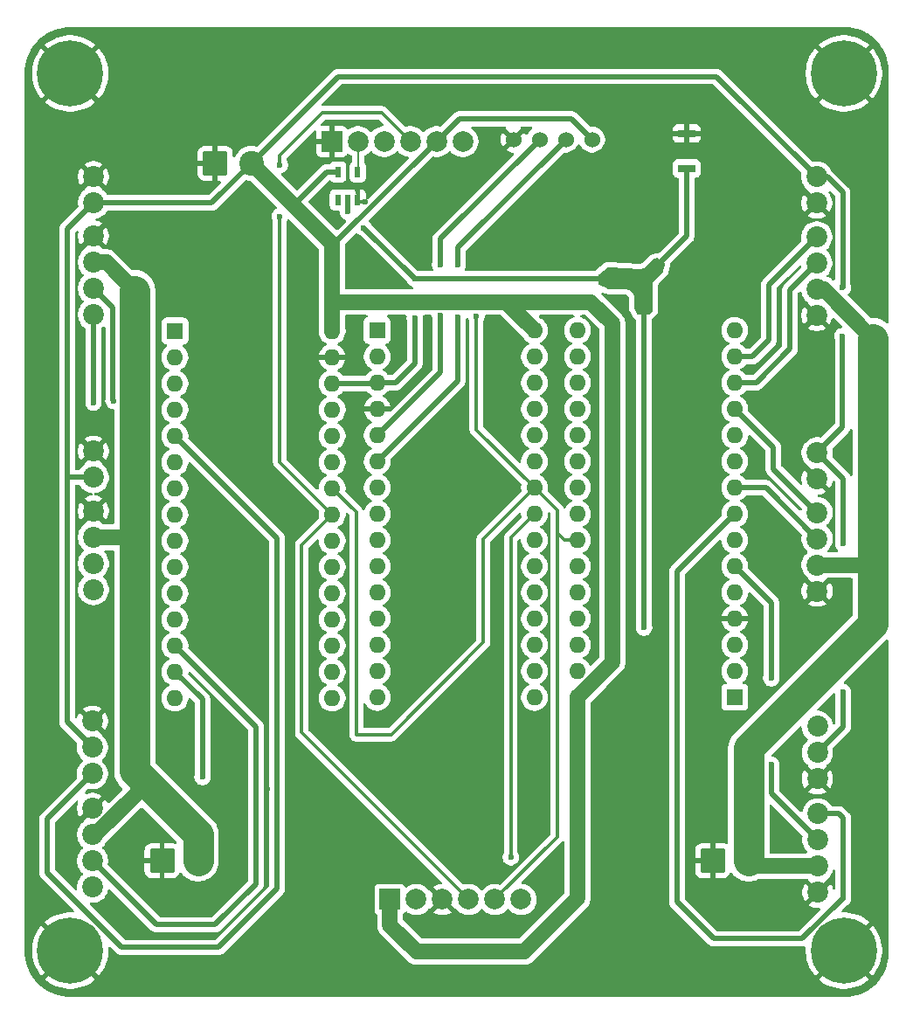
<source format=gbr>
%TF.GenerationSoftware,KiCad,Pcbnew,9.0.0-1.fc41*%
%TF.CreationDate,2025-04-20T16:26:27+02:00*%
%TF.ProjectId,main_board,6d61696e-5f62-46f6-9172-642e6b696361,v1.0*%
%TF.SameCoordinates,Original*%
%TF.FileFunction,Copper,L1,Top*%
%TF.FilePolarity,Positive*%
%FSLAX46Y46*%
G04 Gerber Fmt 4.6, Leading zero omitted, Abs format (unit mm)*
G04 Created by KiCad (PCBNEW 9.0.0-1.fc41) date 2025-04-20 16:26:27*
%MOMM*%
%LPD*%
G01*
G04 APERTURE LIST*
G04 Aperture macros list*
%AMRoundRect*
0 Rectangle with rounded corners*
0 $1 Rounding radius*
0 $2 $3 $4 $5 $6 $7 $8 $9 X,Y pos of 4 corners*
0 Add a 4 corners polygon primitive as box body*
4,1,4,$2,$3,$4,$5,$6,$7,$8,$9,$2,$3,0*
0 Add four circle primitives for the rounded corners*
1,1,$1+$1,$2,$3*
1,1,$1+$1,$4,$5*
1,1,$1+$1,$6,$7*
1,1,$1+$1,$8,$9*
0 Add four rect primitives between the rounded corners*
20,1,$1+$1,$2,$3,$4,$5,0*
20,1,$1+$1,$4,$5,$6,$7,0*
20,1,$1+$1,$6,$7,$8,$9,0*
20,1,$1+$1,$8,$9,$2,$3,0*%
G04 Aperture macros list end*
%TA.AperFunction,ComponentPad*%
%ADD10R,2.000000X2.000000*%
%TD*%
%TA.AperFunction,ComponentPad*%
%ADD11C,2.000000*%
%TD*%
%TA.AperFunction,ComponentPad*%
%ADD12C,2.020000*%
%TD*%
%TA.AperFunction,SMDPad,CuDef*%
%ADD13R,0.600000X1.050000*%
%TD*%
%TA.AperFunction,ComponentPad*%
%ADD14RoundRect,0.250001X-0.949999X-0.949999X0.949999X-0.949999X0.949999X0.949999X-0.949999X0.949999X0*%
%TD*%
%TA.AperFunction,ComponentPad*%
%ADD15C,2.400000*%
%TD*%
%TA.AperFunction,ComponentPad*%
%ADD16C,6.400000*%
%TD*%
%TA.AperFunction,SMDPad,CuDef*%
%ADD17R,1.700000X0.800000*%
%TD*%
%TA.AperFunction,ComponentPad*%
%ADD18C,1.530000*%
%TD*%
%TA.AperFunction,ComponentPad*%
%ADD19R,1.600000X1.600000*%
%TD*%
%TA.AperFunction,ComponentPad*%
%ADD20O,1.600000X1.600000*%
%TD*%
%TA.AperFunction,ViaPad*%
%ADD21C,0.600000*%
%TD*%
%TA.AperFunction,Conductor*%
%ADD22C,0.300000*%
%TD*%
%TA.AperFunction,Conductor*%
%ADD23C,1.500000*%
%TD*%
%TA.AperFunction,Conductor*%
%ADD24C,0.500000*%
%TD*%
%TA.AperFunction,Conductor*%
%ADD25C,3.000000*%
%TD*%
%TA.AperFunction,Conductor*%
%ADD26C,0.200000*%
%TD*%
G04 APERTURE END LIST*
D10*
%TO.P,J3,1*%
%TO.N,+5V*%
X142440000Y-119545000D03*
D11*
%TO.P,J3,2*%
%TO.N,unconnected-(J3-Pad2)*%
X144980000Y-119545000D03*
%TO.P,J3,3*%
%TO.N,GND*%
X147520000Y-119545000D03*
%TO.P,J3,4*%
%TO.N,SDA*%
X150060000Y-119545000D03*
%TO.P,J3,5*%
%TO.N,SCL*%
X152600000Y-119545000D03*
%TO.P,J3,6*%
%TO.N,unconnected-(J3-Pad6)*%
X155140000Y-119545000D03*
%TD*%
D12*
%TO.P,J15,1*%
%TO.N,GND*%
X183900000Y-118870000D03*
%TO.P,J15,2*%
%TO.N,+12V*%
X183900000Y-116330000D03*
%TO.P,J15,3*%
%TO.N,Net-(Slave2-D3)*%
X183900000Y-113790000D03*
%TO.P,J15,4*%
%TO.N,Net-(Slave2-D5)*%
X183900000Y-111250000D03*
%TD*%
%TO.P,J19,1*%
%TO.N,GND*%
X183820000Y-78800000D03*
%TO.P,J19,2*%
%TO.N,+5V*%
X183820000Y-76260000D03*
%TD*%
D13*
%TO.P,U2,1,NC*%
%TO.N,unconnected-(U2-NC-Pad1)*%
X137400000Y-51750000D03*
%TO.P,U2,2,A*%
%TO.N,reset*%
X138350000Y-51750000D03*
%TO.P,U2,3,GND*%
%TO.N,GND*%
X139300000Y-51750000D03*
%TO.P,U2,4,Y*%
%TO.N,Net-(U2-Y)*%
X139300000Y-49050000D03*
%TO.P,U2,5,VCC*%
%TO.N,+5V*%
X137400000Y-49050000D03*
%TD*%
D12*
%TO.P,J2,1*%
%TO.N,GND*%
X113700000Y-76105000D03*
%TO.P,J2,2*%
%TO.N,+5V*%
X113700000Y-78645000D03*
%TD*%
D14*
%TO.P,J11,1,Pin_1*%
%TO.N,GND*%
X173700000Y-115800000D03*
D15*
%TO.P,J11,2,Pin_2*%
%TO.N,+12V*%
X177200000Y-115800000D03*
%TD*%
D12*
%TO.P,J16,1*%
%TO.N,GND*%
X183820000Y-89670000D03*
%TO.P,J16,2*%
%TO.N,+12V*%
X183820000Y-87130000D03*
%TO.P,J16,3*%
%TO.N,Net-(Slave2-D6)*%
X183820000Y-84590000D03*
%TO.P,J16,4*%
%TO.N,Net-(Slave2-D9)*%
X183820000Y-82050000D03*
%TD*%
%TO.P,J10,1*%
%TO.N,GND*%
X113700000Y-49495000D03*
%TO.P,J10,2*%
%TO.N,+5V*%
X113700000Y-52035000D03*
%TD*%
%TO.P,J17,1*%
%TO.N,GND*%
X183800000Y-62955000D03*
%TO.P,J17,2*%
%TO.N,+12V*%
X183800000Y-60415000D03*
%TO.P,J17,3*%
%TO.N,Net-(Slave2-D10)*%
X183800000Y-57875000D03*
%TO.P,J17,4*%
%TO.N,Net-(Slave2-D11)*%
X183800000Y-55335000D03*
%TD*%
D16*
%TO.P,H2,1,1*%
%TO.N,GND*%
X186423250Y-124500000D03*
%TD*%
D12*
%TO.P,J14,1*%
%TO.N,GND*%
X113620000Y-110710000D03*
%TO.P,J14,2*%
%TO.N,+12.1V*%
X113620000Y-113250000D03*
%TO.P,J14,3*%
%TO.N,Net-(Slave1-D10)*%
X113620000Y-115790000D03*
%TO.P,J14,4*%
%TO.N,Net-(Slave1-D11)*%
X113620000Y-118330000D03*
%TD*%
%TO.P,J20,1*%
%TO.N,GND*%
X183800000Y-52060000D03*
%TO.P,J20,2*%
%TO.N,+5V*%
X183800000Y-49520000D03*
%TD*%
D14*
%TO.P,J1,1,Pin_1*%
%TO.N,GND*%
X120350000Y-115800000D03*
D15*
%TO.P,J1,2,Pin_2*%
%TO.N,+12.1V*%
X123850000Y-115800000D03*
%TD*%
D12*
%TO.P,J22,1*%
%TO.N,GND*%
X183850000Y-107850000D03*
%TO.P,J22,2*%
%TO.N,+5V*%
X183850000Y-105310000D03*
%TO.P,J22,3*%
%TO.N,n2D2*%
X183850000Y-102770000D03*
%TD*%
D17*
%TO.P,S1,1*%
%TO.N,GND*%
X171175000Y-45300000D03*
%TO.P,S1,2*%
%TO.N,reset*%
X171175000Y-48700000D03*
%TD*%
D14*
%TO.P,J18,1,Pin_1*%
%TO.N,GND*%
X125500000Y-48200000D03*
D15*
%TO.P,J18,2,Pin_2*%
%TO.N,+5V*%
X129000000Y-48200000D03*
%TD*%
D12*
%TO.P,J12,1*%
%TO.N,GND*%
X113700000Y-55245000D03*
%TO.P,J12,2*%
%TO.N,+12.1V*%
X113700000Y-57785000D03*
%TO.P,J12,3*%
%TO.N,Net-(Slave1-D3)*%
X113700000Y-60325000D03*
%TO.P,J12,4*%
%TO.N,Net-(Slave1-D5)*%
X113700000Y-62865000D03*
%TD*%
D18*
%TO.P,U1,1,VCC*%
%TO.N,+5V*%
X162010000Y-45900000D03*
%TO.P,U1,2,TRIG*%
%TO.N,Net-(Master1-D3)*%
X159470000Y-45900000D03*
%TO.P,U1,3,ECHO*%
%TO.N,Net-(Master1-D2)*%
X156930000Y-45900000D03*
%TO.P,U1,4,GND*%
%TO.N,GND*%
X154390000Y-45900000D03*
%TD*%
D10*
%TO.P,J5,1*%
%TO.N,GND*%
X136800000Y-46100000D03*
D11*
%TO.P,J5,2*%
%TO.N,Net-(U2-Y)*%
X139340000Y-46100000D03*
%TO.P,J5,3*%
%TO.N,SCL*%
X141880000Y-46100000D03*
%TO.P,J5,4*%
%TO.N,SDA*%
X144420000Y-46100000D03*
%TO.P,J5,5*%
%TO.N,+5V*%
X146960000Y-46100000D03*
%TO.P,J5,6*%
%TO.N,unconnected-(J5-Pad6)*%
X149500000Y-46100000D03*
%TD*%
D16*
%TO.P,H1,1,1*%
%TO.N,GND*%
X111436750Y-124500000D03*
%TD*%
D19*
%TO.P,Slave2,1,D1/TX*%
%TO.N,unconnected-(Slave2-D1{slash}TX-Pad1)*%
X175840000Y-99950000D03*
D20*
%TO.P,Slave2,2,D0/RX*%
%TO.N,unconnected-(Slave2-D0{slash}RX-Pad2)*%
X175840000Y-97410000D03*
%TO.P,Slave2,3,~{RESET}*%
%TO.N,unconnected-(Slave2-~{RESET}-Pad3)*%
X175840000Y-94870000D03*
%TO.P,Slave2,4,GND*%
%TO.N,GND*%
X175840000Y-92330000D03*
%TO.P,Slave2,5,D2*%
%TO.N,n2D2*%
X175840000Y-89790000D03*
%TO.P,Slave2,6,D3*%
%TO.N,Net-(Slave2-D3)*%
X175840000Y-87250000D03*
%TO.P,Slave2,7,D4*%
%TO.N,unconnected-(Slave2-D4-Pad7)*%
X175840000Y-84710000D03*
%TO.P,Slave2,8,D5*%
%TO.N,Net-(Slave2-D5)*%
X175840000Y-82170000D03*
%TO.P,Slave2,9,D6*%
%TO.N,Net-(Slave2-D6)*%
X175840000Y-79630000D03*
%TO.P,Slave2,10,D7*%
%TO.N,unconnected-(Slave2-D7-Pad10)*%
X175840000Y-77090000D03*
%TO.P,Slave2,11,D8*%
%TO.N,unconnected-(Slave2-D8-Pad11)*%
X175840000Y-74550000D03*
%TO.P,Slave2,12,D9*%
%TO.N,Net-(Slave2-D9)*%
X175840000Y-72010000D03*
%TO.P,Slave2,13,D10*%
%TO.N,Net-(Slave2-D10)*%
X175840000Y-69470000D03*
%TO.P,Slave2,14,D11*%
%TO.N,Net-(Slave2-D11)*%
X175840000Y-66930000D03*
%TO.P,Slave2,15,D12*%
%TO.N,unconnected-(Slave2-D12-Pad15)*%
X175840000Y-64390000D03*
%TO.P,Slave2,16,D13*%
%TO.N,unconnected-(Slave2-D13-Pad16)*%
X160600000Y-64390000D03*
%TO.P,Slave2,17,3V3*%
%TO.N,unconnected-(Slave2-3V3-Pad17)*%
X160600000Y-66930000D03*
%TO.P,Slave2,18,AREF*%
%TO.N,unconnected-(Slave2-AREF-Pad18)*%
X160600000Y-69470000D03*
%TO.P,Slave2,19,A0*%
%TO.N,unconnected-(Slave2-A0-Pad19)*%
X160600000Y-72010000D03*
%TO.P,Slave2,20,A1*%
%TO.N,unconnected-(Slave2-A1-Pad20)*%
X160600000Y-74550000D03*
%TO.P,Slave2,21,A2*%
%TO.N,unconnected-(Slave2-A2-Pad21)*%
X160600000Y-77090000D03*
%TO.P,Slave2,22,A3*%
%TO.N,unconnected-(Slave2-A3-Pad22)*%
X160600000Y-79630000D03*
%TO.P,Slave2,23,A4*%
%TO.N,SDA*%
X160600000Y-82170000D03*
%TO.P,Slave2,24,A5*%
%TO.N,SCL*%
X160600000Y-84710000D03*
%TO.P,Slave2,25,A6*%
%TO.N,unconnected-(Slave2-A6-Pad25)*%
X160600000Y-87250000D03*
%TO.P,Slave2,26,A7*%
%TO.N,unconnected-(Slave2-A7-Pad26)*%
X160600000Y-89790000D03*
%TO.P,Slave2,27,+5V*%
%TO.N,unconnected-(Slave2-+5V-Pad27)*%
X160600000Y-92330000D03*
%TO.P,Slave2,28,~{RESET}*%
%TO.N,reset*%
X160600000Y-94870000D03*
%TO.P,Slave2,29,GND*%
%TO.N,unconnected-(Slave2-GND-Pad29)*%
X160600000Y-97410000D03*
%TO.P,Slave2,30,VIN*%
%TO.N,+5V*%
X160600000Y-99950000D03*
%TD*%
D16*
%TO.P,H4,1,1*%
%TO.N,GND*%
X186423250Y-39500000D03*
%TD*%
D19*
%TO.P,Master1,1,D1/TX*%
%TO.N,unconnected-(Master1-D1{slash}TX-Pad1)*%
X141200000Y-64400000D03*
D20*
%TO.P,Master1,2,D0/RX*%
%TO.N,unconnected-(Master1-D0{slash}RX-Pad2)*%
X141200000Y-66940000D03*
%TO.P,Master1,3,~{RESET}*%
%TO.N,reset*%
X141200000Y-69480000D03*
%TO.P,Master1,4,GND*%
%TO.N,GND*%
X141200000Y-72020000D03*
%TO.P,Master1,5,D2*%
%TO.N,Net-(Master1-D2)*%
X141200000Y-74560000D03*
%TO.P,Master1,6,D3*%
%TO.N,Net-(Master1-D3)*%
X141200000Y-77100000D03*
%TO.P,Master1,7,D4*%
%TO.N,unconnected-(Master1-D4-Pad7)*%
X141200000Y-79640000D03*
%TO.P,Master1,8,D5*%
%TO.N,unconnected-(Master1-D5-Pad8)*%
X141200000Y-82180000D03*
%TO.P,Master1,9,D6*%
%TO.N,unconnected-(Master1-D6-Pad9)*%
X141200000Y-84720000D03*
%TO.P,Master1,10,D7*%
%TO.N,unconnected-(Master1-D7-Pad10)*%
X141200000Y-87260000D03*
%TO.P,Master1,11,D8*%
%TO.N,unconnected-(Master1-D8-Pad11)*%
X141200000Y-89800000D03*
%TO.P,Master1,12,D9*%
%TO.N,unconnected-(Master1-D9-Pad12)*%
X141200000Y-92340000D03*
%TO.P,Master1,13,D10*%
%TO.N,unconnected-(Master1-D10-Pad13)*%
X141200000Y-94880000D03*
%TO.P,Master1,14,D11*%
%TO.N,unconnected-(Master1-D11-Pad14)*%
X141200000Y-97420000D03*
%TO.P,Master1,15,D12*%
%TO.N,unconnected-(Master1-D12-Pad15)*%
X141200000Y-99960000D03*
%TO.P,Master1,16,D13*%
%TO.N,unconnected-(Master1-D13-Pad16)*%
X156440000Y-99960000D03*
%TO.P,Master1,17,3V3*%
%TO.N,unconnected-(Master1-3V3-Pad17)*%
X156440000Y-97420000D03*
%TO.P,Master1,18,AREF*%
%TO.N,unconnected-(Master1-AREF-Pad18)*%
X156440000Y-94880000D03*
%TO.P,Master1,19,A0*%
%TO.N,unconnected-(Master1-A0-Pad19)*%
X156440000Y-92340000D03*
%TO.P,Master1,20,A1*%
%TO.N,unconnected-(Master1-A1-Pad20)*%
X156440000Y-89800000D03*
%TO.P,Master1,21,A2*%
%TO.N,unconnected-(Master1-A2-Pad21)*%
X156440000Y-87260000D03*
%TO.P,Master1,22,A3*%
%TO.N,unconnected-(Master1-A3-Pad22)*%
X156440000Y-84720000D03*
%TO.P,Master1,23,A4*%
%TO.N,SDA*%
X156440000Y-82180000D03*
%TO.P,Master1,24,A5*%
%TO.N,SCL*%
X156440000Y-79640000D03*
%TO.P,Master1,25,A6*%
%TO.N,unconnected-(Master1-A6-Pad25)*%
X156440000Y-77100000D03*
%TO.P,Master1,26,A7*%
%TO.N,unconnected-(Master1-A7-Pad26)*%
X156440000Y-74560000D03*
%TO.P,Master1,27,+5V*%
%TO.N,unconnected-(Master1-+5V-Pad27)*%
X156440000Y-72020000D03*
%TO.P,Master1,28,~{RESET}*%
%TO.N,unconnected-(Master1-~{RESET}-Pad28)*%
X156440000Y-69480000D03*
%TO.P,Master1,29,GND*%
%TO.N,unconnected-(Master1-GND-Pad29)*%
X156440000Y-66940000D03*
%TO.P,Master1,30,VIN*%
%TO.N,+5V*%
X156440000Y-64400000D03*
%TD*%
D19*
%TO.P,Slave1,1,D1/TX*%
%TO.N,unconnected-(Slave1-D1{slash}TX-Pad1)*%
X121595000Y-64455000D03*
D20*
%TO.P,Slave1,2,D0/RX*%
%TO.N,unconnected-(Slave1-D0{slash}RX-Pad2)*%
X121595000Y-66995000D03*
%TO.P,Slave1,3,~{RESET}*%
%TO.N,unconnected-(Slave1-~{RESET}-Pad3)*%
X121595000Y-69535000D03*
%TO.P,Slave1,4,GND*%
%TO.N,unconnected-(Slave1-GND-Pad4)*%
X121595000Y-72075000D03*
%TO.P,Slave1,5,D2*%
%TO.N,n1D2*%
X121595000Y-74615000D03*
%TO.P,Slave1,6,D3*%
%TO.N,Net-(Slave1-D3)*%
X121595000Y-77155000D03*
%TO.P,Slave1,7,D4*%
%TO.N,unconnected-(Slave1-D4-Pad7)*%
X121595000Y-79695000D03*
%TO.P,Slave1,8,D5*%
%TO.N,Net-(Slave1-D5)*%
X121595000Y-82235000D03*
%TO.P,Slave1,9,D6*%
%TO.N,Net-(Slave1-D6)*%
X121595000Y-84775000D03*
%TO.P,Slave1,10,D7*%
%TO.N,unconnected-(Slave1-D7-Pad10)*%
X121595000Y-87315000D03*
%TO.P,Slave1,11,D8*%
%TO.N,unconnected-(Slave1-D8-Pad11)*%
X121595000Y-89855000D03*
%TO.P,Slave1,12,D9*%
%TO.N,Net-(Slave1-D9)*%
X121595000Y-92395000D03*
%TO.P,Slave1,13,D10*%
%TO.N,Net-(Slave1-D10)*%
X121595000Y-94935000D03*
%TO.P,Slave1,14,D11*%
%TO.N,Net-(Slave1-D11)*%
X121595000Y-97475000D03*
%TO.P,Slave1,15,D12*%
%TO.N,unconnected-(Slave1-D12-Pad15)*%
X121595000Y-100015000D03*
%TO.P,Slave1,16,D13*%
%TO.N,unconnected-(Slave1-D13-Pad16)*%
X136835000Y-100015000D03*
%TO.P,Slave1,17,3V3*%
%TO.N,unconnected-(Slave1-3V3-Pad17)*%
X136835000Y-97475000D03*
%TO.P,Slave1,18,AREF*%
%TO.N,unconnected-(Slave1-AREF-Pad18)*%
X136835000Y-94935000D03*
%TO.P,Slave1,19,A0*%
%TO.N,unconnected-(Slave1-A0-Pad19)*%
X136835000Y-92395000D03*
%TO.P,Slave1,20,A1*%
%TO.N,unconnected-(Slave1-A1-Pad20)*%
X136835000Y-89855000D03*
%TO.P,Slave1,21,A2*%
%TO.N,unconnected-(Slave1-A2-Pad21)*%
X136835000Y-87315000D03*
%TO.P,Slave1,22,A3*%
%TO.N,unconnected-(Slave1-A3-Pad22)*%
X136835000Y-84775000D03*
%TO.P,Slave1,23,A4*%
%TO.N,SDA*%
X136835000Y-82235000D03*
%TO.P,Slave1,24,A5*%
%TO.N,SCL*%
X136835000Y-79695000D03*
%TO.P,Slave1,25,A6*%
%TO.N,unconnected-(Slave1-A6-Pad25)*%
X136835000Y-77155000D03*
%TO.P,Slave1,26,A7*%
%TO.N,unconnected-(Slave1-A7-Pad26)*%
X136835000Y-74615000D03*
%TO.P,Slave1,27,+5V*%
%TO.N,unconnected-(Slave1-+5V-Pad27)*%
X136835000Y-72075000D03*
%TO.P,Slave1,28,~{RESET}*%
%TO.N,reset*%
X136835000Y-69535000D03*
%TO.P,Slave1,29,GND*%
%TO.N,GND*%
X136835000Y-66995000D03*
%TO.P,Slave1,30,VIN*%
%TO.N,+5V*%
X136835000Y-64455000D03*
%TD*%
D12*
%TO.P,J13,1*%
%TO.N,GND*%
X113700000Y-81895000D03*
%TO.P,J13,2*%
%TO.N,+12.1V*%
X113700000Y-84435000D03*
%TO.P,J13,3*%
%TO.N,Net-(Slave1-D6)*%
X113700000Y-86975000D03*
%TO.P,J13,4*%
%TO.N,Net-(Slave1-D9)*%
X113700000Y-89515000D03*
%TD*%
%TO.P,J21,1*%
%TO.N,GND*%
X113600000Y-102270000D03*
%TO.P,J21,2*%
%TO.N,+5V*%
X113600000Y-104810000D03*
%TO.P,J21,3*%
%TO.N,n1D2*%
X113600000Y-107350000D03*
%TD*%
D16*
%TO.P,H3,1,1*%
%TO.N,GND*%
X111436750Y-39500000D03*
%TD*%
D21*
%TO.N,SDA*%
X131750000Y-48350000D03*
X154150000Y-115450000D03*
X131750000Y-53350000D03*
%TO.N,+5V*%
X186350000Y-99450000D03*
X186300000Y-60250000D03*
X186350000Y-85050000D03*
X186300000Y-64950000D03*
%TO.N,reset*%
X138350000Y-52900000D03*
X144850000Y-59400000D03*
X144850000Y-63200000D03*
X167050000Y-93200000D03*
X139900000Y-54450000D03*
%TO.N,GND*%
X107900000Y-107875000D03*
X148825000Y-77275000D03*
X148575000Y-103775000D03*
X140000000Y-51900000D03*
X158575000Y-73300000D03*
X176750000Y-126625000D03*
X133925000Y-59150000D03*
X162325000Y-77125000D03*
X144850000Y-81900000D03*
X122275000Y-122975000D03*
X144825000Y-90375000D03*
X185275000Y-117625000D03*
X165475000Y-105050000D03*
X148750000Y-94000000D03*
X126950000Y-96950000D03*
X189575000Y-109550000D03*
X185250000Y-80400000D03*
X132900000Y-81825000D03*
X130550000Y-108800000D03*
X165725000Y-115950000D03*
X162375000Y-51325000D03*
X140425000Y-58725000D03*
X147825000Y-121700000D03*
X120925000Y-56825000D03*
X108250000Y-98075000D03*
X145375000Y-42550000D03*
X139300000Y-115325000D03*
X143500000Y-65125000D03*
X173575000Y-36925000D03*
X145500000Y-127100000D03*
X165475000Y-126500000D03*
X143700000Y-107800000D03*
X119975000Y-47100000D03*
X133750000Y-127225000D03*
X170725000Y-75775000D03*
X120100000Y-37500000D03*
X111175000Y-113975000D03*
X141600000Y-37250000D03*
X108625000Y-59825000D03*
X148525000Y-111200000D03*
X148775000Y-85750000D03*
X138950000Y-65675000D03*
X178175000Y-77825000D03*
X162575000Y-36975000D03*
X133750000Y-70200000D03*
X180050000Y-112350000D03*
X170625000Y-66025000D03*
X126550000Y-67875000D03*
X115350000Y-88300000D03*
X114150000Y-97950000D03*
X180050000Y-65850000D03*
X108500000Y-69750000D03*
X130875000Y-37225000D03*
X176750000Y-49125000D03*
X171200000Y-44225000D03*
X185300000Y-100900000D03*
X127325000Y-88900000D03*
X108125000Y-119150000D03*
X126625000Y-56500000D03*
X174775000Y-58750000D03*
X108375000Y-89500000D03*
X186300000Y-76200000D03*
X123075000Y-127600000D03*
X155925000Y-127100000D03*
X153475000Y-70050000D03*
X180025000Y-84725000D03*
X182250000Y-71975000D03*
X151650000Y-37275000D03*
X110300000Y-46975000D03*
X173475000Y-109850000D03*
X108250000Y-80675000D03*
%TO.N,SCL*%
X150800000Y-63050000D03*
%TO.N,Net-(Slave2-D3)*%
X179400000Y-98100000D03*
X179400000Y-106500000D03*
%TO.N,Net-(Master1-D2)*%
X147300000Y-58050000D03*
X147300000Y-62950000D03*
%TO.N,Net-(Master1-D3)*%
X149000000Y-58050000D03*
X149000000Y-63150000D03*
%TO.N,Net-(Slave1-D3)*%
X115645000Y-71205000D03*
%TO.N,Net-(Slave1-D5)*%
X113700000Y-71400000D03*
%TO.N,Net-(Slave1-D11)*%
X124275000Y-107675000D03*
%TD*%
D22*
%TO.N,SDA*%
X136835000Y-82235000D02*
X133875000Y-85195000D01*
X137050000Y-43300000D02*
X135900000Y-43300000D01*
X131750000Y-53350000D02*
X131750000Y-77150000D01*
X137050000Y-43300000D02*
X141620000Y-43300000D01*
X133875000Y-85195000D02*
X133875000Y-103360000D01*
X141620000Y-43300000D02*
X144420000Y-46100000D01*
X135900000Y-43300000D02*
X131750000Y-47450000D01*
X131750000Y-77150000D02*
X136835000Y-82235000D01*
X154150000Y-115450000D02*
X154150000Y-84470000D01*
X131750000Y-47450000D02*
X131750000Y-48350000D01*
X154150000Y-84470000D02*
X156440000Y-82180000D01*
X133875000Y-103360000D02*
X150060000Y-119545000D01*
D23*
X156450000Y-82170000D02*
X156440000Y-82180000D01*
D22*
X160590000Y-82180000D02*
X160600000Y-82170000D01*
D24*
%TO.N,+5V*%
X111334000Y-78645000D02*
X111139000Y-78450000D01*
X146960000Y-46100000D02*
X149160000Y-43900000D01*
D23*
X144995000Y-124600000D02*
X155450000Y-124600000D01*
X133075000Y-52275000D02*
X129000000Y-48200000D01*
D24*
X137025000Y-56035000D02*
X136835000Y-56035000D01*
D23*
X136835000Y-61650000D02*
X136835000Y-56035000D01*
D24*
X186350000Y-78790000D02*
X183820000Y-76260000D01*
X186311000Y-51031000D02*
X186311000Y-60239000D01*
X111139000Y-102349000D02*
X111139000Y-101050000D01*
D23*
X142440000Y-122045000D02*
X144995000Y-124600000D01*
D24*
X113600000Y-104810000D02*
X111139000Y-102349000D01*
D23*
X136835000Y-61650000D02*
X153690000Y-61650000D01*
X164000000Y-96550000D02*
X160600000Y-99950000D01*
D24*
X186300000Y-64950000D02*
X186300000Y-73780000D01*
D23*
X164000000Y-63750000D02*
X164000000Y-96550000D01*
D24*
X183850000Y-105310000D02*
X186350000Y-102810000D01*
X137400000Y-39800000D02*
X174080000Y-39800000D01*
X184800000Y-49520000D02*
X186311000Y-51031000D01*
X186300000Y-73780000D02*
X183820000Y-76260000D01*
X129000000Y-48200000D02*
X137400000Y-39800000D01*
X183800000Y-49520000D02*
X184800000Y-49520000D01*
X113700000Y-78645000D02*
X111334000Y-78645000D01*
X111139000Y-78450000D02*
X111139000Y-54596000D01*
X186350000Y-102810000D02*
X186350000Y-99450000D01*
D23*
X155450000Y-124600000D02*
X160600000Y-119450000D01*
D24*
X125165000Y-52035000D02*
X129000000Y-48200000D01*
D23*
X161900000Y-61650000D02*
X164000000Y-63750000D01*
D24*
X186311000Y-60239000D02*
X186300000Y-60250000D01*
X174080000Y-39800000D02*
X183800000Y-49520000D01*
X160010000Y-43900000D02*
X162010000Y-45900000D01*
D23*
X136835000Y-56035000D02*
X133075000Y-52275000D01*
X136835000Y-61650000D02*
X136835000Y-64455000D01*
X153690000Y-61650000D02*
X161900000Y-61650000D01*
D24*
X186350000Y-85050000D02*
X186350000Y-78790000D01*
X149160000Y-43900000D02*
X160010000Y-43900000D01*
X113700000Y-52035000D02*
X125165000Y-52035000D01*
X136300000Y-49050000D02*
X133075000Y-52275000D01*
D23*
X153690000Y-61650000D02*
X156440000Y-64400000D01*
D24*
X146960000Y-46100000D02*
X137025000Y-56035000D01*
X111139000Y-101050000D02*
X111139000Y-78450000D01*
X111139000Y-54596000D02*
X113700000Y-52035000D01*
X137400000Y-49050000D02*
X136300000Y-49050000D01*
D23*
X160600000Y-119450000D02*
X160600000Y-99950000D01*
X142440000Y-119545000D02*
X142440000Y-122045000D01*
D24*
%TO.N,reset*%
X138350000Y-52900000D02*
X138350000Y-51750000D01*
X141200000Y-69480000D02*
X142970000Y-69480000D01*
X144850000Y-59400000D02*
X139900000Y-54450000D01*
X141145000Y-69535000D02*
X141200000Y-69480000D01*
X136835000Y-69535000D02*
X141145000Y-69535000D01*
X142970000Y-69480000D02*
X144850000Y-67600000D01*
X171175000Y-55275000D02*
X171175000Y-48700000D01*
X167050000Y-93200000D02*
X167050000Y-59400000D01*
X167050000Y-59400000D02*
X144850000Y-59400000D01*
X167050000Y-59400000D02*
X171175000Y-55275000D01*
X144850000Y-67600000D02*
X144850000Y-63200000D01*
D22*
%TO.N,GND*%
X140000000Y-51900000D02*
X139450000Y-51900000D01*
D24*
X171175000Y-45300000D02*
X171175000Y-44250000D01*
X171175000Y-44250000D02*
X171200000Y-44225000D01*
D22*
X139450000Y-51900000D02*
X139300000Y-51750000D01*
%TO.N,SCL*%
X156440000Y-79640000D02*
X151475000Y-84605000D01*
X139175000Y-82035000D02*
X136835000Y-79695000D01*
X158650000Y-84000000D02*
X158650000Y-113495000D01*
X139175000Y-103575000D02*
X139175000Y-82035000D01*
X158650000Y-84000000D02*
X158650000Y-81850000D01*
X158650000Y-81850000D02*
X156440000Y-79640000D01*
X151475000Y-84605000D02*
X151475000Y-94650000D01*
X156440000Y-79640000D02*
X150800000Y-74000000D01*
X160600000Y-84710000D02*
X159360000Y-84710000D01*
X158650000Y-113495000D02*
X152600000Y-119545000D01*
X150800000Y-74000000D02*
X150800000Y-63050000D01*
X151475000Y-94650000D02*
X142550000Y-103575000D01*
X142550000Y-103575000D02*
X139175000Y-103575000D01*
X159360000Y-84710000D02*
X158650000Y-84000000D01*
D24*
%TO.N,n1D2*%
X121595000Y-74615000D02*
X131500000Y-84520000D01*
X109200000Y-111750000D02*
X113600000Y-107350000D01*
X131500000Y-118500000D02*
X125800000Y-124200000D01*
X131500000Y-84520000D02*
X131500000Y-118500000D01*
X125800000Y-124200000D02*
X116450000Y-124200000D01*
X109200000Y-116950000D02*
X109200000Y-111750000D01*
X116450000Y-124200000D02*
X109200000Y-116950000D01*
D23*
%TO.N,+12V*%
X183900000Y-116330000D02*
X177730000Y-116330000D01*
X183820000Y-87130000D02*
X189229000Y-87130000D01*
D25*
X189249000Y-65200000D02*
X189249000Y-92851000D01*
X177200000Y-104900000D02*
X177200000Y-115800000D01*
X189249000Y-92851000D02*
X177200000Y-104900000D01*
D23*
X177730000Y-116330000D02*
X177200000Y-115800000D01*
X184464000Y-60415000D02*
X189249000Y-65200000D01*
D26*
%TO.N,Net-(U2-Y)*%
X139340000Y-46100000D02*
X139340000Y-49010000D01*
X139340000Y-49010000D02*
X139300000Y-49050000D01*
D25*
%TO.N,+12.1V*%
X123850000Y-113250000D02*
X118000000Y-107400000D01*
D23*
X113700000Y-57785000D02*
X114935000Y-57785000D01*
X113620000Y-113250000D02*
X113900000Y-113250000D01*
D25*
X117700000Y-107100000D02*
X117700000Y-89200000D01*
D23*
X117685000Y-84435000D02*
X117700000Y-84450000D01*
D25*
X117700000Y-64050000D02*
X117700000Y-60550000D01*
X123850000Y-115800000D02*
X123850000Y-113250000D01*
X118000000Y-107400000D02*
X117700000Y-107100000D01*
X117700000Y-84450000D02*
X117700000Y-64050000D01*
D23*
X118000000Y-109150000D02*
X118000000Y-107400000D01*
X113700000Y-84435000D02*
X117685000Y-84435000D01*
X114935000Y-57785000D02*
X117700000Y-60550000D01*
D25*
X117700000Y-89200000D02*
X117700000Y-84450000D01*
D23*
X113900000Y-113250000D02*
X118000000Y-109150000D01*
D24*
%TO.N,Net-(Slave2-D11)*%
X179150000Y-65350000D02*
X179150000Y-59985000D01*
X179150000Y-59985000D02*
X183800000Y-55335000D01*
X175840000Y-66930000D02*
X177570000Y-66930000D01*
X177570000Y-66930000D02*
X179150000Y-65350000D01*
%TO.N,Net-(Slave2-D10)*%
X177930000Y-69470000D02*
X181200000Y-66200000D01*
X181200000Y-66200000D02*
X181200000Y-60475000D01*
X181200000Y-60475000D02*
X183800000Y-57875000D01*
X175840000Y-69470000D02*
X177930000Y-69470000D01*
%TO.N,Net-(Slave2-D6)*%
X178860000Y-79630000D02*
X175840000Y-79630000D01*
X183820000Y-84590000D02*
X178860000Y-79630000D01*
%TO.N,Net-(Slave2-D9)*%
X179600000Y-75770000D02*
X175840000Y-72010000D01*
X183820000Y-82050000D02*
X179600000Y-77830000D01*
X179600000Y-77830000D02*
X179600000Y-75770000D01*
%TO.N,Net-(Slave2-D3)*%
X175840000Y-87250000D02*
X179400000Y-90810000D01*
X179400000Y-106500000D02*
X179400000Y-109290000D01*
X179400000Y-90810000D02*
X179400000Y-98100000D01*
X179400000Y-109290000D02*
X183900000Y-113790000D01*
%TO.N,Net-(Slave2-D5)*%
X182409956Y-123350000D02*
X173800000Y-123350000D01*
X170250000Y-87760000D02*
X175840000Y-82170000D01*
X173800000Y-123350000D02*
X170250000Y-119800000D01*
X183900000Y-111250000D02*
X185950000Y-111250000D01*
X170250000Y-119800000D02*
X170250000Y-87760000D01*
X185950000Y-111250000D02*
X186361000Y-111661000D01*
X186284789Y-119475167D02*
X182409956Y-123350000D01*
X186361000Y-119475167D02*
X186284789Y-119475167D01*
X186361000Y-111661000D02*
X186361000Y-119475167D01*
%TO.N,Net-(Master1-D2)*%
X147300000Y-68460000D02*
X147300000Y-62950000D01*
X147300000Y-58050000D02*
X147300000Y-55530000D01*
X156930000Y-45900000D02*
X147300000Y-55530000D01*
X147300000Y-68460000D02*
X141200000Y-74560000D01*
%TO.N,Net-(Master1-D3)*%
X149000000Y-69300000D02*
X149000000Y-63150000D01*
X141200000Y-77100000D02*
X149000000Y-69300000D01*
X149000000Y-58050000D02*
X149000000Y-56370000D01*
X149000000Y-56370000D02*
X159470000Y-45900000D01*
%TO.N,Net-(Slave1-D3)*%
X115600000Y-71160000D02*
X115600000Y-62225000D01*
X115600000Y-62225000D02*
X113700000Y-60325000D01*
%TO.N,Net-(Slave1-D5)*%
X113700000Y-62865000D02*
X113700000Y-71400000D01*
%TO.N,Net-(Slave1-D11)*%
X124275000Y-107675000D02*
X124275000Y-100155000D01*
X124275000Y-100155000D02*
X121595000Y-97475000D01*
%TO.N,Net-(Slave1-D10)*%
X129450000Y-118050000D02*
X125500000Y-122000000D01*
X119830000Y-122000000D02*
X113620000Y-115790000D01*
X129450000Y-102790000D02*
X129450000Y-118050000D01*
X121595000Y-94935000D02*
X129450000Y-102790000D01*
X125500000Y-122000000D02*
X119830000Y-122000000D01*
%TD*%
%TA.AperFunction,Conductor*%
%TO.N,reset*%
G36*
X168430271Y-57418836D02*
G01*
X169038444Y-57901180D01*
X169078737Y-57958261D01*
X169082147Y-58026510D01*
X168932496Y-58667872D01*
X168902531Y-58724153D01*
X167925000Y-59775000D01*
X167925000Y-62444042D01*
X167905315Y-62511081D01*
X167883041Y-62537022D01*
X167536368Y-62842909D01*
X167473075Y-62872503D01*
X167451510Y-62873897D01*
X166470455Y-62851601D01*
X166403880Y-62830398D01*
X166365324Y-62788650D01*
X166091744Y-62304624D01*
X166075723Y-62240977D01*
X166100000Y-61100000D01*
X165900000Y-60750000D01*
X165650000Y-60500000D01*
X165649998Y-60499998D01*
X165225002Y-60375000D01*
X165225000Y-60375000D01*
X163575662Y-60375000D01*
X163526445Y-60364814D01*
X162701836Y-60008226D01*
X162648116Y-59963550D01*
X162627078Y-59896923D01*
X162627092Y-59891313D01*
X162630000Y-59775000D01*
X162648514Y-59034413D01*
X162669868Y-58967889D01*
X162697243Y-58938945D01*
X163562986Y-58278246D01*
X163628219Y-58253225D01*
X163646455Y-58253097D01*
X165334195Y-58365613D01*
X166599997Y-58450000D01*
X166599998Y-58449999D01*
X166600000Y-58450000D01*
X167050000Y-58400000D01*
X167830843Y-57594754D01*
X167875717Y-57565202D01*
X168309075Y-57400113D01*
X168378730Y-57394643D01*
X168430271Y-57418836D01*
G37*
%TD.AperFunction*%
%TD*%
%TA.AperFunction,Conductor*%
%TO.N,GND*%
G36*
X186502855Y-35000632D02*
G01*
X186886377Y-35018363D01*
X186897767Y-35019419D01*
X187275176Y-35072065D01*
X187286420Y-35074167D01*
X187657360Y-35161411D01*
X187668350Y-35164538D01*
X188029678Y-35285643D01*
X188040332Y-35289771D01*
X188388930Y-35443692D01*
X188399157Y-35448784D01*
X188658518Y-35593247D01*
X188732060Y-35634210D01*
X188741798Y-35640239D01*
X189053420Y-35853705D01*
X189056171Y-35855589D01*
X189065308Y-35862490D01*
X189294951Y-36053183D01*
X189358459Y-36105919D01*
X189366923Y-36113635D01*
X189636364Y-36383076D01*
X189644080Y-36391540D01*
X189887507Y-36684688D01*
X189894410Y-36693828D01*
X190109760Y-37008201D01*
X190115789Y-37017939D01*
X190301208Y-37350829D01*
X190306313Y-37361082D01*
X190460223Y-37709654D01*
X190464361Y-37720334D01*
X190585457Y-38081636D01*
X190588591Y-38092652D01*
X190675830Y-38463571D01*
X190677935Y-38474830D01*
X190730579Y-38852225D01*
X190731636Y-38863629D01*
X190749368Y-39247144D01*
X190749500Y-39252871D01*
X190749500Y-63578353D01*
X190729815Y-63645392D01*
X190677011Y-63691147D01*
X190607853Y-63701091D01*
X190550014Y-63676729D01*
X190362803Y-63533076D01*
X190362799Y-63533074D01*
X190362797Y-63533072D01*
X190135700Y-63401958D01*
X190135690Y-63401953D01*
X189893428Y-63301605D01*
X189893421Y-63301603D01*
X189893419Y-63301602D01*
X189640116Y-63233730D01*
X189582339Y-63226123D01*
X189380127Y-63199500D01*
X189380120Y-63199500D01*
X189117880Y-63199500D01*
X189117875Y-63199500D01*
X189117867Y-63199501D01*
X189089338Y-63203257D01*
X189020303Y-63192491D01*
X188985473Y-63167999D01*
X186837457Y-61019983D01*
X186803972Y-60958660D01*
X186808956Y-60888968D01*
X186837455Y-60844622D01*
X186921789Y-60760289D01*
X187009394Y-60629179D01*
X187069737Y-60483497D01*
X187100500Y-60328842D01*
X187100500Y-60171158D01*
X187100500Y-60171155D01*
X187078440Y-60060254D01*
X187069737Y-60016503D01*
X187069734Y-60016497D01*
X187067968Y-60010671D01*
X187069129Y-60010318D01*
X187061500Y-59971951D01*
X187061500Y-50957080D01*
X187055108Y-50924949D01*
X187046735Y-50882855D01*
X187032659Y-50812088D01*
X186976758Y-50677135D01*
X186976343Y-50675894D01*
X186976084Y-50675506D01*
X186976084Y-50675505D01*
X186943186Y-50626270D01*
X186943185Y-50626268D01*
X186893956Y-50552589D01*
X186893952Y-50552584D01*
X185278421Y-48937052D01*
X185278420Y-48937051D01*
X185186817Y-48875845D01*
X185186807Y-48875838D01*
X185183756Y-48873799D01*
X185183658Y-48873681D01*
X185142171Y-48826997D01*
X185091897Y-48728326D01*
X185056872Y-48680119D01*
X184952145Y-48535975D01*
X184784025Y-48367855D01*
X184591675Y-48228104D01*
X184379831Y-48120165D01*
X184153710Y-48046693D01*
X184153708Y-48046692D01*
X184153706Y-48046692D01*
X183918884Y-48009500D01*
X183918879Y-48009500D01*
X183681121Y-48009500D01*
X183681115Y-48009500D01*
X183458424Y-48044770D01*
X183389131Y-48035815D01*
X183351346Y-48009978D01*
X177668555Y-42327186D01*
X174659603Y-39318234D01*
X182723250Y-39318234D01*
X182723250Y-39681765D01*
X182758882Y-40043556D01*
X182829800Y-40400090D01*
X182829803Y-40400101D01*
X182935336Y-40747997D01*
X183074457Y-41083864D01*
X183074459Y-41083869D01*
X183245820Y-41404462D01*
X183245831Y-41404480D01*
X183447801Y-41706750D01*
X183634928Y-41934765D01*
X183634929Y-41934766D01*
X185128997Y-40440697D01*
X185202838Y-40542330D01*
X185380920Y-40720412D01*
X185482551Y-40794251D01*
X183988482Y-42288319D01*
X183988483Y-42288320D01*
X184216499Y-42475448D01*
X184518769Y-42677418D01*
X184518787Y-42677429D01*
X184839380Y-42848790D01*
X184839385Y-42848792D01*
X185175252Y-42987913D01*
X185523148Y-43093446D01*
X185523159Y-43093449D01*
X185879693Y-43164367D01*
X186241484Y-43200000D01*
X186605016Y-43200000D01*
X186966806Y-43164367D01*
X187323340Y-43093449D01*
X187323351Y-43093446D01*
X187671247Y-42987913D01*
X188007114Y-42848792D01*
X188007119Y-42848790D01*
X188327712Y-42677429D01*
X188327730Y-42677418D01*
X188629986Y-42475457D01*
X188630000Y-42475447D01*
X188858015Y-42288320D01*
X188858016Y-42288319D01*
X187363948Y-40794251D01*
X187465580Y-40720412D01*
X187643662Y-40542330D01*
X187717501Y-40440698D01*
X189211569Y-41934766D01*
X189211570Y-41934765D01*
X189398697Y-41706750D01*
X189398707Y-41706736D01*
X189600668Y-41404480D01*
X189600679Y-41404462D01*
X189772040Y-41083869D01*
X189772042Y-41083864D01*
X189911163Y-40747997D01*
X190016696Y-40400101D01*
X190016699Y-40400090D01*
X190087617Y-40043556D01*
X190123250Y-39681765D01*
X190123250Y-39318234D01*
X190087617Y-38956443D01*
X190016699Y-38599909D01*
X190016696Y-38599898D01*
X189911163Y-38252002D01*
X189772042Y-37916135D01*
X189772040Y-37916130D01*
X189600679Y-37595537D01*
X189600668Y-37595519D01*
X189398698Y-37293249D01*
X189211570Y-37065233D01*
X189211569Y-37065232D01*
X187717501Y-38559300D01*
X187643662Y-38457670D01*
X187465580Y-38279588D01*
X187363948Y-38205748D01*
X188858016Y-36711679D01*
X188858015Y-36711678D01*
X188630000Y-36524551D01*
X188327730Y-36322581D01*
X188327712Y-36322570D01*
X188007119Y-36151209D01*
X188007114Y-36151207D01*
X187671247Y-36012086D01*
X187323351Y-35906553D01*
X187323340Y-35906550D01*
X186966806Y-35835632D01*
X186605016Y-35800000D01*
X186241484Y-35800000D01*
X185879693Y-35835632D01*
X185523159Y-35906550D01*
X185523148Y-35906553D01*
X185175252Y-36012086D01*
X184839385Y-36151207D01*
X184839380Y-36151209D01*
X184518787Y-36322570D01*
X184518769Y-36322581D01*
X184216508Y-36524545D01*
X184216504Y-36524548D01*
X183988483Y-36711679D01*
X183988483Y-36711680D01*
X185482551Y-38205748D01*
X185380920Y-38279588D01*
X185202838Y-38457670D01*
X185128998Y-38559301D01*
X183634930Y-37065233D01*
X183634929Y-37065233D01*
X183447798Y-37293254D01*
X183447795Y-37293258D01*
X183245831Y-37595519D01*
X183245820Y-37595537D01*
X183074459Y-37916130D01*
X183074457Y-37916135D01*
X182935336Y-38252002D01*
X182829803Y-38599898D01*
X182829800Y-38599909D01*
X182758882Y-38956443D01*
X182723250Y-39318234D01*
X174659603Y-39318234D01*
X174558421Y-39217052D01*
X174558414Y-39217046D01*
X174484729Y-39167812D01*
X174484729Y-39167813D01*
X174435491Y-39134913D01*
X174298917Y-39078343D01*
X174298907Y-39078340D01*
X174153920Y-39049500D01*
X174153918Y-39049500D01*
X137326082Y-39049500D01*
X137326080Y-39049500D01*
X137181092Y-39078340D01*
X137181086Y-39078342D01*
X137044508Y-39134914D01*
X137044496Y-39134921D01*
X136995269Y-39167813D01*
X136921588Y-39217044D01*
X136921580Y-39217050D01*
X129602000Y-46536630D01*
X129540677Y-46570115D01*
X129482227Y-46568724D01*
X129362446Y-46536630D01*
X129332463Y-46528596D01*
X129332457Y-46528595D01*
X129332452Y-46528594D01*
X129111466Y-46499501D01*
X129111463Y-46499500D01*
X129111457Y-46499500D01*
X128888543Y-46499500D01*
X128888537Y-46499500D01*
X128888533Y-46499501D01*
X128667547Y-46528594D01*
X128667540Y-46528595D01*
X128667537Y-46528596D01*
X128529275Y-46565643D01*
X128452219Y-46586290D01*
X128452209Y-46586293D01*
X128246277Y-46671593D01*
X128246273Y-46671595D01*
X128053226Y-46783052D01*
X128053217Y-46783058D01*
X127876377Y-46918751D01*
X127876370Y-46918757D01*
X127718757Y-47076370D01*
X127718751Y-47076377D01*
X127583058Y-47253217D01*
X127583052Y-47253226D01*
X127471595Y-47446273D01*
X127471593Y-47446277D01*
X127438561Y-47526024D01*
X127394720Y-47580427D01*
X127328426Y-47602492D01*
X127260726Y-47585213D01*
X127213116Y-47534075D01*
X127200000Y-47478571D01*
X127200000Y-47200027D01*
X127199999Y-47200014D01*
X127189506Y-47097310D01*
X127189505Y-47097303D01*
X127134358Y-46930881D01*
X127134356Y-46930876D01*
X127042315Y-46781655D01*
X126918344Y-46657684D01*
X126769123Y-46565643D01*
X126769118Y-46565641D01*
X126602696Y-46510494D01*
X126602689Y-46510493D01*
X126499985Y-46500000D01*
X125750000Y-46500000D01*
X125750000Y-47651517D01*
X125731591Y-47640889D01*
X125578991Y-47600000D01*
X125421009Y-47600000D01*
X125268409Y-47640889D01*
X125250000Y-47651517D01*
X125250000Y-46500000D01*
X124500014Y-46500000D01*
X124397310Y-46510493D01*
X124397303Y-46510494D01*
X124230881Y-46565641D01*
X124230876Y-46565643D01*
X124081655Y-46657684D01*
X123957684Y-46781655D01*
X123865643Y-46930876D01*
X123865641Y-46930881D01*
X123810494Y-47097303D01*
X123810493Y-47097310D01*
X123800000Y-47200014D01*
X123800000Y-47950000D01*
X124951518Y-47950000D01*
X124940889Y-47968409D01*
X124900000Y-48121009D01*
X124900000Y-48278991D01*
X124940889Y-48431591D01*
X124951518Y-48450000D01*
X123800000Y-48450000D01*
X123800000Y-49199985D01*
X123810493Y-49302689D01*
X123810494Y-49302696D01*
X123865641Y-49469118D01*
X123865643Y-49469123D01*
X123957684Y-49618344D01*
X124081655Y-49742315D01*
X124230876Y-49834356D01*
X124230881Y-49834358D01*
X124397303Y-49889505D01*
X124397310Y-49889506D01*
X124500014Y-49899999D01*
X124500027Y-49900000D01*
X125250000Y-49900000D01*
X125250000Y-48748482D01*
X125268409Y-48759111D01*
X125421009Y-48800000D01*
X125578991Y-48800000D01*
X125731591Y-48759111D01*
X125750000Y-48748482D01*
X125750000Y-49900000D01*
X125939269Y-49900000D01*
X126006308Y-49919685D01*
X126052063Y-49972489D01*
X126062007Y-50041647D01*
X126032982Y-50105203D01*
X126026950Y-50111681D01*
X124890451Y-51248181D01*
X124829128Y-51281666D01*
X124802770Y-51284500D01*
X115084993Y-51284500D01*
X115017954Y-51264815D01*
X114984675Y-51233386D01*
X114948600Y-51183734D01*
X114852145Y-51050975D01*
X114684025Y-50882855D01*
X114626506Y-50841065D01*
X114583842Y-50785736D01*
X114575775Y-50731017D01*
X114576263Y-50724816D01*
X113837574Y-49986128D01*
X113896853Y-49970245D01*
X114013147Y-49903102D01*
X114108102Y-49808147D01*
X114175245Y-49691853D01*
X114191128Y-49632575D01*
X114929817Y-50371264D01*
X114929817Y-50371263D01*
X114991467Y-50286412D01*
X115099370Y-50074641D01*
X115172818Y-49848596D01*
X115172818Y-49848593D01*
X115210000Y-49613845D01*
X115210000Y-49376154D01*
X115172818Y-49141406D01*
X115172818Y-49141403D01*
X115099370Y-48915358D01*
X114991471Y-48703595D01*
X114991463Y-48703582D01*
X114929818Y-48618735D01*
X114929817Y-48618734D01*
X114191128Y-49357424D01*
X114175245Y-49298147D01*
X114108102Y-49181853D01*
X114013147Y-49086898D01*
X113896853Y-49019755D01*
X113837575Y-49003871D01*
X114530489Y-48310957D01*
X114576264Y-48265181D01*
X114491412Y-48203532D01*
X114279641Y-48095629D01*
X114053594Y-48022181D01*
X113818845Y-47985000D01*
X113581155Y-47985000D01*
X113346406Y-48022181D01*
X113346403Y-48022181D01*
X113120358Y-48095629D01*
X112908584Y-48203534D01*
X112823735Y-48265180D01*
X112823734Y-48265181D01*
X113562425Y-49003871D01*
X113503147Y-49019755D01*
X113386853Y-49086898D01*
X113291898Y-49181853D01*
X113224755Y-49298147D01*
X113208871Y-49357424D01*
X112470181Y-48618734D01*
X112470180Y-48618735D01*
X112408534Y-48703584D01*
X112300629Y-48915358D01*
X112227181Y-49141403D01*
X112227181Y-49141406D01*
X112190000Y-49376154D01*
X112190000Y-49613845D01*
X112227181Y-49848593D01*
X112227181Y-49848596D01*
X112300629Y-50074641D01*
X112408532Y-50286412D01*
X112470181Y-50371263D01*
X112470182Y-50371264D01*
X113208871Y-49632574D01*
X113224755Y-49691853D01*
X113291898Y-49808147D01*
X113386853Y-49903102D01*
X113503147Y-49970245D01*
X113562425Y-49986128D01*
X112823734Y-50724817D01*
X112824223Y-50731019D01*
X112809859Y-50799397D01*
X112773492Y-50841065D01*
X112715975Y-50882854D01*
X112715974Y-50882856D01*
X112547857Y-51050972D01*
X112547857Y-51050973D01*
X112547855Y-51050975D01*
X112515120Y-51096031D01*
X112408104Y-51243324D01*
X112300166Y-51455166D01*
X112226692Y-51681293D01*
X112189500Y-51916115D01*
X112189500Y-52153884D01*
X112224770Y-52376573D01*
X112215815Y-52445867D01*
X112189978Y-52483652D01*
X110556047Y-54117584D01*
X110545027Y-54134077D01*
X110534055Y-54150500D01*
X110512436Y-54182855D01*
X110473914Y-54240507D01*
X110417343Y-54377082D01*
X110417340Y-54377092D01*
X110388500Y-54522079D01*
X110388500Y-54522082D01*
X110388500Y-78376082D01*
X110388500Y-100976082D01*
X110388500Y-102422918D01*
X110388500Y-102422920D01*
X110388499Y-102422920D01*
X110417340Y-102567907D01*
X110417343Y-102567917D01*
X110473914Y-102704492D01*
X110473915Y-102704494D01*
X110473916Y-102704495D01*
X110496391Y-102738132D01*
X110506812Y-102753727D01*
X110506813Y-102753730D01*
X110556046Y-102827414D01*
X110556052Y-102827421D01*
X112089978Y-104361345D01*
X112123463Y-104422668D01*
X112124770Y-104468423D01*
X112089500Y-104691114D01*
X112089500Y-104928884D01*
X112126692Y-105163706D01*
X112126693Y-105163710D01*
X112200165Y-105389831D01*
X112308104Y-105601675D01*
X112447855Y-105794025D01*
X112615975Y-105962145D01*
X112615981Y-105962149D01*
X112640113Y-105979683D01*
X112682779Y-106035013D01*
X112688757Y-106104626D01*
X112656151Y-106166421D01*
X112640113Y-106180317D01*
X112615981Y-106197850D01*
X112615972Y-106197857D01*
X112447857Y-106365972D01*
X112447857Y-106365973D01*
X112447855Y-106365975D01*
X112407766Y-106421153D01*
X112308104Y-106558324D01*
X112200166Y-106770166D01*
X112200165Y-106770168D01*
X112200165Y-106770169D01*
X112195896Y-106783307D01*
X112126692Y-106996293D01*
X112089500Y-107231115D01*
X112089500Y-107468884D01*
X112124770Y-107691574D01*
X112115815Y-107760868D01*
X112089978Y-107798653D01*
X108617050Y-111271580D01*
X108617044Y-111271588D01*
X108567812Y-111345268D01*
X108567813Y-111345269D01*
X108534921Y-111394496D01*
X108534914Y-111394508D01*
X108478342Y-111531086D01*
X108478340Y-111531092D01*
X108449500Y-111676079D01*
X108449500Y-111676082D01*
X108449500Y-117023918D01*
X108449500Y-117023920D01*
X108449499Y-117023920D01*
X108478340Y-117168907D01*
X108478343Y-117168917D01*
X108534912Y-117305488D01*
X108534921Y-117305504D01*
X108550221Y-117328401D01*
X108550222Y-117328405D01*
X108550223Y-117328405D01*
X108617046Y-117428414D01*
X108617052Y-117428421D01*
X111784015Y-120595383D01*
X111817500Y-120656706D01*
X111812516Y-120726398D01*
X111770644Y-120782331D01*
X111705180Y-120806748D01*
X111684181Y-120806467D01*
X111618517Y-120800000D01*
X111254984Y-120800000D01*
X110893193Y-120835632D01*
X110536659Y-120906550D01*
X110536648Y-120906553D01*
X110188752Y-121012086D01*
X109852885Y-121151207D01*
X109852880Y-121151209D01*
X109532287Y-121322570D01*
X109532269Y-121322581D01*
X109230008Y-121524545D01*
X109230004Y-121524548D01*
X109001983Y-121711679D01*
X109001983Y-121711680D01*
X110496051Y-123205748D01*
X110394420Y-123279588D01*
X110216338Y-123457670D01*
X110142498Y-123559301D01*
X108648430Y-122065233D01*
X108648429Y-122065233D01*
X108461298Y-122293254D01*
X108461295Y-122293258D01*
X108259331Y-122595519D01*
X108259320Y-122595537D01*
X108087959Y-122916130D01*
X108087957Y-122916135D01*
X107948836Y-123252002D01*
X107843303Y-123599898D01*
X107843300Y-123599909D01*
X107772382Y-123956443D01*
X107736750Y-124318234D01*
X107736750Y-124681765D01*
X107772382Y-125043556D01*
X107843300Y-125400090D01*
X107843303Y-125400101D01*
X107948836Y-125747997D01*
X108087957Y-126083864D01*
X108087959Y-126083869D01*
X108259320Y-126404462D01*
X108259331Y-126404480D01*
X108461301Y-126706750D01*
X108648428Y-126934765D01*
X108648429Y-126934766D01*
X110142497Y-125440697D01*
X110216338Y-125542330D01*
X110394420Y-125720412D01*
X110496051Y-125794251D01*
X109001982Y-127288319D01*
X109001983Y-127288320D01*
X109229999Y-127475448D01*
X109532269Y-127677418D01*
X109532287Y-127677429D01*
X109852880Y-127848790D01*
X109852885Y-127848792D01*
X110188752Y-127987913D01*
X110536648Y-128093446D01*
X110536659Y-128093449D01*
X110893193Y-128164367D01*
X111254984Y-128200000D01*
X111618516Y-128200000D01*
X111980306Y-128164367D01*
X112336840Y-128093449D01*
X112336851Y-128093446D01*
X112684747Y-127987913D01*
X113020614Y-127848792D01*
X113020619Y-127848790D01*
X113341212Y-127677429D01*
X113341230Y-127677418D01*
X113643486Y-127475457D01*
X113643500Y-127475447D01*
X113871515Y-127288320D01*
X113871516Y-127288319D01*
X112377448Y-125794251D01*
X112479080Y-125720412D01*
X112657162Y-125542330D01*
X112731001Y-125440698D01*
X114225069Y-126934766D01*
X114225070Y-126934765D01*
X114412197Y-126706750D01*
X114412207Y-126706736D01*
X114614168Y-126404480D01*
X114614179Y-126404462D01*
X114785540Y-126083869D01*
X114785542Y-126083864D01*
X114924663Y-125747997D01*
X115030196Y-125400101D01*
X115030199Y-125400090D01*
X115101117Y-125043556D01*
X115136750Y-124681765D01*
X115136750Y-124318235D01*
X115130282Y-124252570D01*
X115143300Y-124183924D01*
X115191365Y-124133213D01*
X115259216Y-124116538D01*
X115325310Y-124139194D01*
X115341366Y-124152734D01*
X115971580Y-124782948D01*
X115971584Y-124782951D01*
X116094498Y-124865080D01*
X116094511Y-124865087D01*
X116231082Y-124921656D01*
X116231087Y-124921658D01*
X116231091Y-124921658D01*
X116231092Y-124921659D01*
X116376079Y-124950500D01*
X116376082Y-124950500D01*
X125873920Y-124950500D01*
X125971462Y-124931096D01*
X126018913Y-124921658D01*
X126155495Y-124865084D01*
X126204729Y-124832186D01*
X126278416Y-124782952D01*
X132082951Y-118978416D01*
X132165084Y-118855495D01*
X132221658Y-118718913D01*
X132243008Y-118611582D01*
X132250500Y-118573920D01*
X132250500Y-84446079D01*
X132221659Y-84301092D01*
X132221658Y-84301091D01*
X132221658Y-84301087D01*
X132213029Y-84280255D01*
X132165087Y-84164511D01*
X132165080Y-84164498D01*
X132082952Y-84041585D01*
X132051533Y-84010166D01*
X131978416Y-83937049D01*
X122921473Y-74880106D01*
X122887988Y-74818783D01*
X122886681Y-74773028D01*
X122895500Y-74717352D01*
X122895500Y-74512648D01*
X122863477Y-74310466D01*
X122862716Y-74308125D01*
X122800218Y-74115776D01*
X122755581Y-74028173D01*
X122707287Y-73933390D01*
X122699556Y-73922749D01*
X122586971Y-73767786D01*
X122442213Y-73623028D01*
X122276614Y-73502715D01*
X122241471Y-73484809D01*
X122183917Y-73455483D01*
X122133123Y-73407511D01*
X122116328Y-73339690D01*
X122138865Y-73273555D01*
X122183917Y-73234516D01*
X122276610Y-73187287D01*
X122366080Y-73122284D01*
X122442213Y-73066971D01*
X122442215Y-73066968D01*
X122442219Y-73066966D01*
X122586966Y-72922219D01*
X122586968Y-72922215D01*
X122586971Y-72922213D01*
X122639732Y-72849590D01*
X122707287Y-72756610D01*
X122800220Y-72574219D01*
X122863477Y-72379534D01*
X122895500Y-72177352D01*
X122895500Y-71972648D01*
X122863477Y-71770466D01*
X122845645Y-71715586D01*
X122814555Y-71619901D01*
X122800220Y-71575781D01*
X122800218Y-71575778D01*
X122800218Y-71575776D01*
X122730266Y-71438489D01*
X122707287Y-71393390D01*
X122699556Y-71382749D01*
X122586971Y-71227786D01*
X122442213Y-71083028D01*
X122276614Y-70962715D01*
X122270006Y-70959348D01*
X122183917Y-70915483D01*
X122133123Y-70867511D01*
X122116328Y-70799690D01*
X122138865Y-70733555D01*
X122183917Y-70694516D01*
X122276610Y-70647287D01*
X122366080Y-70582284D01*
X122442213Y-70526971D01*
X122442215Y-70526968D01*
X122442219Y-70526966D01*
X122586966Y-70382219D01*
X122586968Y-70382215D01*
X122586971Y-70382213D01*
X122667324Y-70271615D01*
X122707287Y-70216610D01*
X122800220Y-70034219D01*
X122863477Y-69839534D01*
X122895500Y-69637352D01*
X122895500Y-69432648D01*
X122863477Y-69230466D01*
X122845606Y-69175466D01*
X122800218Y-69035776D01*
X122766503Y-68969607D01*
X122707287Y-68853390D01*
X122679755Y-68815495D01*
X122586971Y-68687786D01*
X122442213Y-68543028D01*
X122276614Y-68422715D01*
X122270006Y-68419348D01*
X122183917Y-68375483D01*
X122133123Y-68327511D01*
X122116328Y-68259690D01*
X122138865Y-68193555D01*
X122183917Y-68154516D01*
X122276610Y-68107287D01*
X122366080Y-68042284D01*
X122442213Y-67986971D01*
X122442215Y-67986968D01*
X122442219Y-67986966D01*
X122586966Y-67842219D01*
X122586968Y-67842215D01*
X122586971Y-67842213D01*
X122698322Y-67688949D01*
X122707287Y-67676610D01*
X122800220Y-67494219D01*
X122863477Y-67299534D01*
X122895500Y-67097352D01*
X122895500Y-66892648D01*
X122881144Y-66802007D01*
X122863477Y-66690465D01*
X122800218Y-66495776D01*
X122707419Y-66313650D01*
X122707287Y-66313390D01*
X122678609Y-66273918D01*
X122586971Y-66147786D01*
X122442219Y-66003034D01*
X122405930Y-65976669D01*
X122363264Y-65921339D01*
X122357285Y-65851726D01*
X122389890Y-65789931D01*
X122450728Y-65755573D01*
X122465562Y-65753060D01*
X122502483Y-65749091D01*
X122619378Y-65705492D01*
X122637331Y-65698796D01*
X122752546Y-65612546D01*
X122838796Y-65497331D01*
X122889091Y-65362483D01*
X122895500Y-65302873D01*
X122895499Y-63607128D01*
X122889585Y-63552116D01*
X122889091Y-63547516D01*
X122838797Y-63412671D01*
X122838793Y-63412664D01*
X122752547Y-63297455D01*
X122752544Y-63297452D01*
X122637335Y-63211206D01*
X122637328Y-63211202D01*
X122502482Y-63160908D01*
X122502483Y-63160908D01*
X122442883Y-63154501D01*
X122442881Y-63154500D01*
X122442873Y-63154500D01*
X122442864Y-63154500D01*
X120747129Y-63154500D01*
X120747123Y-63154501D01*
X120687516Y-63160908D01*
X120552671Y-63211202D01*
X120552664Y-63211206D01*
X120437455Y-63297452D01*
X120437452Y-63297455D01*
X120351206Y-63412664D01*
X120351202Y-63412671D01*
X120300908Y-63547517D01*
X120294501Y-63607116D01*
X120294501Y-63607123D01*
X120294500Y-63607135D01*
X120294500Y-65302870D01*
X120294501Y-65302876D01*
X120300908Y-65362483D01*
X120351202Y-65497328D01*
X120351206Y-65497335D01*
X120437452Y-65612544D01*
X120437455Y-65612547D01*
X120552664Y-65698793D01*
X120552671Y-65698797D01*
X120557433Y-65700573D01*
X120687517Y-65749091D01*
X120724441Y-65753060D01*
X120788989Y-65779796D01*
X120828838Y-65837188D01*
X120831333Y-65907013D01*
X120795681Y-65967102D01*
X120784071Y-65976666D01*
X120747784Y-66003030D01*
X120603028Y-66147786D01*
X120482715Y-66313386D01*
X120389781Y-66495776D01*
X120326522Y-66690465D01*
X120294500Y-66892648D01*
X120294500Y-67097351D01*
X120326522Y-67299534D01*
X120389781Y-67494223D01*
X120424411Y-67562187D01*
X120481341Y-67673918D01*
X120482715Y-67676613D01*
X120603028Y-67842213D01*
X120747786Y-67986971D01*
X120873652Y-68078416D01*
X120913390Y-68107287D01*
X121004840Y-68153883D01*
X121006080Y-68154515D01*
X121056876Y-68202490D01*
X121073671Y-68270311D01*
X121051134Y-68336446D01*
X121006080Y-68375485D01*
X120913386Y-68422715D01*
X120747786Y-68543028D01*
X120603028Y-68687786D01*
X120482715Y-68853386D01*
X120389781Y-69035776D01*
X120326522Y-69230465D01*
X120294500Y-69432648D01*
X120294500Y-69637351D01*
X120326522Y-69839534D01*
X120389781Y-70034223D01*
X120424411Y-70102187D01*
X120469999Y-70191658D01*
X120482715Y-70216613D01*
X120603028Y-70382213D01*
X120747786Y-70526971D01*
X120837688Y-70592287D01*
X120913390Y-70647287D01*
X120987838Y-70685220D01*
X121006080Y-70694515D01*
X121056876Y-70742490D01*
X121073671Y-70810311D01*
X121051134Y-70876446D01*
X121006080Y-70915485D01*
X120913386Y-70962715D01*
X120747786Y-71083028D01*
X120603028Y-71227786D01*
X120482715Y-71393386D01*
X120389781Y-71575776D01*
X120326522Y-71770465D01*
X120294500Y-71972648D01*
X120294500Y-72177351D01*
X120326522Y-72379534D01*
X120389781Y-72574223D01*
X120482715Y-72756613D01*
X120603028Y-72922213D01*
X120747786Y-73066971D01*
X120837688Y-73132287D01*
X120913390Y-73187287D01*
X120992293Y-73227490D01*
X121006080Y-73234515D01*
X121056876Y-73282490D01*
X121073671Y-73350311D01*
X121051134Y-73416446D01*
X121006080Y-73455485D01*
X120913386Y-73502715D01*
X120747786Y-73623028D01*
X120603028Y-73767786D01*
X120482715Y-73933386D01*
X120389781Y-74115776D01*
X120326522Y-74310465D01*
X120294500Y-74512648D01*
X120294500Y-74717351D01*
X120326522Y-74919534D01*
X120389781Y-75114223D01*
X120448128Y-75228734D01*
X120480153Y-75291586D01*
X120482715Y-75296613D01*
X120603028Y-75462213D01*
X120747786Y-75606971D01*
X120888929Y-75709515D01*
X120913390Y-75727287D01*
X120968212Y-75755220D01*
X121006080Y-75774515D01*
X121056876Y-75822490D01*
X121073671Y-75890311D01*
X121051134Y-75956446D01*
X121006080Y-75995485D01*
X120913386Y-76042715D01*
X120747786Y-76163028D01*
X120603028Y-76307786D01*
X120482715Y-76473386D01*
X120389781Y-76655776D01*
X120326522Y-76850465D01*
X120294500Y-77052648D01*
X120294500Y-77257351D01*
X120326522Y-77459534D01*
X120389781Y-77654223D01*
X120430077Y-77733307D01*
X120475274Y-77822011D01*
X120482715Y-77836613D01*
X120603028Y-78002213D01*
X120747786Y-78146971D01*
X120837688Y-78212287D01*
X120913390Y-78267287D01*
X120968212Y-78295220D01*
X121006080Y-78314515D01*
X121056876Y-78362490D01*
X121073671Y-78430311D01*
X121051134Y-78496446D01*
X121006080Y-78535485D01*
X120913386Y-78582715D01*
X120747786Y-78703028D01*
X120603028Y-78847786D01*
X120482715Y-79013386D01*
X120389781Y-79195776D01*
X120326522Y-79390465D01*
X120304795Y-79527648D01*
X120294500Y-79592648D01*
X120294500Y-79797352D01*
X120296330Y-79808905D01*
X120326522Y-79999534D01*
X120389781Y-80194223D01*
X120482715Y-80376613D01*
X120603028Y-80542213D01*
X120747786Y-80686971D01*
X120888929Y-80789515D01*
X120913390Y-80807287D01*
X120968212Y-80835220D01*
X121006080Y-80854515D01*
X121056876Y-80902490D01*
X121073671Y-80970311D01*
X121051134Y-81036446D01*
X121006080Y-81075485D01*
X120913386Y-81122715D01*
X120747786Y-81243028D01*
X120603028Y-81387786D01*
X120482715Y-81553386D01*
X120389781Y-81735776D01*
X120326522Y-81930465D01*
X120294500Y-82132648D01*
X120294500Y-82337351D01*
X120326522Y-82539534D01*
X120389781Y-82734223D01*
X120408655Y-82771264D01*
X120480384Y-82912040D01*
X120482715Y-82916613D01*
X120603028Y-83082213D01*
X120747786Y-83226971D01*
X120875832Y-83320000D01*
X120913390Y-83347287D01*
X120968212Y-83375220D01*
X121006080Y-83394515D01*
X121056876Y-83442490D01*
X121073671Y-83510311D01*
X121051134Y-83576446D01*
X121006080Y-83615485D01*
X120913386Y-83662715D01*
X120747786Y-83783028D01*
X120603028Y-83927786D01*
X120482715Y-84093386D01*
X120389781Y-84275776D01*
X120326522Y-84470465D01*
X120309389Y-84578641D01*
X120294500Y-84672648D01*
X120294500Y-84877352D01*
X120298878Y-84904995D01*
X120326522Y-85079534D01*
X120389781Y-85274223D01*
X120421486Y-85336446D01*
X120478717Y-85448768D01*
X120482715Y-85456613D01*
X120603028Y-85622213D01*
X120747786Y-85766971D01*
X120875832Y-85860000D01*
X120913390Y-85887287D01*
X120968212Y-85915220D01*
X121006080Y-85934515D01*
X121056876Y-85982490D01*
X121073671Y-86050311D01*
X121051134Y-86116446D01*
X121006080Y-86155485D01*
X120913386Y-86202715D01*
X120747786Y-86323028D01*
X120603028Y-86467786D01*
X120482715Y-86633386D01*
X120389781Y-86815776D01*
X120326522Y-87010465D01*
X120294500Y-87212648D01*
X120294500Y-87417351D01*
X120326522Y-87619534D01*
X120389781Y-87814223D01*
X120421486Y-87876446D01*
X120480384Y-87992040D01*
X120482715Y-87996613D01*
X120603028Y-88162213D01*
X120747786Y-88306971D01*
X120852893Y-88383334D01*
X120913390Y-88427287D01*
X120968212Y-88455220D01*
X121006080Y-88474515D01*
X121056876Y-88522490D01*
X121073671Y-88590311D01*
X121051134Y-88656446D01*
X121006080Y-88695485D01*
X120913386Y-88742715D01*
X120747786Y-88863028D01*
X120603028Y-89007786D01*
X120482715Y-89173386D01*
X120389781Y-89355776D01*
X120326522Y-89550465D01*
X120294500Y-89752648D01*
X120294500Y-89957351D01*
X120326522Y-90159534D01*
X120389781Y-90354223D01*
X120449594Y-90471610D01*
X120480384Y-90532040D01*
X120482715Y-90536613D01*
X120603028Y-90702213D01*
X120747786Y-90846971D01*
X120841195Y-90914835D01*
X120913390Y-90967287D01*
X120974757Y-90998555D01*
X121006080Y-91014515D01*
X121056876Y-91062490D01*
X121073671Y-91130311D01*
X121051134Y-91196446D01*
X121006080Y-91235485D01*
X120913386Y-91282715D01*
X120747786Y-91403028D01*
X120603028Y-91547786D01*
X120482715Y-91713386D01*
X120389781Y-91895776D01*
X120326522Y-92090465D01*
X120294500Y-92292648D01*
X120294500Y-92497351D01*
X120326522Y-92699534D01*
X120389781Y-92894223D01*
X120426961Y-92967191D01*
X120480384Y-93072040D01*
X120482715Y-93076613D01*
X120603028Y-93242213D01*
X120747786Y-93386971D01*
X120837688Y-93452287D01*
X120913390Y-93507287D01*
X120972667Y-93537490D01*
X121006080Y-93554515D01*
X121056876Y-93602490D01*
X121073671Y-93670311D01*
X121051134Y-93736446D01*
X121006080Y-93775485D01*
X120913386Y-93822715D01*
X120747786Y-93943028D01*
X120603028Y-94087786D01*
X120482715Y-94253386D01*
X120389781Y-94435776D01*
X120326522Y-94630465D01*
X120294500Y-94832648D01*
X120294500Y-95037351D01*
X120326522Y-95239534D01*
X120389781Y-95434223D01*
X120421486Y-95496446D01*
X120480384Y-95612040D01*
X120482715Y-95616613D01*
X120603028Y-95782213D01*
X120747786Y-95926971D01*
X120837688Y-95992287D01*
X120913390Y-96047287D01*
X120968212Y-96075220D01*
X121006080Y-96094515D01*
X121056876Y-96142490D01*
X121073671Y-96210311D01*
X121051134Y-96276446D01*
X121006080Y-96315485D01*
X120913386Y-96362715D01*
X120747786Y-96483028D01*
X120603028Y-96627786D01*
X120482715Y-96793386D01*
X120389781Y-96975776D01*
X120326522Y-97170465D01*
X120294500Y-97372648D01*
X120294500Y-97577351D01*
X120326522Y-97779534D01*
X120389781Y-97974223D01*
X120421486Y-98036446D01*
X120480384Y-98152040D01*
X120482715Y-98156613D01*
X120603028Y-98322213D01*
X120747786Y-98466971D01*
X120899093Y-98576900D01*
X120913390Y-98587287D01*
X120987838Y-98625220D01*
X121006080Y-98634515D01*
X121056876Y-98682490D01*
X121073671Y-98750311D01*
X121051134Y-98816446D01*
X121006080Y-98855485D01*
X120913386Y-98902715D01*
X120747786Y-99023028D01*
X120603028Y-99167786D01*
X120482715Y-99333386D01*
X120389781Y-99515776D01*
X120326522Y-99710465D01*
X120294500Y-99912648D01*
X120294500Y-100117351D01*
X120326522Y-100319534D01*
X120389781Y-100514223D01*
X120482715Y-100696613D01*
X120603028Y-100862213D01*
X120747786Y-101006971D01*
X120886220Y-101107547D01*
X120913390Y-101127287D01*
X120987834Y-101165218D01*
X121095776Y-101220218D01*
X121095778Y-101220218D01*
X121095781Y-101220220D01*
X121188967Y-101250498D01*
X121290465Y-101283477D01*
X121373901Y-101296692D01*
X121492648Y-101315500D01*
X121492649Y-101315500D01*
X121697351Y-101315500D01*
X121697352Y-101315500D01*
X121899534Y-101283477D01*
X122094219Y-101220220D01*
X122276610Y-101127287D01*
X122396502Y-101040181D01*
X122442213Y-101006971D01*
X122442215Y-101006968D01*
X122442219Y-101006966D01*
X122586966Y-100862219D01*
X122586968Y-100862215D01*
X122586971Y-100862213D01*
X122661232Y-100760000D01*
X122707287Y-100696610D01*
X122800220Y-100514219D01*
X122863477Y-100319534D01*
X122895500Y-100117352D01*
X122895500Y-100117345D01*
X122895779Y-100115584D01*
X122925708Y-100052449D01*
X122985019Y-100015517D01*
X123054882Y-100016515D01*
X123105933Y-100047300D01*
X123488181Y-100429548D01*
X123521666Y-100490871D01*
X123524500Y-100517229D01*
X123524500Y-107370396D01*
X123515062Y-107417844D01*
X123505263Y-107441503D01*
X123505262Y-107441506D01*
X123505260Y-107441511D01*
X123474500Y-107596153D01*
X123474500Y-107753846D01*
X123505261Y-107908489D01*
X123505264Y-107908501D01*
X123565602Y-108054172D01*
X123565609Y-108054185D01*
X123653210Y-108185288D01*
X123653213Y-108185292D01*
X123764707Y-108296786D01*
X123764711Y-108296789D01*
X123895814Y-108384390D01*
X123895827Y-108384397D01*
X124041498Y-108444735D01*
X124041503Y-108444737D01*
X124196153Y-108475499D01*
X124196156Y-108475500D01*
X124196158Y-108475500D01*
X124353844Y-108475500D01*
X124353845Y-108475499D01*
X124508497Y-108444737D01*
X124654179Y-108384394D01*
X124785289Y-108296789D01*
X124896789Y-108185289D01*
X124984394Y-108054179D01*
X125044737Y-107908497D01*
X125075500Y-107753842D01*
X125075500Y-107596158D01*
X125075500Y-107596155D01*
X125075499Y-107596153D01*
X125044739Y-107441511D01*
X125044738Y-107441508D01*
X125044737Y-107441503D01*
X125034937Y-107417844D01*
X125025500Y-107370396D01*
X125025500Y-100081079D01*
X124996659Y-99936092D01*
X124996658Y-99936091D01*
X124996658Y-99936087D01*
X124957410Y-99841334D01*
X124940087Y-99799511D01*
X124940080Y-99799498D01*
X124857952Y-99676585D01*
X124813284Y-99631917D01*
X124753416Y-99572049D01*
X122921473Y-97740106D01*
X122918851Y-97735304D01*
X122914291Y-97732281D01*
X122902285Y-97704966D01*
X122887988Y-97678783D01*
X122887794Y-97671997D01*
X122886177Y-97668318D01*
X122886681Y-97633027D01*
X122895500Y-97577352D01*
X122895500Y-97577345D01*
X122895779Y-97575584D01*
X122925708Y-97512449D01*
X122985019Y-97475518D01*
X123054882Y-97476516D01*
X123105933Y-97507301D01*
X128663181Y-103064548D01*
X128696666Y-103125871D01*
X128699500Y-103152229D01*
X128699500Y-117687770D01*
X128679815Y-117754809D01*
X128663181Y-117775451D01*
X125225451Y-121213181D01*
X125164128Y-121246666D01*
X125137770Y-121249500D01*
X120192229Y-121249500D01*
X120125190Y-121229815D01*
X120104548Y-121213181D01*
X115130021Y-116238654D01*
X115127399Y-116233852D01*
X115122839Y-116230829D01*
X115110834Y-116203516D01*
X115096536Y-116177331D01*
X115096342Y-116170544D01*
X115094725Y-116166865D01*
X115095229Y-116131575D01*
X115119357Y-115979240D01*
X115130500Y-115908884D01*
X115130500Y-115671115D01*
X115093307Y-115436293D01*
X115093307Y-115436290D01*
X115019835Y-115210169D01*
X114911896Y-114998325D01*
X114772145Y-114805975D01*
X114604025Y-114637855D01*
X114579884Y-114620315D01*
X114537221Y-114564989D01*
X114531242Y-114495376D01*
X114563847Y-114433580D01*
X114579877Y-114419689D01*
X114604025Y-114402145D01*
X114772145Y-114234025D01*
X114911896Y-114041675D01*
X114939439Y-113987616D01*
X114962241Y-113956231D01*
X118256990Y-110661482D01*
X118318311Y-110627999D01*
X118388003Y-110632983D01*
X118432347Y-110661482D01*
X120103818Y-112332952D01*
X121723843Y-113952977D01*
X121757328Y-114014300D01*
X121752344Y-114083992D01*
X121710472Y-114139925D01*
X121645008Y-114164342D01*
X121597159Y-114158364D01*
X121452699Y-114110495D01*
X121452689Y-114110493D01*
X121349985Y-114100000D01*
X120600000Y-114100000D01*
X120600000Y-115251517D01*
X120581591Y-115240889D01*
X120428991Y-115200000D01*
X120271009Y-115200000D01*
X120118409Y-115240889D01*
X120100000Y-115251517D01*
X120100000Y-114100000D01*
X119350014Y-114100000D01*
X119247310Y-114110493D01*
X119247303Y-114110494D01*
X119080881Y-114165641D01*
X119080876Y-114165643D01*
X118931655Y-114257684D01*
X118807684Y-114381655D01*
X118715643Y-114530876D01*
X118715641Y-114530881D01*
X118660494Y-114697303D01*
X118660493Y-114697310D01*
X118650000Y-114800014D01*
X118650000Y-115550000D01*
X119801518Y-115550000D01*
X119790889Y-115568409D01*
X119750000Y-115721009D01*
X119750000Y-115878991D01*
X119790889Y-116031591D01*
X119801518Y-116050000D01*
X118650000Y-116050000D01*
X118650000Y-116799985D01*
X118660493Y-116902689D01*
X118660494Y-116902696D01*
X118715641Y-117069118D01*
X118715643Y-117069123D01*
X118807684Y-117218344D01*
X118931655Y-117342315D01*
X119080876Y-117434356D01*
X119080881Y-117434358D01*
X119247303Y-117489505D01*
X119247310Y-117489506D01*
X119350014Y-117499999D01*
X119350027Y-117500000D01*
X120100000Y-117500000D01*
X120100000Y-116348482D01*
X120118409Y-116359111D01*
X120271009Y-116400000D01*
X120428991Y-116400000D01*
X120581591Y-116359111D01*
X120600000Y-116348482D01*
X120600000Y-117500000D01*
X121349973Y-117500000D01*
X121349985Y-117499999D01*
X121452689Y-117489506D01*
X121452696Y-117489505D01*
X121619118Y-117434358D01*
X121619123Y-117434356D01*
X121768344Y-117342315D01*
X121892315Y-117218344D01*
X121984356Y-117069123D01*
X121984359Y-117069116D01*
X122006622Y-117001930D01*
X122046394Y-116944485D01*
X122110909Y-116917661D01*
X122179685Y-116929975D01*
X122222703Y-116965446D01*
X122342718Y-117121851D01*
X122342726Y-117121860D01*
X122528140Y-117307274D01*
X122528148Y-117307281D01*
X122736196Y-117466924D01*
X122963299Y-117598041D01*
X122963309Y-117598046D01*
X123205571Y-117698394D01*
X123205581Y-117698398D01*
X123458884Y-117766270D01*
X123718880Y-117800500D01*
X123718887Y-117800500D01*
X123981113Y-117800500D01*
X123981120Y-117800500D01*
X124241116Y-117766270D01*
X124494419Y-117698398D01*
X124736697Y-117598043D01*
X124963803Y-117466924D01*
X125171851Y-117307282D01*
X125171855Y-117307277D01*
X125171860Y-117307274D01*
X125357274Y-117121860D01*
X125357277Y-117121855D01*
X125357282Y-117121851D01*
X125516924Y-116913803D01*
X125648043Y-116686697D01*
X125748398Y-116444419D01*
X125816270Y-116191116D01*
X125850500Y-115931120D01*
X125850500Y-113118880D01*
X125833385Y-112988882D01*
X125816271Y-112858884D01*
X125748398Y-112605581D01*
X125648043Y-112363303D01*
X125630520Y-112332952D01*
X125516924Y-112136197D01*
X125459121Y-112060867D01*
X125425075Y-112016497D01*
X125425072Y-112016494D01*
X125416654Y-112005523D01*
X125357283Y-111928148D01*
X125357280Y-111928145D01*
X125357276Y-111928140D01*
X119736819Y-106307683D01*
X119703334Y-106246360D01*
X119700500Y-106220002D01*
X119700500Y-60418886D01*
X119700499Y-60418872D01*
X119698156Y-60401079D01*
X119666270Y-60158884D01*
X119598398Y-59905581D01*
X119546043Y-59779185D01*
X119498046Y-59663309D01*
X119498041Y-59663299D01*
X119366924Y-59436196D01*
X119207281Y-59228148D01*
X119207274Y-59228140D01*
X119021860Y-59042726D01*
X119021851Y-59042718D01*
X118813803Y-58883075D01*
X118586700Y-58751958D01*
X118586690Y-58751953D01*
X118344428Y-58651605D01*
X118344421Y-58651603D01*
X118344419Y-58651602D01*
X118091116Y-58583730D01*
X118033339Y-58576123D01*
X117831127Y-58549500D01*
X117831120Y-58549500D01*
X117568880Y-58549500D01*
X117568875Y-58549500D01*
X117568867Y-58549501D01*
X117540338Y-58553257D01*
X117471303Y-58542491D01*
X117436473Y-58517999D01*
X115749648Y-56831174D01*
X115749646Y-56831172D01*
X115590405Y-56715476D01*
X115570471Y-56705319D01*
X115415030Y-56626117D01*
X115227826Y-56565290D01*
X115033422Y-56534500D01*
X115033417Y-56534500D01*
X114687309Y-56534500D01*
X114620270Y-56514815D01*
X114599628Y-56498181D01*
X113837574Y-55736128D01*
X113896853Y-55720245D01*
X114013147Y-55653102D01*
X114108102Y-55558147D01*
X114175245Y-55441853D01*
X114191128Y-55382575D01*
X114929817Y-56121264D01*
X114929817Y-56121263D01*
X114991467Y-56036412D01*
X115099370Y-55824641D01*
X115172818Y-55598596D01*
X115172818Y-55598593D01*
X115210000Y-55363845D01*
X115210000Y-55126154D01*
X115172818Y-54891406D01*
X115172818Y-54891403D01*
X115099370Y-54665358D01*
X114991471Y-54453595D01*
X114991463Y-54453582D01*
X114929818Y-54368735D01*
X114929817Y-54368734D01*
X114191128Y-55107424D01*
X114175245Y-55048147D01*
X114108102Y-54931853D01*
X114013147Y-54836898D01*
X113896853Y-54769755D01*
X113837574Y-54753871D01*
X114576264Y-54015181D01*
X114491412Y-53953532D01*
X114279641Y-53845629D01*
X114053595Y-53772181D01*
X113993898Y-53762726D01*
X113930764Y-53732796D01*
X113893833Y-53673485D01*
X113894831Y-53603622D01*
X113933441Y-53545390D01*
X113993900Y-53517780D01*
X114053705Y-53508308D01*
X114053705Y-53508307D01*
X114053710Y-53508307D01*
X114279831Y-53434835D01*
X114491675Y-53326896D01*
X114684025Y-53187145D01*
X114852145Y-53019025D01*
X114984675Y-52836614D01*
X115040005Y-52793949D01*
X115084993Y-52785500D01*
X125238920Y-52785500D01*
X125336462Y-52766096D01*
X125383913Y-52756658D01*
X125520495Y-52700084D01*
X125570753Y-52666503D01*
X125643416Y-52617952D01*
X128398000Y-49863366D01*
X128459321Y-49829883D01*
X128517768Y-49831273D01*
X128667537Y-49871404D01*
X128755367Y-49882967D01*
X128892567Y-49901030D01*
X128892447Y-49901941D01*
X128954112Y-49924523D01*
X128968077Y-49936551D01*
X131452655Y-52421129D01*
X131486140Y-52482452D01*
X131481156Y-52552144D01*
X131439284Y-52608077D01*
X131412429Y-52623370D01*
X131370826Y-52640603D01*
X131370814Y-52640609D01*
X131239711Y-52728210D01*
X131239707Y-52728213D01*
X131128213Y-52839707D01*
X131128210Y-52839711D01*
X131040609Y-52970814D01*
X131040602Y-52970827D01*
X130980264Y-53116498D01*
X130980261Y-53116510D01*
X130949500Y-53271153D01*
X130949500Y-53428846D01*
X130980261Y-53583489D01*
X130980264Y-53583501D01*
X131040602Y-53729172D01*
X131040606Y-53729179D01*
X131078602Y-53786044D01*
X131099480Y-53852721D01*
X131099500Y-53854935D01*
X131099500Y-77214069D01*
X131099500Y-77214071D01*
X131099499Y-77214071D01*
X131120355Y-77318912D01*
X131124499Y-77339744D01*
X131173535Y-77458127D01*
X131244723Y-77564669D01*
X131244726Y-77564673D01*
X131244727Y-77564674D01*
X135527862Y-81847808D01*
X135561347Y-81909131D01*
X135562654Y-81954886D01*
X135534500Y-82132647D01*
X135534500Y-82337351D01*
X135562654Y-82515111D01*
X135553699Y-82584405D01*
X135527862Y-82622190D01*
X133369725Y-84780328D01*
X133369724Y-84780329D01*
X133349510Y-84810583D01*
X133316320Y-84860256D01*
X133304897Y-84877352D01*
X133298533Y-84886876D01*
X133249499Y-85005255D01*
X133249497Y-85005261D01*
X133224500Y-85130928D01*
X133224500Y-85130931D01*
X133224500Y-103424069D01*
X133224500Y-103424071D01*
X133224499Y-103424071D01*
X133247659Y-103540496D01*
X133249498Y-103549742D01*
X133249500Y-103549747D01*
X133298533Y-103668125D01*
X133346210Y-103739479D01*
X133363091Y-103764744D01*
X133369726Y-103774673D01*
X133369727Y-103774674D01*
X147435414Y-117840360D01*
X147468899Y-117901683D01*
X147463915Y-117971375D01*
X147422043Y-118027308D01*
X147367131Y-118050514D01*
X147168752Y-118081934D01*
X146944197Y-118154897D01*
X146733830Y-118262084D01*
X146650894Y-118322340D01*
X147390591Y-119062037D01*
X147327007Y-119079075D01*
X147212993Y-119144901D01*
X147119901Y-119237993D01*
X147054075Y-119352007D01*
X147037037Y-119415590D01*
X146297340Y-118675893D01*
X146277593Y-118677448D01*
X146209215Y-118663084D01*
X146167547Y-118626716D01*
X146124517Y-118567490D01*
X145957510Y-118400483D01*
X145766433Y-118261657D01*
X145695375Y-118225451D01*
X145555996Y-118154433D01*
X145331368Y-118081446D01*
X145098097Y-118044500D01*
X145098092Y-118044500D01*
X144861908Y-118044500D01*
X144861903Y-118044500D01*
X144628631Y-118081446D01*
X144404003Y-118154433D01*
X144193563Y-118261659D01*
X144069840Y-118351549D01*
X144004034Y-118375029D01*
X143935980Y-118359203D01*
X143888410Y-118310255D01*
X143888047Y-118310454D01*
X143887334Y-118309148D01*
X143887285Y-118309098D01*
X143887187Y-118308880D01*
X143883793Y-118302664D01*
X143797547Y-118187455D01*
X143797544Y-118187452D01*
X143682335Y-118101206D01*
X143682328Y-118101202D01*
X143547482Y-118050908D01*
X143547483Y-118050908D01*
X143487883Y-118044501D01*
X143487881Y-118044500D01*
X143487873Y-118044500D01*
X143487864Y-118044500D01*
X141392129Y-118044500D01*
X141392123Y-118044501D01*
X141332516Y-118050908D01*
X141197671Y-118101202D01*
X141197664Y-118101206D01*
X141082455Y-118187452D01*
X141082452Y-118187455D01*
X140996206Y-118302664D01*
X140996202Y-118302671D01*
X140945908Y-118437517D01*
X140939501Y-118497116D01*
X140939500Y-118497135D01*
X140939500Y-120592870D01*
X140939501Y-120592876D01*
X140945908Y-120652483D01*
X140996202Y-120787328D01*
X140996203Y-120787329D01*
X140996204Y-120787331D01*
X141082452Y-120902543D01*
X141082455Y-120902547D01*
X141105998Y-120920171D01*
X141126563Y-120935566D01*
X141139810Y-120945482D01*
X141181682Y-121001415D01*
X141189500Y-121044749D01*
X141189500Y-122143422D01*
X141220290Y-122337826D01*
X141281117Y-122525030D01*
X141370476Y-122700405D01*
X141486172Y-122859646D01*
X144180355Y-125553829D01*
X144339595Y-125669524D01*
X144422454Y-125711742D01*
X144514969Y-125758882D01*
X144514971Y-125758882D01*
X144514974Y-125758884D01*
X144615318Y-125791487D01*
X144702173Y-125819709D01*
X144896578Y-125850500D01*
X144896583Y-125850500D01*
X155548422Y-125850500D01*
X155742826Y-125819709D01*
X155930026Y-125758884D01*
X156105405Y-125669524D01*
X156264646Y-125553828D01*
X161553828Y-120264646D01*
X161669524Y-120105405D01*
X161758884Y-119930026D01*
X161819709Y-119742826D01*
X161822361Y-119726083D01*
X161832604Y-119661412D01*
X161850500Y-119548422D01*
X161850500Y-100519336D01*
X161870185Y-100452297D01*
X161886819Y-100431655D01*
X163417975Y-98900499D01*
X164953828Y-97364646D01*
X165069524Y-97205405D01*
X165158884Y-97030026D01*
X165219709Y-96842826D01*
X165223303Y-96820134D01*
X165250500Y-96648422D01*
X165250500Y-63651583D01*
X165249519Y-63645392D01*
X165242409Y-63600500D01*
X165219709Y-63457173D01*
X165193642Y-63376950D01*
X165167813Y-63297455D01*
X165158885Y-63269977D01*
X165158883Y-63269974D01*
X165158301Y-63268830D01*
X165069524Y-63094595D01*
X164953828Y-62935354D01*
X164814646Y-62796172D01*
X162941980Y-60923506D01*
X162908495Y-60862183D01*
X162913479Y-60792491D01*
X162955351Y-60736558D01*
X163020815Y-60712141D01*
X163078877Y-60722010D01*
X163325806Y-60828791D01*
X163423997Y-60859824D01*
X163424006Y-60859825D01*
X163424009Y-60859827D01*
X163447806Y-60864751D01*
X163473214Y-60870010D01*
X163575662Y-60880500D01*
X165134348Y-60880500D01*
X165134384Y-60880505D01*
X165134403Y-60880500D01*
X165169329Y-60885537D01*
X165353371Y-60939666D01*
X165406061Y-60970945D01*
X165482945Y-61047829D01*
X165502926Y-61073989D01*
X165574594Y-61199408D01*
X165590904Y-61263567D01*
X165570337Y-62230227D01*
X165585515Y-62364371D01*
X165601537Y-62428021D01*
X165601538Y-62428025D01*
X165651670Y-62553348D01*
X165651672Y-62553351D01*
X165651675Y-62553359D01*
X165925255Y-63037385D01*
X165970550Y-63099501D01*
X165993969Y-63131617D01*
X166021021Y-63160908D01*
X166032523Y-63173362D01*
X166076633Y-63211239D01*
X166120989Y-63249328D01*
X166120993Y-63249331D01*
X166229564Y-63301927D01*
X166281312Y-63348868D01*
X166299500Y-63413520D01*
X166299500Y-92895396D01*
X166290062Y-92942844D01*
X166284429Y-92956446D01*
X166280262Y-92966506D01*
X166280260Y-92966511D01*
X166249500Y-93121153D01*
X166249500Y-93278846D01*
X166280261Y-93433489D01*
X166280264Y-93433501D01*
X166340602Y-93579172D01*
X166340609Y-93579185D01*
X166428210Y-93710288D01*
X166428213Y-93710292D01*
X166539707Y-93821786D01*
X166539711Y-93821789D01*
X166670814Y-93909390D01*
X166670827Y-93909397D01*
X166816498Y-93969735D01*
X166816503Y-93969737D01*
X166971153Y-94000499D01*
X166971156Y-94000500D01*
X166971158Y-94000500D01*
X167128844Y-94000500D01*
X167128845Y-94000499D01*
X167283497Y-93969737D01*
X167429179Y-93909394D01*
X167560289Y-93821789D01*
X167671789Y-93710289D01*
X167759394Y-93579179D01*
X167819737Y-93433497D01*
X167850500Y-93278842D01*
X167850500Y-93121158D01*
X167850500Y-93121155D01*
X167850499Y-93121153D01*
X167819739Y-92966511D01*
X167819738Y-92966508D01*
X167819737Y-92966503D01*
X167809937Y-92942844D01*
X167800500Y-92895396D01*
X167800500Y-63335028D01*
X167820185Y-63267989D01*
X167856527Y-63231318D01*
X167870817Y-63221953D01*
X168217490Y-62916066D01*
X168232536Y-62900816D01*
X168266554Y-62866335D01*
X168266553Y-62866335D01*
X168266561Y-62866328D01*
X168288835Y-62840387D01*
X168330567Y-62784378D01*
X168390338Y-62653501D01*
X168410023Y-62586462D01*
X168410024Y-62586458D01*
X168430500Y-62444042D01*
X168430500Y-60022522D01*
X168450185Y-59955483D01*
X168463709Y-59938065D01*
X169272652Y-59068451D01*
X169348730Y-58961717D01*
X169378695Y-58905436D01*
X169424773Y-58782736D01*
X169574424Y-58141374D01*
X169587017Y-58001285D01*
X169586102Y-57982973D01*
X169602414Y-57915035D01*
X169622262Y-57889104D01*
X171757952Y-55753416D01*
X171781249Y-55718547D01*
X171828155Y-55648349D01*
X171828159Y-55648342D01*
X171840084Y-55630495D01*
X171896658Y-55493913D01*
X171925500Y-55348918D01*
X171925500Y-49724499D01*
X171945185Y-49657460D01*
X171997989Y-49611705D01*
X172049500Y-49600499D01*
X172072871Y-49600499D01*
X172072872Y-49600499D01*
X172132483Y-49594091D01*
X172267331Y-49543796D01*
X172382546Y-49457546D01*
X172468796Y-49342331D01*
X172519091Y-49207483D01*
X172525500Y-49147873D01*
X172525499Y-48252128D01*
X172519762Y-48198757D01*
X172519091Y-48192516D01*
X172468797Y-48057671D01*
X172468793Y-48057664D01*
X172382547Y-47942455D01*
X172382544Y-47942452D01*
X172267335Y-47856206D01*
X172267328Y-47856202D01*
X172132482Y-47805908D01*
X172132483Y-47805908D01*
X172072883Y-47799501D01*
X172072881Y-47799500D01*
X172072873Y-47799500D01*
X172072864Y-47799500D01*
X170277129Y-47799500D01*
X170277123Y-47799501D01*
X170217516Y-47805908D01*
X170082671Y-47856202D01*
X170082664Y-47856206D01*
X169967455Y-47942452D01*
X169967452Y-47942455D01*
X169881206Y-48057664D01*
X169881202Y-48057671D01*
X169830908Y-48192517D01*
X169826749Y-48231209D01*
X169824501Y-48252123D01*
X169824500Y-48252135D01*
X169824500Y-49147870D01*
X169824501Y-49147876D01*
X169830908Y-49207483D01*
X169881202Y-49342328D01*
X169881206Y-49342335D01*
X169967452Y-49457544D01*
X169967455Y-49457547D01*
X170082664Y-49543793D01*
X170082671Y-49543797D01*
X170127618Y-49560561D01*
X170217517Y-49594091D01*
X170277127Y-49600500D01*
X170300497Y-49600499D01*
X170367536Y-49620181D01*
X170413292Y-49672983D01*
X170424500Y-49724499D01*
X170424500Y-54912769D01*
X170404815Y-54979808D01*
X170388181Y-55000450D01*
X168527987Y-56860643D01*
X168500821Y-56875476D01*
X168474701Y-56892096D01*
X168469311Y-56892682D01*
X168466664Y-56894128D01*
X168439743Y-56896961D01*
X168436019Y-56896944D01*
X168339155Y-56890695D01*
X168269500Y-56896165D01*
X168269494Y-56896165D01*
X168269391Y-56896188D01*
X168269389Y-56896188D01*
X168129125Y-56927727D01*
X168129117Y-56927730D01*
X167695768Y-57092816D01*
X167695753Y-57092822D01*
X167597697Y-57143023D01*
X167597677Y-57143035D01*
X167552821Y-57172575D01*
X167552809Y-57172584D01*
X167467945Y-57242852D01*
X166844617Y-57885659D01*
X166822864Y-57897974D01*
X166803456Y-57913729D01*
X166787939Y-57917748D01*
X166783816Y-57920083D01*
X166769290Y-57922579D01*
X166599755Y-57941415D01*
X166577814Y-57941898D01*
X163680091Y-57748717D01*
X163647201Y-57747737D01*
X163642907Y-57747609D01*
X163642905Y-57747609D01*
X163624672Y-57747736D01*
X163587491Y-57749367D01*
X163496440Y-57770060D01*
X163447188Y-57781253D01*
X163447185Y-57781254D01*
X163447181Y-57781255D01*
X163384526Y-57805287D01*
X163382741Y-57805926D01*
X163381943Y-57806278D01*
X163256316Y-57876396D01*
X163256308Y-57876401D01*
X162390558Y-58537106D01*
X162329996Y-58591583D01*
X162329991Y-58591588D01*
X162311909Y-58610707D01*
X162251542Y-58645886D01*
X162221821Y-58649500D01*
X149794168Y-58649500D01*
X149727129Y-58629815D01*
X149681374Y-58577011D01*
X149671430Y-58507853D01*
X149691067Y-58456608D01*
X149709389Y-58429187D01*
X149709390Y-58429184D01*
X149709394Y-58429179D01*
X149769737Y-58283497D01*
X149800500Y-58128842D01*
X149800500Y-57971158D01*
X149800500Y-57971155D01*
X149800499Y-57971153D01*
X149769739Y-57816511D01*
X149769738Y-57816508D01*
X149769737Y-57816503D01*
X149759937Y-57792844D01*
X149750500Y-57745396D01*
X149750500Y-56732229D01*
X149770185Y-56665190D01*
X149786814Y-56644553D01*
X159235485Y-47195881D01*
X159296806Y-47162398D01*
X159342563Y-47161091D01*
X159370399Y-47165500D01*
X159370403Y-47165500D01*
X159569596Y-47165500D01*
X159569597Y-47165500D01*
X159766339Y-47134339D01*
X159766342Y-47134338D01*
X159766343Y-47134338D01*
X159955780Y-47072786D01*
X159955780Y-47072785D01*
X159955783Y-47072785D01*
X160133266Y-46982353D01*
X160294418Y-46865269D01*
X160435269Y-46724418D01*
X160552353Y-46563266D01*
X160629515Y-46411827D01*
X160677490Y-46361031D01*
X160745311Y-46344236D01*
X160811446Y-46366773D01*
X160850485Y-46411827D01*
X160927647Y-46563266D01*
X161044731Y-46724418D01*
X161185582Y-46865269D01*
X161346734Y-46982353D01*
X161523304Y-47072320D01*
X161524219Y-47072786D01*
X161713657Y-47134338D01*
X161713658Y-47134338D01*
X161713661Y-47134339D01*
X161910403Y-47165500D01*
X161910404Y-47165500D01*
X162109596Y-47165500D01*
X162109597Y-47165500D01*
X162306339Y-47134339D01*
X162306342Y-47134338D01*
X162306343Y-47134338D01*
X162495780Y-47072786D01*
X162495780Y-47072785D01*
X162495783Y-47072785D01*
X162673266Y-46982353D01*
X162834418Y-46865269D01*
X162975269Y-46724418D01*
X163092353Y-46563266D01*
X163182785Y-46385783D01*
X163194412Y-46350000D01*
X163244338Y-46196343D01*
X163244338Y-46196342D01*
X163244339Y-46196339D01*
X163275500Y-45999597D01*
X163275500Y-45800403D01*
X163267175Y-45747844D01*
X169825000Y-45747844D01*
X169831401Y-45807372D01*
X169831403Y-45807379D01*
X169881645Y-45942086D01*
X169881649Y-45942093D01*
X169967809Y-46057187D01*
X169967812Y-46057190D01*
X170082906Y-46143350D01*
X170082913Y-46143354D01*
X170217620Y-46193596D01*
X170217627Y-46193598D01*
X170277155Y-46199999D01*
X170277172Y-46200000D01*
X170925000Y-46200000D01*
X171425000Y-46200000D01*
X172072828Y-46200000D01*
X172072844Y-46199999D01*
X172132372Y-46193598D01*
X172132379Y-46193596D01*
X172267086Y-46143354D01*
X172267093Y-46143350D01*
X172382187Y-46057190D01*
X172382190Y-46057187D01*
X172468350Y-45942093D01*
X172468354Y-45942086D01*
X172518596Y-45807379D01*
X172518598Y-45807372D01*
X172524999Y-45747844D01*
X172525000Y-45747827D01*
X172525000Y-45550000D01*
X171425000Y-45550000D01*
X171425000Y-46200000D01*
X170925000Y-46200000D01*
X170925000Y-45550000D01*
X169825000Y-45550000D01*
X169825000Y-45747844D01*
X163267175Y-45747844D01*
X163244339Y-45603661D01*
X163244338Y-45603657D01*
X163244338Y-45603656D01*
X163222666Y-45536956D01*
X163182786Y-45414219D01*
X163092483Y-45236990D01*
X163092353Y-45236734D01*
X162975269Y-45075582D01*
X162834418Y-44934731D01*
X162720762Y-44852155D01*
X169825000Y-44852155D01*
X169825000Y-45050000D01*
X170925000Y-45050000D01*
X171425000Y-45050000D01*
X172525000Y-45050000D01*
X172525000Y-44852172D01*
X172524999Y-44852155D01*
X172518598Y-44792627D01*
X172518596Y-44792620D01*
X172468354Y-44657913D01*
X172468350Y-44657906D01*
X172382190Y-44542812D01*
X172382187Y-44542809D01*
X172267093Y-44456649D01*
X172267086Y-44456645D01*
X172132379Y-44406403D01*
X172132372Y-44406401D01*
X172072844Y-44400000D01*
X171425000Y-44400000D01*
X171425000Y-45050000D01*
X170925000Y-45050000D01*
X170925000Y-44400000D01*
X170277155Y-44400000D01*
X170217627Y-44406401D01*
X170217620Y-44406403D01*
X170082913Y-44456645D01*
X170082906Y-44456649D01*
X169967812Y-44542809D01*
X169967809Y-44542812D01*
X169881649Y-44657906D01*
X169881645Y-44657913D01*
X169831403Y-44792620D01*
X169831401Y-44792627D01*
X169825000Y-44852155D01*
X162720762Y-44852155D01*
X162673266Y-44817647D01*
X162651277Y-44806443D01*
X162495780Y-44727213D01*
X162306342Y-44665661D01*
X162137434Y-44638909D01*
X162109597Y-44634500D01*
X161910403Y-44634500D01*
X161910400Y-44634500D01*
X161882559Y-44638909D01*
X161813266Y-44629952D01*
X161775483Y-44604116D01*
X160488421Y-43317052D01*
X160488414Y-43317046D01*
X160414729Y-43267812D01*
X160414729Y-43267813D01*
X160365491Y-43234913D01*
X160228917Y-43178343D01*
X160228907Y-43178340D01*
X160083920Y-43149500D01*
X160083918Y-43149500D01*
X149086082Y-43149500D01*
X149086080Y-43149500D01*
X148941092Y-43178340D01*
X148941086Y-43178342D01*
X148804508Y-43234914D01*
X148804496Y-43234921D01*
X148755269Y-43267813D01*
X148681588Y-43317044D01*
X148681580Y-43317050D01*
X147399911Y-44598719D01*
X147338588Y-44632204D01*
X147292832Y-44633511D01*
X147078097Y-44599500D01*
X147078092Y-44599500D01*
X146841908Y-44599500D01*
X146841903Y-44599500D01*
X146608631Y-44636446D01*
X146384003Y-44709433D01*
X146173566Y-44816657D01*
X146064550Y-44895862D01*
X145982490Y-44955483D01*
X145982488Y-44955485D01*
X145982487Y-44955485D01*
X145815484Y-45122488D01*
X145790318Y-45157127D01*
X145734987Y-45199792D01*
X145665374Y-45205771D01*
X145603579Y-45173165D01*
X145589682Y-45157127D01*
X145564517Y-45122490D01*
X145397510Y-44955483D01*
X145206433Y-44816657D01*
X145186387Y-44806443D01*
X144995996Y-44709433D01*
X144771368Y-44636446D01*
X144538097Y-44599500D01*
X144538092Y-44599500D01*
X144301908Y-44599500D01*
X144301903Y-44599500D01*
X144068628Y-44636447D01*
X143995803Y-44660109D01*
X143925962Y-44662104D01*
X143869805Y-44629859D01*
X142034674Y-42794727D01*
X142034673Y-42794726D01*
X142034669Y-42794723D01*
X141928127Y-42723535D01*
X141809744Y-42674499D01*
X141809738Y-42674497D01*
X141684071Y-42649500D01*
X141684069Y-42649500D01*
X137114069Y-42649500D01*
X135911230Y-42649500D01*
X135844191Y-42629815D01*
X135798436Y-42577011D01*
X135788492Y-42507853D01*
X135817517Y-42444297D01*
X135823549Y-42437819D01*
X137674549Y-40586819D01*
X137735872Y-40553334D01*
X137762230Y-40550500D01*
X173717770Y-40550500D01*
X173784809Y-40570185D01*
X173805451Y-40586819D01*
X182289978Y-49071346D01*
X182323463Y-49132669D01*
X182324770Y-49178424D01*
X182289500Y-49401114D01*
X182289500Y-49638884D01*
X182326328Y-49871405D01*
X182326693Y-49873710D01*
X182400165Y-50099831D01*
X182508104Y-50311675D01*
X182647855Y-50504025D01*
X182815975Y-50672145D01*
X182815978Y-50672147D01*
X182873490Y-50713932D01*
X182916156Y-50769262D01*
X182924223Y-50823978D01*
X182923734Y-50830181D01*
X183662425Y-51568871D01*
X183603147Y-51584755D01*
X183486853Y-51651898D01*
X183391898Y-51746853D01*
X183324755Y-51863147D01*
X183308871Y-51922424D01*
X182570181Y-51183734D01*
X182570180Y-51183735D01*
X182508534Y-51268584D01*
X182400629Y-51480358D01*
X182327181Y-51706403D01*
X182327181Y-51706406D01*
X182290000Y-51941154D01*
X182290000Y-52178845D01*
X182327181Y-52413593D01*
X182327181Y-52413596D01*
X182400629Y-52639641D01*
X182508532Y-52851412D01*
X182570181Y-52936263D01*
X182570182Y-52936264D01*
X183308871Y-52197574D01*
X183324755Y-52256853D01*
X183391898Y-52373147D01*
X183486853Y-52468102D01*
X183603147Y-52535245D01*
X183662425Y-52551128D01*
X182923734Y-53289817D01*
X182923735Y-53289818D01*
X183008582Y-53351463D01*
X183008595Y-53351471D01*
X183220358Y-53459370D01*
X183446405Y-53532818D01*
X183681155Y-53570000D01*
X183918845Y-53570000D01*
X184153593Y-53532818D01*
X184153596Y-53532818D01*
X184379641Y-53459370D01*
X184591412Y-53351467D01*
X184676263Y-53289817D01*
X183937574Y-52551128D01*
X183996853Y-52535245D01*
X184113147Y-52468102D01*
X184208102Y-52373147D01*
X184275245Y-52256853D01*
X184291128Y-52197574D01*
X185029817Y-52936263D01*
X185091467Y-52851412D01*
X185199370Y-52639641D01*
X185272818Y-52413596D01*
X185272818Y-52413593D01*
X185310000Y-52178845D01*
X185310000Y-51941154D01*
X185272818Y-51706406D01*
X185272818Y-51706403D01*
X185199370Y-51480358D01*
X185091467Y-51268587D01*
X184966097Y-51096031D01*
X184942617Y-51030224D01*
X184958442Y-50962171D01*
X185008548Y-50913476D01*
X185077026Y-50899600D01*
X185142135Y-50924949D01*
X185154096Y-50935464D01*
X185524181Y-51305549D01*
X185557666Y-51366872D01*
X185560500Y-51393230D01*
X185560500Y-59443664D01*
X185540815Y-59510703D01*
X185488011Y-59556458D01*
X185418853Y-59566402D01*
X185355297Y-59537377D01*
X185348819Y-59531345D01*
X185278648Y-59461174D01*
X185278646Y-59461172D01*
X185119405Y-59345476D01*
X185110565Y-59340972D01*
X184944029Y-59256117D01*
X184842889Y-59223254D01*
X184785214Y-59183816D01*
X184758016Y-59119457D01*
X184769931Y-59050610D01*
X184793521Y-59017648D01*
X184952145Y-58859025D01*
X185091896Y-58666675D01*
X185199835Y-58454831D01*
X185273307Y-58228710D01*
X185299656Y-58062348D01*
X185310500Y-57993884D01*
X185310500Y-57756115D01*
X185273307Y-57521293D01*
X185273307Y-57521290D01*
X185199835Y-57295169D01*
X185091896Y-57083325D01*
X184952145Y-56890975D01*
X184784025Y-56722855D01*
X184759884Y-56705315D01*
X184717221Y-56649989D01*
X184711242Y-56580376D01*
X184743847Y-56518580D01*
X184759877Y-56504689D01*
X184784025Y-56487145D01*
X184952145Y-56319025D01*
X185091896Y-56126675D01*
X185199835Y-55914831D01*
X185273307Y-55688710D01*
X185304159Y-55493917D01*
X185310500Y-55453884D01*
X185310500Y-55216115D01*
X185283896Y-55048147D01*
X185273307Y-54981290D01*
X185199835Y-54755169D01*
X185091896Y-54543325D01*
X184952145Y-54350975D01*
X184784025Y-54182855D01*
X184591675Y-54043104D01*
X184379831Y-53935165D01*
X184153710Y-53861693D01*
X184153708Y-53861692D01*
X184153706Y-53861692D01*
X183918884Y-53824500D01*
X183918879Y-53824500D01*
X183681121Y-53824500D01*
X183681116Y-53824500D01*
X183446293Y-53861692D01*
X183220166Y-53935166D01*
X183008324Y-54043104D01*
X182937622Y-54094473D01*
X182815975Y-54182855D01*
X182815973Y-54182857D01*
X182815972Y-54182857D01*
X182647857Y-54350972D01*
X182647857Y-54350973D01*
X182647855Y-54350975D01*
X182628880Y-54377092D01*
X182508104Y-54543324D01*
X182400166Y-54755166D01*
X182400165Y-54755168D01*
X182400165Y-54755169D01*
X182373609Y-54836898D01*
X182326692Y-54981293D01*
X182289500Y-55216115D01*
X182289500Y-55453884D01*
X182324770Y-55676573D01*
X182315815Y-55745867D01*
X182289978Y-55783652D01*
X178567049Y-59506582D01*
X178567047Y-59506585D01*
X178549179Y-59533325D01*
X178549180Y-59533326D01*
X178484914Y-59629508D01*
X178428343Y-59766082D01*
X178428340Y-59766092D01*
X178399500Y-59911079D01*
X178399500Y-64987770D01*
X178379815Y-65054809D01*
X178363181Y-65075451D01*
X177295451Y-66143181D01*
X177268523Y-66157884D01*
X177242705Y-66174477D01*
X177236504Y-66175368D01*
X177234128Y-66176666D01*
X177207770Y-66179500D01*
X176965418Y-66179500D01*
X176898379Y-66159815D01*
X176865100Y-66128385D01*
X176831971Y-66082787D01*
X176831967Y-66082782D01*
X176687213Y-65938028D01*
X176521614Y-65817715D01*
X176515006Y-65814348D01*
X176428917Y-65770483D01*
X176378123Y-65722511D01*
X176361328Y-65654690D01*
X176383865Y-65588555D01*
X176428917Y-65549516D01*
X176521610Y-65502287D01*
X176597747Y-65446971D01*
X176687213Y-65381971D01*
X176687215Y-65381968D01*
X176687219Y-65381966D01*
X176831966Y-65237219D01*
X176831968Y-65237215D01*
X176831971Y-65237213D01*
X176945019Y-65081613D01*
X176952287Y-65071610D01*
X177045220Y-64889219D01*
X177108477Y-64694534D01*
X177140500Y-64492352D01*
X177140500Y-64287648D01*
X177108477Y-64085466D01*
X177045220Y-63890781D01*
X177045218Y-63890778D01*
X177045218Y-63890776D01*
X176971660Y-63746412D01*
X176952287Y-63708390D01*
X176929284Y-63676729D01*
X176831971Y-63542786D01*
X176687213Y-63398028D01*
X176521613Y-63277715D01*
X176521612Y-63277714D01*
X176521610Y-63277713D01*
X176462143Y-63247413D01*
X176339223Y-63184781D01*
X176144534Y-63121522D01*
X175969995Y-63093878D01*
X175942352Y-63089500D01*
X175737648Y-63089500D01*
X175713329Y-63093351D01*
X175535465Y-63121522D01*
X175340776Y-63184781D01*
X175158386Y-63277715D01*
X174992786Y-63398028D01*
X174848028Y-63542786D01*
X174727715Y-63708386D01*
X174634781Y-63890776D01*
X174571522Y-64085465D01*
X174539500Y-64287648D01*
X174539500Y-64492351D01*
X174571522Y-64694534D01*
X174634781Y-64889223D01*
X174667899Y-64954219D01*
X174719152Y-65054809D01*
X174727715Y-65071613D01*
X174848028Y-65237213D01*
X174992786Y-65381971D01*
X175082253Y-65446971D01*
X175158390Y-65502287D01*
X175249840Y-65548883D01*
X175251080Y-65549515D01*
X175301876Y-65597490D01*
X175318671Y-65665311D01*
X175296134Y-65731446D01*
X175251080Y-65770485D01*
X175158386Y-65817715D01*
X174992786Y-65938028D01*
X174848028Y-66082786D01*
X174727715Y-66248386D01*
X174634781Y-66430776D01*
X174571522Y-66625465D01*
X174539500Y-66827648D01*
X174539500Y-67032351D01*
X174571522Y-67234534D01*
X174634781Y-67429223D01*
X174727715Y-67611613D01*
X174848028Y-67777213D01*
X174992786Y-67921971D01*
X175082253Y-67986971D01*
X175158390Y-68042287D01*
X175229297Y-68078416D01*
X175251080Y-68089515D01*
X175301876Y-68137490D01*
X175318671Y-68205311D01*
X175296134Y-68271446D01*
X175251080Y-68310485D01*
X175158386Y-68357715D01*
X174992786Y-68478028D01*
X174848028Y-68622786D01*
X174727715Y-68788386D01*
X174634781Y-68970776D01*
X174571522Y-69165465D01*
X174539500Y-69367648D01*
X174539500Y-69572351D01*
X174571522Y-69774534D01*
X174634781Y-69969223D01*
X174667899Y-70034219D01*
X174724388Y-70145085D01*
X174727715Y-70151613D01*
X174848028Y-70317213D01*
X174992786Y-70461971D01*
X175082253Y-70526971D01*
X175158390Y-70582287D01*
X175249840Y-70628883D01*
X175251080Y-70629515D01*
X175301876Y-70677490D01*
X175318671Y-70745311D01*
X175296134Y-70811446D01*
X175251080Y-70850485D01*
X175158386Y-70897715D01*
X174992786Y-71018028D01*
X174848028Y-71162786D01*
X174727715Y-71328386D01*
X174634781Y-71510776D01*
X174571522Y-71705465D01*
X174539500Y-71907648D01*
X174539500Y-72112351D01*
X174571522Y-72314534D01*
X174634781Y-72509223D01*
X174727715Y-72691613D01*
X174848028Y-72857213D01*
X174992786Y-73001971D01*
X175082253Y-73066971D01*
X175158390Y-73122287D01*
X175249840Y-73168883D01*
X175251080Y-73169515D01*
X175301876Y-73217490D01*
X175318671Y-73285311D01*
X175296134Y-73351446D01*
X175251080Y-73390485D01*
X175158386Y-73437715D01*
X174992786Y-73558028D01*
X174848028Y-73702786D01*
X174727715Y-73868386D01*
X174634781Y-74050776D01*
X174571522Y-74245465D01*
X174539500Y-74447648D01*
X174539500Y-74652351D01*
X174571522Y-74854534D01*
X174634781Y-75049223D01*
X174667899Y-75114219D01*
X174726248Y-75228735D01*
X174727715Y-75231613D01*
X174848028Y-75397213D01*
X174992786Y-75541971D01*
X175082253Y-75606971D01*
X175158390Y-75662287D01*
X175226318Y-75696898D01*
X175251080Y-75709515D01*
X175301876Y-75757490D01*
X175318671Y-75825311D01*
X175296134Y-75891446D01*
X175251080Y-75930485D01*
X175158386Y-75977715D01*
X174992786Y-76098028D01*
X174848028Y-76242786D01*
X174727715Y-76408386D01*
X174634781Y-76590776D01*
X174571522Y-76785465D01*
X174539500Y-76987648D01*
X174539500Y-77192351D01*
X174571522Y-77394534D01*
X174634781Y-77589223D01*
X174698691Y-77714653D01*
X174727147Y-77770500D01*
X174727715Y-77771613D01*
X174848028Y-77937213D01*
X174992786Y-78081971D01*
X175147749Y-78194556D01*
X175158390Y-78202287D01*
X175249840Y-78248883D01*
X175251080Y-78249515D01*
X175301876Y-78297490D01*
X175318671Y-78365311D01*
X175296134Y-78431446D01*
X175251080Y-78470485D01*
X175158386Y-78517715D01*
X174992786Y-78638028D01*
X174848028Y-78782786D01*
X174727715Y-78948386D01*
X174634781Y-79130776D01*
X174571522Y-79325465D01*
X174539500Y-79527648D01*
X174539500Y-79732351D01*
X174571522Y-79934534D01*
X174634781Y-80129223D01*
X174687976Y-80233622D01*
X174725304Y-80306883D01*
X174727715Y-80311613D01*
X174848028Y-80477213D01*
X174992786Y-80621971D01*
X175082253Y-80686971D01*
X175158390Y-80742287D01*
X175249840Y-80788883D01*
X175251080Y-80789515D01*
X175301876Y-80837490D01*
X175318671Y-80905311D01*
X175296134Y-80971446D01*
X175251080Y-81010485D01*
X175158386Y-81057715D01*
X174992786Y-81178028D01*
X174848028Y-81322786D01*
X174727715Y-81488386D01*
X174634781Y-81670776D01*
X174571522Y-81865465D01*
X174544493Y-82036124D01*
X174539500Y-82067648D01*
X174539500Y-82272352D01*
X174544583Y-82304446D01*
X174548318Y-82328025D01*
X174539364Y-82397318D01*
X174513526Y-82435104D01*
X169667049Y-87281582D01*
X169653673Y-87301602D01*
X169584913Y-87404508D01*
X169528343Y-87541082D01*
X169528340Y-87541092D01*
X169499500Y-87686079D01*
X169499500Y-87686082D01*
X169499500Y-119873918D01*
X169499500Y-119873920D01*
X169499499Y-119873920D01*
X169528340Y-120018907D01*
X169528343Y-120018917D01*
X169584913Y-120155490D01*
X169584914Y-120155491D01*
X169584916Y-120155495D01*
X169603121Y-120182740D01*
X169612531Y-120196823D01*
X169612532Y-120196826D01*
X169667043Y-120278410D01*
X169667047Y-120278415D01*
X173321580Y-123932948D01*
X173321584Y-123932951D01*
X173444498Y-124015080D01*
X173444511Y-124015087D01*
X173581082Y-124071656D01*
X173581087Y-124071658D01*
X173581091Y-124071658D01*
X173581092Y-124071659D01*
X173726079Y-124100500D01*
X173726082Y-124100500D01*
X182483875Y-124100500D01*
X182502394Y-124096815D01*
X182585925Y-124080200D01*
X182655514Y-124086427D01*
X182710692Y-124129289D01*
X182733937Y-124195178D01*
X182733518Y-124213970D01*
X182723250Y-124318233D01*
X182723250Y-124681765D01*
X182758882Y-125043556D01*
X182829800Y-125400090D01*
X182829803Y-125400101D01*
X182935336Y-125747997D01*
X183074457Y-126083864D01*
X183074459Y-126083869D01*
X183245820Y-126404462D01*
X183245831Y-126404480D01*
X183447801Y-126706750D01*
X183634928Y-126934765D01*
X183634929Y-126934766D01*
X185128997Y-125440697D01*
X185202838Y-125542330D01*
X185380920Y-125720412D01*
X185482551Y-125794251D01*
X183988482Y-127288319D01*
X183988483Y-127288320D01*
X184216499Y-127475448D01*
X184518769Y-127677418D01*
X184518787Y-127677429D01*
X184839380Y-127848790D01*
X184839385Y-127848792D01*
X185175252Y-127987913D01*
X185523148Y-128093446D01*
X185523159Y-128093449D01*
X185879693Y-128164367D01*
X186241484Y-128200000D01*
X186605016Y-128200000D01*
X186966806Y-128164367D01*
X187323340Y-128093449D01*
X187323351Y-128093446D01*
X187671247Y-127987913D01*
X188007114Y-127848792D01*
X188007119Y-127848790D01*
X188327712Y-127677429D01*
X188327730Y-127677418D01*
X188629986Y-127475457D01*
X188630000Y-127475447D01*
X188858015Y-127288320D01*
X188858016Y-127288319D01*
X187363948Y-125794251D01*
X187465580Y-125720412D01*
X187643662Y-125542330D01*
X187717501Y-125440698D01*
X189211569Y-126934766D01*
X189211570Y-126934765D01*
X189398697Y-126706750D01*
X189398707Y-126706736D01*
X189600668Y-126404480D01*
X189600679Y-126404462D01*
X189772040Y-126083869D01*
X189772042Y-126083864D01*
X189911163Y-125747997D01*
X190016696Y-125400101D01*
X190016699Y-125400090D01*
X190087617Y-125043556D01*
X190123250Y-124681765D01*
X190123250Y-124318234D01*
X190087617Y-123956443D01*
X190016699Y-123599909D01*
X190016696Y-123599898D01*
X189911163Y-123252002D01*
X189772042Y-122916135D01*
X189772040Y-122916130D01*
X189600679Y-122595537D01*
X189600668Y-122595519D01*
X189398698Y-122293249D01*
X189211570Y-122065233D01*
X189211569Y-122065232D01*
X187717501Y-123559300D01*
X187643662Y-123457670D01*
X187465580Y-123279588D01*
X187363947Y-123205747D01*
X188858016Y-121711679D01*
X188858015Y-121711678D01*
X188630000Y-121524551D01*
X188327730Y-121322581D01*
X188327712Y-121322570D01*
X188007119Y-121151209D01*
X188007114Y-121151207D01*
X187671247Y-121012086D01*
X187323351Y-120906553D01*
X187323340Y-120906550D01*
X186966806Y-120835632D01*
X186605016Y-120800000D01*
X186320683Y-120800000D01*
X186253644Y-120780315D01*
X186207889Y-120727511D01*
X186197945Y-120658353D01*
X186226970Y-120594797D01*
X186232985Y-120588336D01*
X186638584Y-120182737D01*
X186678808Y-120155860D01*
X186716495Y-120140251D01*
X186839416Y-120058118D01*
X186943951Y-119953583D01*
X187026084Y-119830662D01*
X187082658Y-119694080D01*
X187111500Y-119549085D01*
X187111500Y-111587082D01*
X187111500Y-111587079D01*
X187082659Y-111442092D01*
X187082658Y-111442091D01*
X187082658Y-111442087D01*
X187026084Y-111305505D01*
X186988663Y-111249500D01*
X186988663Y-111249499D01*
X186943950Y-111182581D01*
X186428421Y-110667052D01*
X186428414Y-110667046D01*
X186336816Y-110605843D01*
X186336815Y-110605843D01*
X186305500Y-110584919D01*
X186305488Y-110584912D01*
X186168917Y-110528343D01*
X186168907Y-110528340D01*
X186023920Y-110499500D01*
X186023918Y-110499500D01*
X185284993Y-110499500D01*
X185217954Y-110479815D01*
X185184675Y-110448386D01*
X185174085Y-110433810D01*
X185052145Y-110265975D01*
X184884025Y-110097855D01*
X184691675Y-109958104D01*
X184479831Y-109850165D01*
X184253710Y-109776693D01*
X184253708Y-109776692D01*
X184253706Y-109776692D01*
X184018884Y-109739500D01*
X184018879Y-109739500D01*
X183781121Y-109739500D01*
X183781116Y-109739500D01*
X183546293Y-109776692D01*
X183320166Y-109850166D01*
X183108324Y-109958104D01*
X182998581Y-110037837D01*
X182915975Y-110097855D01*
X182915973Y-110097857D01*
X182915972Y-110097857D01*
X182747857Y-110265972D01*
X182747857Y-110265973D01*
X182747855Y-110265975D01*
X182702434Y-110328492D01*
X182608104Y-110458324D01*
X182500166Y-110670166D01*
X182426692Y-110896292D01*
X182415672Y-110965868D01*
X182385742Y-111029003D01*
X182326430Y-111065933D01*
X182256567Y-111064935D01*
X182205518Y-111034150D01*
X180186819Y-109015451D01*
X180153334Y-108954128D01*
X180150500Y-108927770D01*
X180150500Y-106804604D01*
X180159939Y-106757151D01*
X180169737Y-106733497D01*
X180200500Y-106578842D01*
X180200500Y-106421158D01*
X180200500Y-106421155D01*
X180200499Y-106421153D01*
X180175212Y-106294027D01*
X180169737Y-106266503D01*
X180141303Y-106197857D01*
X180109397Y-106120827D01*
X180109390Y-106120814D01*
X180021789Y-105989711D01*
X180021786Y-105989707D01*
X179910292Y-105878213D01*
X179910288Y-105878210D01*
X179779185Y-105790609D01*
X179779172Y-105790602D01*
X179633501Y-105730264D01*
X179633491Y-105730261D01*
X179498508Y-105703411D01*
X179436597Y-105671026D01*
X179402023Y-105610310D01*
X179405763Y-105540541D01*
X179435017Y-105494115D01*
X182127819Y-102801314D01*
X182189142Y-102767829D01*
X182258834Y-102772813D01*
X182314767Y-102814685D01*
X182339184Y-102880149D01*
X182339492Y-102888795D01*
X182339499Y-102888882D01*
X182373075Y-103100867D01*
X182376693Y-103123710D01*
X182450165Y-103349831D01*
X182558104Y-103561675D01*
X182697855Y-103754025D01*
X182865975Y-103922145D01*
X182865981Y-103922149D01*
X182890113Y-103939683D01*
X182932779Y-103995013D01*
X182938757Y-104064626D01*
X182906151Y-104126421D01*
X182890113Y-104140317D01*
X182865981Y-104157850D01*
X182865972Y-104157857D01*
X182697857Y-104325972D01*
X182697857Y-104325973D01*
X182697855Y-104325975D01*
X182672157Y-104361345D01*
X182558104Y-104518324D01*
X182450166Y-104730166D01*
X182450165Y-104730168D01*
X182450165Y-104730169D01*
X182437587Y-104768880D01*
X182376692Y-104956293D01*
X182339500Y-105191115D01*
X182339500Y-105428884D01*
X182368235Y-105610310D01*
X182376693Y-105663710D01*
X182450165Y-105889831D01*
X182558104Y-106101675D01*
X182697855Y-106294025D01*
X182865975Y-106462145D01*
X182923488Y-106503931D01*
X182923490Y-106503932D01*
X182966156Y-106559262D01*
X182974223Y-106613978D01*
X182973734Y-106620181D01*
X183712425Y-107358871D01*
X183653147Y-107374755D01*
X183536853Y-107441898D01*
X183441898Y-107536853D01*
X183374755Y-107653147D01*
X183358871Y-107712424D01*
X182620181Y-106973734D01*
X182620180Y-106973735D01*
X182558534Y-107058584D01*
X182450629Y-107270358D01*
X182377181Y-107496403D01*
X182377181Y-107496406D01*
X182340000Y-107731154D01*
X182340000Y-107968845D01*
X182377181Y-108203593D01*
X182377181Y-108203596D01*
X182450629Y-108429641D01*
X182558532Y-108641412D01*
X182620181Y-108726263D01*
X182620182Y-108726264D01*
X183358871Y-107987574D01*
X183374755Y-108046853D01*
X183441898Y-108163147D01*
X183536853Y-108258102D01*
X183653147Y-108325245D01*
X183712425Y-108341128D01*
X182973734Y-109079817D01*
X182973735Y-109079818D01*
X183058582Y-109141463D01*
X183058595Y-109141471D01*
X183270358Y-109249370D01*
X183496405Y-109322818D01*
X183731155Y-109360000D01*
X183968845Y-109360000D01*
X184203593Y-109322818D01*
X184203596Y-109322818D01*
X184429641Y-109249370D01*
X184641412Y-109141467D01*
X184726263Y-109079817D01*
X183987574Y-108341128D01*
X184046853Y-108325245D01*
X184163147Y-108258102D01*
X184258102Y-108163147D01*
X184325245Y-108046853D01*
X184341128Y-107987575D01*
X185079817Y-108726264D01*
X185079817Y-108726263D01*
X185141467Y-108641412D01*
X185249370Y-108429641D01*
X185322818Y-108203596D01*
X185322818Y-108203593D01*
X185360000Y-107968845D01*
X185360000Y-107731154D01*
X185322818Y-107496406D01*
X185322818Y-107496403D01*
X185249370Y-107270358D01*
X185141471Y-107058595D01*
X185141463Y-107058582D01*
X185079818Y-106973735D01*
X185079817Y-106973734D01*
X184341128Y-107712424D01*
X184325245Y-107653147D01*
X184258102Y-107536853D01*
X184163147Y-107441898D01*
X184046853Y-107374755D01*
X183987574Y-107358871D01*
X184726263Y-106620182D01*
X184725775Y-106613980D01*
X184740139Y-106545603D01*
X184776504Y-106503936D01*
X184834025Y-106462145D01*
X185002145Y-106294025D01*
X185141896Y-106101675D01*
X185249835Y-105889831D01*
X185323307Y-105663710D01*
X185342815Y-105540541D01*
X185360500Y-105428884D01*
X185360500Y-105191115D01*
X185325229Y-104968424D01*
X185334184Y-104899130D01*
X185360018Y-104861348D01*
X186932952Y-103288416D01*
X186982186Y-103214729D01*
X187015084Y-103165495D01*
X187071658Y-103028913D01*
X187092428Y-102924500D01*
X187100500Y-102883920D01*
X187100500Y-99754604D01*
X187109939Y-99707151D01*
X187119737Y-99683497D01*
X187150500Y-99528842D01*
X187150500Y-99371158D01*
X187150500Y-99371155D01*
X187150499Y-99371153D01*
X187129575Y-99265962D01*
X187119737Y-99216503D01*
X187099556Y-99167781D01*
X187059397Y-99070827D01*
X187059390Y-99070814D01*
X186971789Y-98939711D01*
X186971786Y-98939707D01*
X186860292Y-98828213D01*
X186860288Y-98828210D01*
X186729185Y-98740609D01*
X186729172Y-98740602D01*
X186583501Y-98680264D01*
X186583492Y-98680261D01*
X186531917Y-98670002D01*
X186470006Y-98637616D01*
X186435433Y-98576900D01*
X186439174Y-98507130D01*
X186468427Y-98460706D01*
X190537819Y-94391315D01*
X190599142Y-94357830D01*
X190668834Y-94362814D01*
X190724767Y-94404686D01*
X190749184Y-94470150D01*
X190749500Y-94478996D01*
X190749500Y-124747128D01*
X190749368Y-124752855D01*
X190731636Y-125136370D01*
X190730579Y-125147774D01*
X190677935Y-125525169D01*
X190675830Y-125536428D01*
X190588591Y-125907347D01*
X190585457Y-125918363D01*
X190464361Y-126279665D01*
X190460223Y-126290345D01*
X190306313Y-126638917D01*
X190301208Y-126649170D01*
X190115789Y-126982060D01*
X190109760Y-126991798D01*
X189894410Y-127306171D01*
X189887507Y-127315311D01*
X189644080Y-127608459D01*
X189636364Y-127616923D01*
X189366923Y-127886364D01*
X189358459Y-127894080D01*
X189065311Y-128137507D01*
X189056171Y-128144410D01*
X188741798Y-128359760D01*
X188732060Y-128365789D01*
X188399170Y-128551208D01*
X188388917Y-128556313D01*
X188040345Y-128710223D01*
X188029665Y-128714361D01*
X187668363Y-128835457D01*
X187657347Y-128838591D01*
X187286428Y-128925830D01*
X187275169Y-128927935D01*
X186897774Y-128980579D01*
X186886370Y-128981636D01*
X186502855Y-128999368D01*
X186497128Y-128999500D01*
X111502706Y-128999500D01*
X111497297Y-128999382D01*
X111496976Y-128999368D01*
X111369281Y-128993792D01*
X111113249Y-128982614D01*
X111102473Y-128981671D01*
X110724042Y-128931849D01*
X110713389Y-128929971D01*
X110340727Y-128847354D01*
X110330278Y-128844554D01*
X109966244Y-128729775D01*
X109956078Y-128726075D01*
X109603427Y-128580002D01*
X109593623Y-128575430D01*
X109255057Y-128399183D01*
X109245689Y-128393775D01*
X108923755Y-128188681D01*
X108914894Y-128182476D01*
X108612069Y-127950110D01*
X108603782Y-127943156D01*
X108322364Y-127685284D01*
X108314715Y-127677635D01*
X108056843Y-127396217D01*
X108049889Y-127387930D01*
X107993921Y-127314991D01*
X107817523Y-127085105D01*
X107811318Y-127076244D01*
X107606224Y-126754310D01*
X107600816Y-126744942D01*
X107424566Y-126406369D01*
X107419997Y-126396572D01*
X107273920Y-126043911D01*
X107270224Y-126033755D01*
X107155442Y-125669710D01*
X107152648Y-125659284D01*
X107070025Y-125286597D01*
X107068152Y-125275971D01*
X107018326Y-124897506D01*
X107017386Y-124886771D01*
X107000618Y-124502702D01*
X107000500Y-124497293D01*
X107000500Y-39502706D01*
X107000618Y-39497297D01*
X107008436Y-39318234D01*
X107736750Y-39318234D01*
X107736750Y-39681765D01*
X107772382Y-40043556D01*
X107843300Y-40400090D01*
X107843303Y-40400101D01*
X107948836Y-40747997D01*
X108087957Y-41083864D01*
X108087959Y-41083869D01*
X108259320Y-41404462D01*
X108259331Y-41404480D01*
X108461301Y-41706750D01*
X108648428Y-41934765D01*
X108648429Y-41934766D01*
X110142497Y-40440697D01*
X110216338Y-40542330D01*
X110394420Y-40720412D01*
X110496051Y-40794251D01*
X109001982Y-42288319D01*
X109001983Y-42288320D01*
X109229999Y-42475448D01*
X109532269Y-42677418D01*
X109532287Y-42677429D01*
X109852880Y-42848790D01*
X109852885Y-42848792D01*
X110188752Y-42987913D01*
X110536648Y-43093446D01*
X110536659Y-43093449D01*
X110893193Y-43164367D01*
X111254984Y-43200000D01*
X111618516Y-43200000D01*
X111980306Y-43164367D01*
X112336840Y-43093449D01*
X112336851Y-43093446D01*
X112684747Y-42987913D01*
X113020614Y-42848792D01*
X113020619Y-42848790D01*
X113341212Y-42677429D01*
X113341230Y-42677418D01*
X113643486Y-42475457D01*
X113643500Y-42475447D01*
X113871515Y-42288320D01*
X113871516Y-42288319D01*
X112377448Y-40794251D01*
X112479080Y-40720412D01*
X112657162Y-40542330D01*
X112731001Y-40440698D01*
X114225069Y-41934766D01*
X114225070Y-41934765D01*
X114412197Y-41706750D01*
X114412207Y-41706736D01*
X114614168Y-41404480D01*
X114614179Y-41404462D01*
X114785540Y-41083869D01*
X114785542Y-41083864D01*
X114924663Y-40747997D01*
X115030196Y-40400101D01*
X115030199Y-40400090D01*
X115101117Y-40043556D01*
X115136750Y-39681765D01*
X115136750Y-39318234D01*
X115101117Y-38956443D01*
X115030199Y-38599909D01*
X115030196Y-38599898D01*
X114924663Y-38252002D01*
X114785542Y-37916135D01*
X114785540Y-37916130D01*
X114614179Y-37595537D01*
X114614168Y-37595519D01*
X114412198Y-37293249D01*
X114225070Y-37065233D01*
X114225069Y-37065232D01*
X112731001Y-38559300D01*
X112657162Y-38457670D01*
X112479080Y-38279588D01*
X112377448Y-38205748D01*
X113871516Y-36711679D01*
X113871515Y-36711678D01*
X113643500Y-36524551D01*
X113341230Y-36322581D01*
X113341212Y-36322570D01*
X113020619Y-36151209D01*
X113020614Y-36151207D01*
X112684747Y-36012086D01*
X112336851Y-35906553D01*
X112336840Y-35906550D01*
X111980306Y-35835632D01*
X111618516Y-35800000D01*
X111254984Y-35800000D01*
X110893193Y-35835632D01*
X110536659Y-35906550D01*
X110536648Y-35906553D01*
X110188752Y-36012086D01*
X109852885Y-36151207D01*
X109852880Y-36151209D01*
X109532287Y-36322570D01*
X109532269Y-36322581D01*
X109230008Y-36524545D01*
X109230004Y-36524548D01*
X109001983Y-36711679D01*
X109001983Y-36711680D01*
X110496051Y-38205748D01*
X110394420Y-38279588D01*
X110216338Y-38457670D01*
X110142498Y-38559301D01*
X108648430Y-37065233D01*
X108648429Y-37065233D01*
X108461298Y-37293254D01*
X108461295Y-37293258D01*
X108259331Y-37595519D01*
X108259320Y-37595537D01*
X108087959Y-37916130D01*
X108087957Y-37916135D01*
X107948836Y-38252002D01*
X107843303Y-38599898D01*
X107843300Y-38599909D01*
X107772382Y-38956443D01*
X107736750Y-39318234D01*
X107008436Y-39318234D01*
X107008805Y-39309778D01*
X107008805Y-39309777D01*
X107010433Y-39272498D01*
X107017386Y-39113228D01*
X107018326Y-39102495D01*
X107068152Y-38724025D01*
X107070025Y-38713405D01*
X107152649Y-38340709D01*
X107155440Y-38330295D01*
X107270230Y-37966227D01*
X107273917Y-37956095D01*
X107420003Y-37603412D01*
X107424561Y-37593638D01*
X107600822Y-37255045D01*
X107606217Y-37245700D01*
X107811325Y-36923744D01*
X107817515Y-36914905D01*
X108049896Y-36612060D01*
X108056834Y-36603791D01*
X108314726Y-36322352D01*
X108322352Y-36314726D01*
X108603791Y-36056834D01*
X108612060Y-36049896D01*
X108914905Y-35817515D01*
X108923744Y-35811325D01*
X109245700Y-35606217D01*
X109255045Y-35600822D01*
X109593638Y-35424561D01*
X109603412Y-35420003D01*
X109956095Y-35273917D01*
X109966227Y-35270230D01*
X110330295Y-35155440D01*
X110340709Y-35152649D01*
X110713405Y-35070025D01*
X110724025Y-35068152D01*
X111102495Y-35018326D01*
X111113226Y-35017386D01*
X111497297Y-35000617D01*
X111502706Y-35000500D01*
X111565892Y-35000500D01*
X186434108Y-35000500D01*
X186497128Y-35000500D01*
X186502855Y-35000632D01*
G37*
%TD.AperFunction*%
%TA.AperFunction,Conductor*%
G36*
X123054882Y-77156516D02*
G01*
X123105933Y-77187301D01*
X130713181Y-84794548D01*
X130746666Y-84855871D01*
X130749500Y-84882229D01*
X130749500Y-118137770D01*
X130729815Y-118204809D01*
X130713181Y-118225451D01*
X125525451Y-123413181D01*
X125464128Y-123446666D01*
X125437770Y-123449500D01*
X116812229Y-123449500D01*
X116745190Y-123429815D01*
X116724548Y-123413181D01*
X113355997Y-120044629D01*
X113322512Y-119983306D01*
X113327496Y-119913614D01*
X113369368Y-119857681D01*
X113434832Y-119833264D01*
X113463076Y-119834475D01*
X113501116Y-119840500D01*
X113501121Y-119840500D01*
X113738884Y-119840500D01*
X113869340Y-119819837D01*
X113973710Y-119803307D01*
X114199831Y-119729835D01*
X114411675Y-119621896D01*
X114604025Y-119482145D01*
X114772145Y-119314025D01*
X114911896Y-119121675D01*
X115019835Y-118909831D01*
X115093307Y-118683710D01*
X115104327Y-118614132D01*
X115134256Y-118550997D01*
X115193567Y-118514065D01*
X115263430Y-118515063D01*
X115314481Y-118545848D01*
X119247049Y-122478416D01*
X119331814Y-122563181D01*
X119351585Y-122582952D01*
X119474498Y-122665080D01*
X119474511Y-122665087D01*
X119611082Y-122721656D01*
X119611087Y-122721658D01*
X119611091Y-122721658D01*
X119611092Y-122721659D01*
X119756079Y-122750500D01*
X119756082Y-122750500D01*
X125573920Y-122750500D01*
X125671462Y-122731096D01*
X125718913Y-122721658D01*
X125855495Y-122665084D01*
X125904729Y-122632186D01*
X125978416Y-122582952D01*
X130032952Y-118528415D01*
X130068324Y-118475476D01*
X130115084Y-118405495D01*
X130161060Y-118294500D01*
X130171659Y-118268912D01*
X130200500Y-118123917D01*
X130200500Y-117976082D01*
X130200500Y-102716082D01*
X130187578Y-102651121D01*
X130171659Y-102571088D01*
X130131960Y-102475248D01*
X130115084Y-102434505D01*
X130107343Y-102422920D01*
X130032954Y-102311588D01*
X130032953Y-102311587D01*
X130032951Y-102311584D01*
X129928416Y-102207049D01*
X122921473Y-95200106D01*
X122887988Y-95138783D01*
X122886681Y-95093028D01*
X122895500Y-95037352D01*
X122895500Y-94832648D01*
X122863477Y-94630466D01*
X122845606Y-94575466D01*
X122800218Y-94435776D01*
X122741430Y-94320400D01*
X122707287Y-94253390D01*
X122699556Y-94242749D01*
X122586971Y-94087786D01*
X122442213Y-93943028D01*
X122276614Y-93822715D01*
X122270006Y-93819348D01*
X122183917Y-93775483D01*
X122133123Y-93727511D01*
X122116328Y-93659690D01*
X122138865Y-93593555D01*
X122183917Y-93554516D01*
X122276610Y-93507287D01*
X122378169Y-93433501D01*
X122442213Y-93386971D01*
X122442215Y-93386968D01*
X122442219Y-93386966D01*
X122586966Y-93242219D01*
X122586968Y-93242215D01*
X122586971Y-93242213D01*
X122639732Y-93169590D01*
X122707287Y-93076610D01*
X122800220Y-92894219D01*
X122863477Y-92699534D01*
X122895500Y-92497352D01*
X122895500Y-92292648D01*
X122884205Y-92221334D01*
X122863477Y-92090465D01*
X122800218Y-91895776D01*
X122741430Y-91780400D01*
X122707287Y-91713390D01*
X122699556Y-91702749D01*
X122586971Y-91547786D01*
X122442213Y-91403028D01*
X122276614Y-91282715D01*
X122270006Y-91279348D01*
X122183917Y-91235483D01*
X122133123Y-91187511D01*
X122116328Y-91119690D01*
X122138865Y-91053555D01*
X122183917Y-91014516D01*
X122276610Y-90967287D01*
X122348805Y-90914835D01*
X122442213Y-90846971D01*
X122442215Y-90846968D01*
X122442219Y-90846966D01*
X122586966Y-90702219D01*
X122586968Y-90702215D01*
X122586971Y-90702213D01*
X122639732Y-90629590D01*
X122707287Y-90536610D01*
X122800220Y-90354219D01*
X122863477Y-90159534D01*
X122895500Y-89957352D01*
X122895500Y-89752648D01*
X122882410Y-89670000D01*
X122863477Y-89550465D01*
X122800218Y-89355776D01*
X122741430Y-89240400D01*
X122707287Y-89173390D01*
X122697559Y-89160000D01*
X122586971Y-89007786D01*
X122442213Y-88863028D01*
X122276614Y-88742715D01*
X122238557Y-88723324D01*
X122183917Y-88695483D01*
X122133123Y-88647511D01*
X122116328Y-88579690D01*
X122138865Y-88513555D01*
X122183917Y-88474516D01*
X122276610Y-88427287D01*
X122337107Y-88383334D01*
X122442213Y-88306971D01*
X122442215Y-88306968D01*
X122442219Y-88306966D01*
X122586966Y-88162219D01*
X122586968Y-88162215D01*
X122586971Y-88162213D01*
X122653336Y-88070868D01*
X122707287Y-87996610D01*
X122800220Y-87814219D01*
X122863477Y-87619534D01*
X122895500Y-87417352D01*
X122895500Y-87212648D01*
X122863477Y-87010466D01*
X122845606Y-86955466D01*
X122800218Y-86815776D01*
X122741430Y-86700400D01*
X122707287Y-86633390D01*
X122698496Y-86621290D01*
X122586971Y-86467786D01*
X122442213Y-86323028D01*
X122276614Y-86202715D01*
X122238557Y-86183324D01*
X122183917Y-86155483D01*
X122133123Y-86107511D01*
X122116328Y-86039690D01*
X122138865Y-85973555D01*
X122183917Y-85934516D01*
X122276610Y-85887287D01*
X122321370Y-85854767D01*
X122442213Y-85766971D01*
X122442215Y-85766968D01*
X122442219Y-85766966D01*
X122586966Y-85622219D01*
X122586968Y-85622215D01*
X122586971Y-85622213D01*
X122664453Y-85515566D01*
X122707287Y-85456610D01*
X122800220Y-85274219D01*
X122863477Y-85079534D01*
X122895500Y-84877352D01*
X122895500Y-84672648D01*
X122863477Y-84470466D01*
X122845606Y-84415466D01*
X122822964Y-84345780D01*
X122800220Y-84275781D01*
X122800218Y-84275778D01*
X122800218Y-84275776D01*
X122762967Y-84202668D01*
X122707287Y-84093390D01*
X122669648Y-84041584D01*
X122586971Y-83927786D01*
X122442213Y-83783028D01*
X122276614Y-83662715D01*
X122238557Y-83643324D01*
X122183917Y-83615483D01*
X122133123Y-83567511D01*
X122116328Y-83499690D01*
X122138865Y-83433555D01*
X122183917Y-83394516D01*
X122276610Y-83347287D01*
X122365294Y-83282855D01*
X122442213Y-83226971D01*
X122442215Y-83226968D01*
X122442219Y-83226966D01*
X122586966Y-83082219D01*
X122586968Y-83082215D01*
X122586971Y-83082213D01*
X122639732Y-83009590D01*
X122707287Y-82916610D01*
X122800220Y-82734219D01*
X122863477Y-82539534D01*
X122895500Y-82337352D01*
X122895500Y-82132648D01*
X122881819Y-82046269D01*
X122863477Y-81930465D01*
X122822964Y-81805780D01*
X122800220Y-81735781D01*
X122800218Y-81735778D01*
X122800218Y-81735776D01*
X122761738Y-81660256D01*
X122707287Y-81553390D01*
X122698578Y-81541403D01*
X122586971Y-81387786D01*
X122442213Y-81243028D01*
X122276614Y-81122715D01*
X122239063Y-81103582D01*
X122183917Y-81075483D01*
X122133123Y-81027511D01*
X122116328Y-80959690D01*
X122138865Y-80893555D01*
X122183917Y-80854516D01*
X122276610Y-80807287D01*
X122366080Y-80742284D01*
X122442213Y-80686971D01*
X122442215Y-80686968D01*
X122442219Y-80686966D01*
X122586966Y-80542219D01*
X122586968Y-80542215D01*
X122586971Y-80542213D01*
X122674178Y-80422181D01*
X122707287Y-80376610D01*
X122800220Y-80194219D01*
X122863477Y-79999534D01*
X122895500Y-79797352D01*
X122895500Y-79592648D01*
X122863477Y-79390466D01*
X122845606Y-79335466D01*
X122818749Y-79252808D01*
X122800220Y-79195781D01*
X122800218Y-79195778D01*
X122800218Y-79195776D01*
X122751859Y-79100867D01*
X122707287Y-79013390D01*
X122685664Y-78983628D01*
X122586971Y-78847786D01*
X122442213Y-78703028D01*
X122276614Y-78582715D01*
X122253793Y-78571087D01*
X122183917Y-78535483D01*
X122133123Y-78487511D01*
X122116328Y-78419690D01*
X122138865Y-78353555D01*
X122183917Y-78314516D01*
X122276610Y-78267287D01*
X122359520Y-78207050D01*
X122442213Y-78146971D01*
X122442215Y-78146968D01*
X122442219Y-78146966D01*
X122586966Y-78002219D01*
X122586968Y-78002215D01*
X122586971Y-78002213D01*
X122658385Y-77903918D01*
X122707287Y-77836610D01*
X122800220Y-77654219D01*
X122863477Y-77459534D01*
X122895500Y-77257352D01*
X122895500Y-77257345D01*
X122895779Y-77255584D01*
X122925708Y-77192450D01*
X122985019Y-77155518D01*
X123054882Y-77156516D01*
G37*
%TD.AperFunction*%
%TA.AperFunction,Conductor*%
G36*
X159268834Y-113898626D02*
G01*
X159324767Y-113940498D01*
X159349184Y-114005962D01*
X159349500Y-114014808D01*
X159349500Y-118880664D01*
X159329815Y-118947703D01*
X159313181Y-118968345D01*
X154968345Y-123313181D01*
X154907022Y-123346666D01*
X154880664Y-123349500D01*
X145564336Y-123349500D01*
X145497297Y-123329815D01*
X145476655Y-123313181D01*
X143726819Y-121563345D01*
X143693334Y-121502022D01*
X143690500Y-121475664D01*
X143690500Y-121044749D01*
X143710185Y-120977710D01*
X143740190Y-120945482D01*
X143797546Y-120902546D01*
X143883796Y-120787331D01*
X143883799Y-120787322D01*
X143888047Y-120779546D01*
X143891380Y-120781366D01*
X143922292Y-120739766D01*
X143987669Y-120715116D01*
X144055994Y-120729725D01*
X144069835Y-120738446D01*
X144193567Y-120828343D01*
X144292991Y-120879002D01*
X144404003Y-120935566D01*
X144404005Y-120935566D01*
X144404008Y-120935568D01*
X144524412Y-120974689D01*
X144628631Y-121008553D01*
X144861903Y-121045500D01*
X144861908Y-121045500D01*
X145098097Y-121045500D01*
X145331368Y-121008553D01*
X145353336Y-121001415D01*
X145555992Y-120935568D01*
X145766433Y-120828343D01*
X145957510Y-120689517D01*
X146124517Y-120522510D01*
X146171370Y-120458022D01*
X146175713Y-120453199D01*
X146200150Y-120438142D01*
X146222877Y-120420618D01*
X146230393Y-120419509D01*
X146235199Y-120416549D01*
X146248730Y-120416806D01*
X146277594Y-120412551D01*
X146297340Y-120414105D01*
X147037037Y-119674408D01*
X147054075Y-119737993D01*
X147119901Y-119852007D01*
X147212993Y-119945099D01*
X147327007Y-120010925D01*
X147390590Y-120027962D01*
X146650893Y-120767658D01*
X146733828Y-120827914D01*
X146944197Y-120935102D01*
X147168752Y-121008065D01*
X147168751Y-121008065D01*
X147401948Y-121045000D01*
X147638052Y-121045000D01*
X147871247Y-121008065D01*
X148095802Y-120935102D01*
X148306163Y-120827918D01*
X148306169Y-120827914D01*
X148389104Y-120767658D01*
X148389105Y-120767658D01*
X147649408Y-120027962D01*
X147712993Y-120010925D01*
X147827007Y-119945099D01*
X147920099Y-119852007D01*
X147985925Y-119737993D01*
X148002962Y-119674408D01*
X148742657Y-120414104D01*
X148762404Y-120412550D01*
X148830781Y-120426914D01*
X148872451Y-120463282D01*
X148915483Y-120522510D01*
X149082490Y-120689517D01*
X149273567Y-120828343D01*
X149372991Y-120879002D01*
X149484003Y-120935566D01*
X149484005Y-120935566D01*
X149484008Y-120935568D01*
X149604412Y-120974689D01*
X149708631Y-121008553D01*
X149941903Y-121045500D01*
X149941908Y-121045500D01*
X150178097Y-121045500D01*
X150411368Y-121008553D01*
X150433336Y-121001415D01*
X150635992Y-120935568D01*
X150846433Y-120828343D01*
X151037510Y-120689517D01*
X151204517Y-120522510D01*
X151229682Y-120487872D01*
X151285011Y-120445207D01*
X151354625Y-120439228D01*
X151416420Y-120471833D01*
X151430315Y-120487870D01*
X151455483Y-120522510D01*
X151622490Y-120689517D01*
X151813567Y-120828343D01*
X151912991Y-120879002D01*
X152024003Y-120935566D01*
X152024005Y-120935566D01*
X152024008Y-120935568D01*
X152144412Y-120974689D01*
X152248631Y-121008553D01*
X152481903Y-121045500D01*
X152481908Y-121045500D01*
X152718097Y-121045500D01*
X152951368Y-121008553D01*
X152973336Y-121001415D01*
X153175992Y-120935568D01*
X153386433Y-120828343D01*
X153577510Y-120689517D01*
X153744517Y-120522510D01*
X153769682Y-120487872D01*
X153825011Y-120445207D01*
X153894625Y-120439228D01*
X153956420Y-120471833D01*
X153970315Y-120487870D01*
X153995483Y-120522510D01*
X154162490Y-120689517D01*
X154353567Y-120828343D01*
X154452991Y-120879002D01*
X154564003Y-120935566D01*
X154564005Y-120935566D01*
X154564008Y-120935568D01*
X154684412Y-120974689D01*
X154788631Y-121008553D01*
X155021903Y-121045500D01*
X155021908Y-121045500D01*
X155258097Y-121045500D01*
X155491368Y-121008553D01*
X155513336Y-121001415D01*
X155715992Y-120935568D01*
X155926433Y-120828343D01*
X156117510Y-120689517D01*
X156284517Y-120522510D01*
X156423343Y-120331433D01*
X156530568Y-120120992D01*
X156603553Y-119896368D01*
X156607109Y-119873918D01*
X156640500Y-119663097D01*
X156640500Y-119426902D01*
X156603553Y-119193631D01*
X156562360Y-119066853D01*
X156530568Y-118969008D01*
X156530566Y-118969005D01*
X156530566Y-118969003D01*
X156423342Y-118758566D01*
X156394535Y-118718917D01*
X156284517Y-118567490D01*
X156117510Y-118400483D01*
X155926433Y-118261657D01*
X155855375Y-118225451D01*
X155715996Y-118154433D01*
X155491368Y-118081446D01*
X155293305Y-118050076D01*
X155230170Y-118020147D01*
X155193239Y-117960835D01*
X155194237Y-117890972D01*
X155225020Y-117839924D01*
X159137819Y-113927127D01*
X159199142Y-113893642D01*
X159268834Y-113898626D01*
G37*
%TD.AperFunction*%
%TA.AperFunction,Conductor*%
G36*
X178564809Y-80400185D02*
G01*
X178585451Y-80416819D01*
X180450984Y-82282352D01*
X182309978Y-84141345D01*
X182343463Y-84202668D01*
X182344770Y-84248423D01*
X182309500Y-84471114D01*
X182309500Y-84708884D01*
X182343857Y-84925807D01*
X182346693Y-84943710D01*
X182420165Y-85169831D01*
X182528104Y-85381675D01*
X182667855Y-85574025D01*
X182835975Y-85742145D01*
X182835981Y-85742149D01*
X182860113Y-85759683D01*
X182902779Y-85815013D01*
X182908757Y-85884626D01*
X182876151Y-85946421D01*
X182860113Y-85960317D01*
X182835981Y-85977850D01*
X182835972Y-85977857D01*
X182667857Y-86145972D01*
X182667857Y-86145973D01*
X182667855Y-86145975D01*
X182640719Y-86183325D01*
X182528104Y-86338324D01*
X182420166Y-86550166D01*
X182420165Y-86550168D01*
X182420165Y-86550169D01*
X182414246Y-86568386D01*
X182346692Y-86776293D01*
X182309500Y-87011115D01*
X182309500Y-87248884D01*
X182346692Y-87483706D01*
X182346693Y-87483710D01*
X182420165Y-87709831D01*
X182528104Y-87921675D01*
X182667855Y-88114025D01*
X182835975Y-88282145D01*
X182846771Y-88289989D01*
X182893490Y-88323932D01*
X182936156Y-88379262D01*
X182944223Y-88433978D01*
X182943734Y-88440181D01*
X183682425Y-89178871D01*
X183623147Y-89194755D01*
X183506853Y-89261898D01*
X183411898Y-89356853D01*
X183344755Y-89473147D01*
X183328871Y-89532424D01*
X182590181Y-88793734D01*
X182590180Y-88793735D01*
X182528534Y-88878584D01*
X182420629Y-89090358D01*
X182347181Y-89316403D01*
X182347181Y-89316406D01*
X182310000Y-89551154D01*
X182310000Y-89788845D01*
X182347181Y-90023593D01*
X182347181Y-90023596D01*
X182420629Y-90249641D01*
X182528532Y-90461412D01*
X182590181Y-90546263D01*
X182590182Y-90546264D01*
X183328871Y-89807574D01*
X183344755Y-89866853D01*
X183411898Y-89983147D01*
X183506853Y-90078102D01*
X183623147Y-90145245D01*
X183682425Y-90161128D01*
X182943734Y-90899817D01*
X182943735Y-90899818D01*
X183028582Y-90961463D01*
X183028595Y-90961471D01*
X183240358Y-91069370D01*
X183466405Y-91142818D01*
X183701155Y-91180000D01*
X183938845Y-91180000D01*
X184173593Y-91142818D01*
X184173596Y-91142818D01*
X184399641Y-91069370D01*
X184611412Y-90961467D01*
X184696263Y-90899817D01*
X183957574Y-90161128D01*
X184016853Y-90145245D01*
X184133147Y-90078102D01*
X184228102Y-89983147D01*
X184295245Y-89866853D01*
X184311128Y-89807574D01*
X185049817Y-90546263D01*
X185111467Y-90461412D01*
X185219370Y-90249641D01*
X185292818Y-90023596D01*
X185292818Y-90023593D01*
X185330000Y-89788845D01*
X185330000Y-89551154D01*
X185292818Y-89316406D01*
X185292818Y-89316403D01*
X185219370Y-89090358D01*
X185111471Y-88878595D01*
X185111463Y-88878582D01*
X185049818Y-88793735D01*
X185049817Y-88793734D01*
X184311128Y-89532424D01*
X184295245Y-89473147D01*
X184228102Y-89356853D01*
X184133147Y-89261898D01*
X184016853Y-89194755D01*
X183957575Y-89178871D01*
X184719627Y-88416819D01*
X184780950Y-88383334D01*
X184807308Y-88380500D01*
X187124500Y-88380500D01*
X187191539Y-88400185D01*
X187237294Y-88452989D01*
X187248500Y-88504500D01*
X187248500Y-91971003D01*
X187228815Y-92038042D01*
X187212181Y-92058684D01*
X175692724Y-103578140D01*
X175692717Y-103578148D01*
X175692717Y-103578149D01*
X175645972Y-103639069D01*
X175645971Y-103639068D01*
X175533076Y-103786195D01*
X175510110Y-103825975D01*
X175458997Y-103914507D01*
X175454585Y-103922149D01*
X175401957Y-104013302D01*
X175401955Y-104013306D01*
X175301602Y-104255580D01*
X175233728Y-104508887D01*
X175222907Y-104591088D01*
X175222907Y-104591089D01*
X175199500Y-104768872D01*
X175199500Y-114085566D01*
X175179815Y-114152605D01*
X175127011Y-114198360D01*
X175057853Y-114208304D01*
X175010404Y-114191105D01*
X174969127Y-114165645D01*
X174969118Y-114165641D01*
X174802696Y-114110494D01*
X174802689Y-114110493D01*
X174699985Y-114100000D01*
X173950000Y-114100000D01*
X173950000Y-115251517D01*
X173931591Y-115240889D01*
X173778991Y-115200000D01*
X173621009Y-115200000D01*
X173468409Y-115240889D01*
X173450000Y-115251517D01*
X173450000Y-114100000D01*
X172700014Y-114100000D01*
X172597310Y-114110493D01*
X172597303Y-114110494D01*
X172430881Y-114165641D01*
X172430876Y-114165643D01*
X172281655Y-114257684D01*
X172157684Y-114381655D01*
X172065643Y-114530876D01*
X172065641Y-114530881D01*
X172010494Y-114697303D01*
X172010493Y-114697310D01*
X172000000Y-114800014D01*
X172000000Y-115550000D01*
X173151518Y-115550000D01*
X173140889Y-115568409D01*
X173100000Y-115721009D01*
X173100000Y-115878991D01*
X173140889Y-116031591D01*
X173151518Y-116050000D01*
X172000000Y-116050000D01*
X172000000Y-116799985D01*
X172010493Y-116902689D01*
X172010494Y-116902696D01*
X172065641Y-117069118D01*
X172065643Y-117069123D01*
X172157684Y-117218344D01*
X172281655Y-117342315D01*
X172430876Y-117434356D01*
X172430881Y-117434358D01*
X172597303Y-117489505D01*
X172597310Y-117489506D01*
X172700014Y-117499999D01*
X172700027Y-117500000D01*
X173450000Y-117500000D01*
X173450000Y-116348482D01*
X173468409Y-116359111D01*
X173621009Y-116400000D01*
X173778991Y-116400000D01*
X173931591Y-116359111D01*
X173950000Y-116348482D01*
X173950000Y-117500000D01*
X174699973Y-117500000D01*
X174699985Y-117499999D01*
X174802689Y-117489506D01*
X174802696Y-117489505D01*
X174969118Y-117434358D01*
X174969123Y-117434356D01*
X175118344Y-117342315D01*
X175242315Y-117218344D01*
X175334356Y-117069123D01*
X175334359Y-117069116D01*
X175356622Y-117001930D01*
X175396394Y-116944485D01*
X175460909Y-116917661D01*
X175529685Y-116929975D01*
X175572703Y-116965446D01*
X175692718Y-117121851D01*
X175692726Y-117121860D01*
X175878140Y-117307274D01*
X175878148Y-117307281D01*
X176086196Y-117466924D01*
X176313299Y-117598041D01*
X176313309Y-117598046D01*
X176555571Y-117698394D01*
X176555581Y-117698398D01*
X176808884Y-117766270D01*
X177068880Y-117800500D01*
X177068887Y-117800500D01*
X177331113Y-117800500D01*
X177331120Y-117800500D01*
X177591116Y-117766270D01*
X177844419Y-117698398D01*
X178086697Y-117598043D01*
X178088310Y-117597111D01*
X178088911Y-117596950D01*
X178090332Y-117596250D01*
X178090471Y-117596532D01*
X178150308Y-117580500D01*
X182912691Y-117580500D01*
X182979730Y-117600185D01*
X183000372Y-117616819D01*
X183762425Y-118378871D01*
X183703147Y-118394755D01*
X183586853Y-118461898D01*
X183491898Y-118556853D01*
X183424755Y-118673147D01*
X183408871Y-118732424D01*
X182670181Y-117993734D01*
X182670180Y-117993735D01*
X182608534Y-118078584D01*
X182500629Y-118290358D01*
X182427181Y-118516403D01*
X182427181Y-118516406D01*
X182390000Y-118751154D01*
X182390000Y-118988845D01*
X182427181Y-119223593D01*
X182427181Y-119223596D01*
X182500629Y-119449641D01*
X182608532Y-119661412D01*
X182670181Y-119746263D01*
X182670182Y-119746264D01*
X183408871Y-119007574D01*
X183424755Y-119066853D01*
X183491898Y-119183147D01*
X183586853Y-119278102D01*
X183703147Y-119345245D01*
X183762424Y-119361128D01*
X183023734Y-120099817D01*
X183023735Y-120099818D01*
X183108582Y-120161463D01*
X183108595Y-120161471D01*
X183320358Y-120269370D01*
X183546405Y-120342818D01*
X183781155Y-120380000D01*
X184019225Y-120380000D01*
X184086264Y-120399685D01*
X184132019Y-120452489D01*
X184141963Y-120521647D01*
X184112938Y-120585203D01*
X184106906Y-120591681D01*
X182135407Y-122563181D01*
X182074084Y-122596666D01*
X182047726Y-122599500D01*
X174162229Y-122599500D01*
X174095190Y-122579815D01*
X174074548Y-122563181D01*
X171036819Y-119525451D01*
X171003334Y-119464128D01*
X171000500Y-119437770D01*
X171000500Y-88122229D01*
X171020185Y-88055190D01*
X171036814Y-88034553D01*
X174329068Y-84742298D01*
X174390389Y-84708815D01*
X174460081Y-84713799D01*
X174516014Y-84755671D01*
X174539220Y-84810583D01*
X174539500Y-84812350D01*
X174539500Y-84812352D01*
X174540158Y-84816506D01*
X174571522Y-85014534D01*
X174634781Y-85209223D01*
X174676292Y-85290691D01*
X174699605Y-85336446D01*
X174727715Y-85391613D01*
X174848028Y-85557213D01*
X174992786Y-85701971D01*
X175137364Y-85807011D01*
X175158390Y-85822287D01*
X175232043Y-85859815D01*
X175251080Y-85869515D01*
X175301876Y-85917490D01*
X175318671Y-85985311D01*
X175296134Y-86051446D01*
X175251080Y-86090485D01*
X175158386Y-86137715D01*
X174992786Y-86258028D01*
X174848028Y-86402786D01*
X174727715Y-86568386D01*
X174634781Y-86750776D01*
X174571522Y-86945465D01*
X174539500Y-87147648D01*
X174539500Y-87352351D01*
X174571522Y-87554534D01*
X174634781Y-87749223D01*
X174667899Y-87814219D01*
X174699605Y-87876446D01*
X174727715Y-87931613D01*
X174848028Y-88097213D01*
X174992786Y-88241971D01*
X175135035Y-88345319D01*
X175158390Y-88362287D01*
X175232769Y-88400185D01*
X175251080Y-88409515D01*
X175301876Y-88457490D01*
X175318671Y-88525311D01*
X175296134Y-88591446D01*
X175251080Y-88630485D01*
X175158386Y-88677715D01*
X174992786Y-88798028D01*
X174848028Y-88942786D01*
X174727715Y-89108386D01*
X174634781Y-89290776D01*
X174571522Y-89485465D01*
X174539500Y-89687648D01*
X174539500Y-89892351D01*
X174571522Y-90094534D01*
X174634781Y-90289223D01*
X174667899Y-90354219D01*
X174699605Y-90416446D01*
X174727715Y-90471613D01*
X174848028Y-90637213D01*
X174992786Y-90781971D01*
X175082253Y-90846971D01*
X175158390Y-90902287D01*
X175230424Y-90938990D01*
X175251629Y-90949795D01*
X175302425Y-90997770D01*
X175319220Y-91065591D01*
X175296682Y-91131726D01*
X175251629Y-91170765D01*
X175158650Y-91218140D01*
X174993105Y-91338417D01*
X174993104Y-91338417D01*
X174848417Y-91483104D01*
X174848417Y-91483105D01*
X174728140Y-91648650D01*
X174635244Y-91830970D01*
X174572009Y-92025586D01*
X174563391Y-92080000D01*
X175406988Y-92080000D01*
X175374075Y-92137007D01*
X175340000Y-92264174D01*
X175340000Y-92395826D01*
X175374075Y-92522993D01*
X175406988Y-92580000D01*
X174563391Y-92580000D01*
X174572009Y-92634413D01*
X174635244Y-92829029D01*
X174728140Y-93011349D01*
X174848417Y-93176894D01*
X174848417Y-93176895D01*
X174993104Y-93321582D01*
X175158652Y-93441861D01*
X175251628Y-93489234D01*
X175302425Y-93537208D01*
X175319220Y-93605029D01*
X175296683Y-93671164D01*
X175251630Y-93710203D01*
X175158388Y-93757713D01*
X174992786Y-93878028D01*
X174848028Y-94022786D01*
X174727715Y-94188386D01*
X174634781Y-94370776D01*
X174571522Y-94565465D01*
X174539500Y-94767648D01*
X174539500Y-94972351D01*
X174571522Y-95174534D01*
X174634781Y-95369223D01*
X174667899Y-95434219D01*
X174699605Y-95496446D01*
X174727715Y-95551613D01*
X174848028Y-95717213D01*
X174992786Y-95861971D01*
X175082253Y-95926971D01*
X175158390Y-95982287D01*
X175249840Y-96028883D01*
X175251080Y-96029515D01*
X175301876Y-96077490D01*
X175318671Y-96145311D01*
X175296134Y-96211446D01*
X175251080Y-96250485D01*
X175158386Y-96297715D01*
X174992786Y-96418028D01*
X174848028Y-96562786D01*
X174727715Y-96728386D01*
X174634781Y-96910776D01*
X174571522Y-97105465D01*
X174543466Y-97282606D01*
X174539500Y-97307648D01*
X174539500Y-97512352D01*
X174540500Y-97518665D01*
X174571522Y-97714534D01*
X174634781Y-97909223D01*
X174667899Y-97974219D01*
X174699605Y-98036446D01*
X174727715Y-98091613D01*
X174848028Y-98257213D01*
X174992784Y-98401969D01*
X175029068Y-98428330D01*
X175071735Y-98483659D01*
X175077715Y-98553273D01*
X175045109Y-98615068D01*
X174984271Y-98649426D01*
X174969440Y-98651938D01*
X174932519Y-98655907D01*
X174797671Y-98706202D01*
X174797664Y-98706206D01*
X174682455Y-98792452D01*
X174682452Y-98792455D01*
X174596206Y-98907664D01*
X174596202Y-98907671D01*
X174545908Y-99042517D01*
X174542865Y-99070827D01*
X174539501Y-99102123D01*
X174539500Y-99102135D01*
X174539500Y-100797870D01*
X174539501Y-100797876D01*
X174545908Y-100857483D01*
X174596202Y-100992328D01*
X174596206Y-100992335D01*
X174682452Y-101107544D01*
X174682455Y-101107547D01*
X174797664Y-101193793D01*
X174797671Y-101193797D01*
X174932517Y-101244091D01*
X174932516Y-101244091D01*
X174939444Y-101244835D01*
X174992127Y-101250500D01*
X176687872Y-101250499D01*
X176747483Y-101244091D01*
X176882331Y-101193796D01*
X176997546Y-101107546D01*
X177083796Y-100992331D01*
X177134091Y-100857483D01*
X177140500Y-100797873D01*
X177140499Y-99102128D01*
X177134091Y-99042517D01*
X177126824Y-99023034D01*
X177083797Y-98907671D01*
X177083793Y-98907664D01*
X176997547Y-98792455D01*
X176997544Y-98792452D01*
X176882335Y-98706206D01*
X176882328Y-98706202D01*
X176747482Y-98655908D01*
X176747483Y-98655908D01*
X176710560Y-98651939D01*
X176646009Y-98625201D01*
X176606160Y-98567809D01*
X176603667Y-98497984D01*
X176639319Y-98437895D01*
X176650930Y-98428331D01*
X176687219Y-98401966D01*
X176831966Y-98257219D01*
X176831968Y-98257215D01*
X176831971Y-98257213D01*
X176915181Y-98142682D01*
X176952287Y-98091610D01*
X177045220Y-97909219D01*
X177108477Y-97714534D01*
X177140500Y-97512352D01*
X177140500Y-97307648D01*
X177108477Y-97105466D01*
X177045220Y-96910781D01*
X177045218Y-96910778D01*
X177045218Y-96910776D01*
X176980187Y-96783147D01*
X176952287Y-96728390D01*
X176915181Y-96677317D01*
X176831971Y-96562786D01*
X176687213Y-96418028D01*
X176521614Y-96297715D01*
X176462335Y-96267511D01*
X176428917Y-96250483D01*
X176378123Y-96202511D01*
X176361328Y-96134690D01*
X176383865Y-96068555D01*
X176428917Y-96029516D01*
X176521610Y-95982287D01*
X176597747Y-95926971D01*
X176687213Y-95861971D01*
X176687215Y-95861968D01*
X176687219Y-95861966D01*
X176831966Y-95717219D01*
X176831968Y-95717215D01*
X176831971Y-95717213D01*
X176915181Y-95602682D01*
X176952287Y-95551610D01*
X177045220Y-95369219D01*
X177108477Y-95174534D01*
X177140500Y-94972352D01*
X177140500Y-94767648D01*
X177108477Y-94565466D01*
X177045220Y-94370781D01*
X177045218Y-94370778D01*
X177045218Y-94370776D01*
X176980187Y-94243147D01*
X176952287Y-94188390D01*
X176915181Y-94137317D01*
X176831971Y-94022786D01*
X176687213Y-93878028D01*
X176521611Y-93757713D01*
X176428369Y-93710203D01*
X176377574Y-93662229D01*
X176360779Y-93594407D01*
X176383317Y-93528273D01*
X176428371Y-93489234D01*
X176521347Y-93441861D01*
X176686894Y-93321582D01*
X176686895Y-93321582D01*
X176831582Y-93176895D01*
X176831582Y-93176894D01*
X176951859Y-93011349D01*
X177044755Y-92829029D01*
X177107990Y-92634413D01*
X177116609Y-92580000D01*
X176273012Y-92580000D01*
X176305925Y-92522993D01*
X176340000Y-92395826D01*
X176340000Y-92264174D01*
X176305925Y-92137007D01*
X176273012Y-92080000D01*
X177116609Y-92080000D01*
X177107990Y-92025586D01*
X177044755Y-91830970D01*
X176951859Y-91648650D01*
X176831582Y-91483105D01*
X176831582Y-91483104D01*
X176686895Y-91338417D01*
X176521349Y-91218140D01*
X176428370Y-91170765D01*
X176377574Y-91122790D01*
X176360779Y-91054969D01*
X176383316Y-90988835D01*
X176428370Y-90949795D01*
X176428920Y-90949515D01*
X176521610Y-90902287D01*
X176597747Y-90846971D01*
X176687213Y-90781971D01*
X176687215Y-90781968D01*
X176687219Y-90781966D01*
X176831966Y-90637219D01*
X176831968Y-90637215D01*
X176831971Y-90637213D01*
X176915181Y-90522682D01*
X176952287Y-90471610D01*
X177045220Y-90289219D01*
X177108477Y-90094534D01*
X177140500Y-89892352D01*
X177140500Y-89892345D01*
X177140779Y-89890584D01*
X177170708Y-89827450D01*
X177230019Y-89790518D01*
X177299882Y-89791516D01*
X177350933Y-89822301D01*
X178613181Y-91084548D01*
X178646666Y-91145871D01*
X178649500Y-91172229D01*
X178649500Y-97795396D01*
X178640062Y-97842844D01*
X178630263Y-97866503D01*
X178630262Y-97866506D01*
X178630260Y-97866511D01*
X178599500Y-98021153D01*
X178599500Y-98178846D01*
X178630261Y-98333489D01*
X178630264Y-98333501D01*
X178690602Y-98479172D01*
X178690609Y-98479185D01*
X178778210Y-98610288D01*
X178778213Y-98610292D01*
X178889707Y-98721786D01*
X178889711Y-98721789D01*
X179020814Y-98809390D01*
X179020827Y-98809397D01*
X179132095Y-98855485D01*
X179166503Y-98869737D01*
X179321153Y-98900499D01*
X179321156Y-98900500D01*
X179321158Y-98900500D01*
X179478844Y-98900500D01*
X179478845Y-98900499D01*
X179633497Y-98869737D01*
X179779179Y-98809394D01*
X179910289Y-98721789D01*
X180021789Y-98610289D01*
X180109394Y-98479179D01*
X180169737Y-98333497D01*
X180200500Y-98178842D01*
X180200500Y-98021158D01*
X180200500Y-98021155D01*
X180200499Y-98021153D01*
X180169739Y-97866511D01*
X180169738Y-97866508D01*
X180169737Y-97866503D01*
X180159937Y-97842844D01*
X180150500Y-97795396D01*
X180150500Y-90736079D01*
X180121659Y-90591092D01*
X180121658Y-90591091D01*
X180121658Y-90591087D01*
X180103092Y-90546264D01*
X180065087Y-90454511D01*
X180065080Y-90454498D01*
X179982952Y-90331585D01*
X179940586Y-90289219D01*
X179878416Y-90227049D01*
X177166473Y-87515106D01*
X177132988Y-87453783D01*
X177131681Y-87408028D01*
X177140500Y-87352352D01*
X177140500Y-87147648D01*
X177139500Y-87141334D01*
X177108477Y-86945465D01*
X177048469Y-86760781D01*
X177045220Y-86750781D01*
X177045218Y-86750778D01*
X177045218Y-86750776D01*
X176979242Y-86621293D01*
X176952287Y-86568390D01*
X176915181Y-86517317D01*
X176831971Y-86402786D01*
X176687213Y-86258028D01*
X176521614Y-86137715D01*
X176462335Y-86107511D01*
X176428917Y-86090483D01*
X176378123Y-86042511D01*
X176361328Y-85974690D01*
X176383865Y-85908555D01*
X176428917Y-85869516D01*
X176521610Y-85822287D01*
X176597747Y-85766971D01*
X176687213Y-85701971D01*
X176687215Y-85701968D01*
X176687219Y-85701966D01*
X176831966Y-85557219D01*
X176831968Y-85557215D01*
X176831971Y-85557213D01*
X176905062Y-85456610D01*
X176952287Y-85391610D01*
X177045220Y-85209219D01*
X177108477Y-85014534D01*
X177140500Y-84812352D01*
X177140500Y-84607648D01*
X177135906Y-84578641D01*
X177108477Y-84405465D01*
X177066338Y-84275776D01*
X177045220Y-84210781D01*
X177045218Y-84210778D01*
X177045218Y-84210776D01*
X176994557Y-84111349D01*
X176952287Y-84028390D01*
X176905736Y-83964317D01*
X176831971Y-83862786D01*
X176687213Y-83718028D01*
X176521614Y-83597715D01*
X176462335Y-83567511D01*
X176428917Y-83550483D01*
X176378123Y-83502511D01*
X176361328Y-83434690D01*
X176383865Y-83368555D01*
X176428917Y-83329516D01*
X176521610Y-83282287D01*
X176597747Y-83226971D01*
X176687213Y-83161971D01*
X176687215Y-83161968D01*
X176687219Y-83161966D01*
X176831966Y-83017219D01*
X176831968Y-83017215D01*
X176831971Y-83017213D01*
X176915181Y-82902682D01*
X176952287Y-82851610D01*
X177045220Y-82669219D01*
X177108477Y-82474534D01*
X177140500Y-82272352D01*
X177140500Y-82067648D01*
X177115393Y-81909131D01*
X177108477Y-81865465D01*
X177057451Y-81708424D01*
X177045220Y-81670781D01*
X177045218Y-81670778D01*
X177045218Y-81670776D01*
X176981988Y-81546682D01*
X176952287Y-81488390D01*
X176913736Y-81435328D01*
X176831971Y-81322786D01*
X176687213Y-81178028D01*
X176521614Y-81057715D01*
X176462335Y-81027511D01*
X176428917Y-81010483D01*
X176378123Y-80962511D01*
X176361328Y-80894690D01*
X176383865Y-80828555D01*
X176428917Y-80789516D01*
X176521610Y-80742287D01*
X176597747Y-80686971D01*
X176687213Y-80621971D01*
X176687215Y-80621968D01*
X176687219Y-80621966D01*
X176831966Y-80477219D01*
X176843477Y-80461376D01*
X176865100Y-80431615D01*
X176920429Y-80388949D01*
X176965418Y-80380500D01*
X178497770Y-80380500D01*
X178564809Y-80400185D01*
G37*
%TD.AperFunction*%
%TA.AperFunction,Conductor*%
G36*
X185541212Y-116625331D02*
G01*
X185592687Y-116672575D01*
X185610500Y-116736608D01*
X185610500Y-118465008D01*
X185590815Y-118532047D01*
X185538011Y-118577802D01*
X185468853Y-118587746D01*
X185405297Y-118558721D01*
X185368569Y-118503326D01*
X185299370Y-118290358D01*
X185191471Y-118078595D01*
X185191463Y-118078582D01*
X185129818Y-117993735D01*
X185129817Y-117993734D01*
X184391128Y-118732424D01*
X184375245Y-118673147D01*
X184308102Y-118556853D01*
X184213147Y-118461898D01*
X184096853Y-118394755D01*
X184037574Y-118378871D01*
X184776263Y-117640182D01*
X184775775Y-117633980D01*
X184790139Y-117565603D01*
X184826504Y-117523936D01*
X184884025Y-117482145D01*
X185052145Y-117314025D01*
X185191896Y-117121675D01*
X185299835Y-116909831D01*
X185368570Y-116698288D01*
X185408007Y-116640614D01*
X185472365Y-116613416D01*
X185541212Y-116625331D01*
G37*
%TD.AperFunction*%
%TA.AperFunction,Conductor*%
G36*
X157868814Y-82038986D02*
G01*
X157882147Y-82037070D01*
X157902290Y-82046269D01*
X157923927Y-82050976D01*
X157941652Y-82064244D01*
X157945703Y-82066095D01*
X157952180Y-82072126D01*
X157963181Y-82083127D01*
X157996666Y-82144450D01*
X157999500Y-82170808D01*
X157999500Y-113174191D01*
X157979815Y-113241230D01*
X157963181Y-113261872D01*
X153150193Y-118074859D01*
X153088870Y-118108344D01*
X153024194Y-118105109D01*
X152951370Y-118081447D01*
X152718097Y-118044500D01*
X152718092Y-118044500D01*
X152481908Y-118044500D01*
X152481903Y-118044500D01*
X152248631Y-118081446D01*
X152024003Y-118154433D01*
X151813566Y-118261657D01*
X151746404Y-118310454D01*
X151622490Y-118400483D01*
X151622488Y-118400485D01*
X151622487Y-118400485D01*
X151455484Y-118567488D01*
X151430318Y-118602127D01*
X151374987Y-118644792D01*
X151305374Y-118650771D01*
X151243579Y-118618165D01*
X151229682Y-118602127D01*
X151223779Y-118594002D01*
X151204517Y-118567490D01*
X151037510Y-118400483D01*
X150846433Y-118261657D01*
X150775375Y-118225451D01*
X150635996Y-118154433D01*
X150411368Y-118081446D01*
X150178097Y-118044500D01*
X150178092Y-118044500D01*
X149941908Y-118044500D01*
X149941903Y-118044500D01*
X149708628Y-118081447D01*
X149635803Y-118105109D01*
X149565962Y-118107104D01*
X149509805Y-118074859D01*
X134561819Y-103126873D01*
X134528334Y-103065550D01*
X134525500Y-103039192D01*
X134525500Y-85515807D01*
X134545185Y-85448768D01*
X134561819Y-85428126D01*
X135322819Y-84667126D01*
X135384142Y-84633641D01*
X135453834Y-84638625D01*
X135509767Y-84680497D01*
X135534184Y-84745961D01*
X135534500Y-84754807D01*
X135534500Y-84877352D01*
X135538878Y-84904995D01*
X135566522Y-85079534D01*
X135629781Y-85274223D01*
X135661486Y-85336446D01*
X135718717Y-85448768D01*
X135722715Y-85456613D01*
X135843028Y-85622213D01*
X135987786Y-85766971D01*
X136115832Y-85860000D01*
X136153390Y-85887287D01*
X136208212Y-85915220D01*
X136246080Y-85934515D01*
X136296876Y-85982490D01*
X136313671Y-86050311D01*
X136291134Y-86116446D01*
X136246080Y-86155485D01*
X136153386Y-86202715D01*
X135987786Y-86323028D01*
X135843028Y-86467786D01*
X135722715Y-86633386D01*
X135629781Y-86815776D01*
X135566522Y-87010465D01*
X135534500Y-87212648D01*
X135534500Y-87417351D01*
X135566522Y-87619534D01*
X135629781Y-87814223D01*
X135661486Y-87876446D01*
X135720384Y-87992040D01*
X135722715Y-87996613D01*
X135843028Y-88162213D01*
X135987786Y-88306971D01*
X136092893Y-88383334D01*
X136153390Y-88427287D01*
X136208212Y-88455220D01*
X136246080Y-88474515D01*
X136296876Y-88522490D01*
X136313671Y-88590311D01*
X136291134Y-88656446D01*
X136246080Y-88695485D01*
X136153386Y-88742715D01*
X135987786Y-88863028D01*
X135843028Y-89007786D01*
X135722715Y-89173386D01*
X135629781Y-89355776D01*
X135566522Y-89550465D01*
X135534500Y-89752648D01*
X135534500Y-89957351D01*
X135566522Y-90159534D01*
X135629781Y-90354223D01*
X135689594Y-90471610D01*
X135720384Y-90532040D01*
X135722715Y-90536613D01*
X135843028Y-90702213D01*
X135987786Y-90846971D01*
X136081195Y-90914835D01*
X136153390Y-90967287D01*
X136214757Y-90998555D01*
X136246080Y-91014515D01*
X136296876Y-91062490D01*
X136313671Y-91130311D01*
X136291134Y-91196446D01*
X136246080Y-91235485D01*
X136153386Y-91282715D01*
X135987786Y-91403028D01*
X135843028Y-91547786D01*
X135722715Y-91713386D01*
X135629781Y-91895776D01*
X135566522Y-92090465D01*
X135534500Y-92292648D01*
X135534500Y-92497351D01*
X135566522Y-92699534D01*
X135629781Y-92894223D01*
X135666961Y-92967191D01*
X135720384Y-93072040D01*
X135722715Y-93076613D01*
X135843028Y-93242213D01*
X135987786Y-93386971D01*
X136077688Y-93452287D01*
X136153390Y-93507287D01*
X136212667Y-93537490D01*
X136246080Y-93554515D01*
X136296876Y-93602490D01*
X136313671Y-93670311D01*
X136291134Y-93736446D01*
X136246080Y-93775485D01*
X136153386Y-93822715D01*
X135987786Y-93943028D01*
X135843028Y-94087786D01*
X135722715Y-94253386D01*
X135629781Y-94435776D01*
X135566522Y-94630465D01*
X135534500Y-94832648D01*
X135534500Y-95037351D01*
X135566522Y-95239534D01*
X135629781Y-95434223D01*
X135661486Y-95496446D01*
X135720384Y-95612040D01*
X135722715Y-95616613D01*
X135843028Y-95782213D01*
X135987786Y-95926971D01*
X136077688Y-95992287D01*
X136153390Y-96047287D01*
X136208212Y-96075220D01*
X136246080Y-96094515D01*
X136296876Y-96142490D01*
X136313671Y-96210311D01*
X136291134Y-96276446D01*
X136246080Y-96315485D01*
X136153386Y-96362715D01*
X135987786Y-96483028D01*
X135843028Y-96627786D01*
X135722715Y-96793386D01*
X135629781Y-96975776D01*
X135566522Y-97170465D01*
X135534500Y-97372648D01*
X135534500Y-97577351D01*
X135566522Y-97779534D01*
X135629781Y-97974223D01*
X135661486Y-98036446D01*
X135720384Y-98152040D01*
X135722715Y-98156613D01*
X135843028Y-98322213D01*
X135987786Y-98466971D01*
X136139093Y-98576900D01*
X136153390Y-98587287D01*
X136227838Y-98625220D01*
X136246080Y-98634515D01*
X136296876Y-98682490D01*
X136313671Y-98750311D01*
X136291134Y-98816446D01*
X136246080Y-98855485D01*
X136153386Y-98902715D01*
X135987786Y-99023028D01*
X135843028Y-99167786D01*
X135722715Y-99333386D01*
X135629781Y-99515776D01*
X135566522Y-99710465D01*
X135534500Y-99912648D01*
X135534500Y-100117351D01*
X135566522Y-100319534D01*
X135629781Y-100514223D01*
X135722715Y-100696613D01*
X135843028Y-100862213D01*
X135987786Y-101006971D01*
X136126220Y-101107547D01*
X136153390Y-101127287D01*
X136227834Y-101165218D01*
X136335776Y-101220218D01*
X136335778Y-101220218D01*
X136335781Y-101220220D01*
X136428967Y-101250498D01*
X136530465Y-101283477D01*
X136613901Y-101296692D01*
X136732648Y-101315500D01*
X136732649Y-101315500D01*
X136937351Y-101315500D01*
X136937352Y-101315500D01*
X137139534Y-101283477D01*
X137334219Y-101220220D01*
X137516610Y-101127287D01*
X137636502Y-101040181D01*
X137682213Y-101006971D01*
X137682215Y-101006968D01*
X137682219Y-101006966D01*
X137826966Y-100862219D01*
X137826968Y-100862215D01*
X137826971Y-100862213D01*
X137901232Y-100760000D01*
X137947287Y-100696610D01*
X138040220Y-100514219D01*
X138103477Y-100319534D01*
X138135500Y-100117352D01*
X138135500Y-99912648D01*
X138103477Y-99710466D01*
X138103419Y-99710289D01*
X138058503Y-99572050D01*
X138040220Y-99515781D01*
X138040218Y-99515778D01*
X138040218Y-99515776D01*
X137981430Y-99400400D01*
X137947287Y-99333390D01*
X137939556Y-99322749D01*
X137826971Y-99167786D01*
X137682213Y-99023028D01*
X137516614Y-98902715D01*
X137510006Y-98899348D01*
X137423917Y-98855483D01*
X137373123Y-98807511D01*
X137356328Y-98739690D01*
X137378865Y-98673555D01*
X137423917Y-98634516D01*
X137516610Y-98587287D01*
X137626938Y-98507130D01*
X137682213Y-98466971D01*
X137682215Y-98466968D01*
X137682219Y-98466966D01*
X137826966Y-98322219D01*
X137826968Y-98322215D01*
X137826971Y-98322213D01*
X137879732Y-98249590D01*
X137947287Y-98156610D01*
X138040220Y-97974219D01*
X138103477Y-97779534D01*
X138135500Y-97577352D01*
X138135500Y-97372648D01*
X138103477Y-97170466D01*
X138085606Y-97115466D01*
X138074127Y-97080137D01*
X138040220Y-96975781D01*
X138040218Y-96975778D01*
X138040218Y-96975776D01*
X137984788Y-96866990D01*
X137947287Y-96793390D01*
X137939556Y-96782749D01*
X137826971Y-96627786D01*
X137682213Y-96483028D01*
X137516614Y-96362715D01*
X137510006Y-96359348D01*
X137423917Y-96315483D01*
X137373123Y-96267511D01*
X137356328Y-96199690D01*
X137378865Y-96133555D01*
X137423917Y-96094516D01*
X137516610Y-96047287D01*
X137608311Y-95980663D01*
X137682213Y-95926971D01*
X137682215Y-95926968D01*
X137682219Y-95926966D01*
X137826966Y-95782219D01*
X137826968Y-95782215D01*
X137826971Y-95782213D01*
X137879732Y-95709590D01*
X137947287Y-95616610D01*
X138040220Y-95434219D01*
X138103477Y-95239534D01*
X138135500Y-95037352D01*
X138135500Y-94832648D01*
X138103477Y-94630466D01*
X138085606Y-94575466D01*
X138040218Y-94435776D01*
X137981430Y-94320400D01*
X137947287Y-94253390D01*
X137939556Y-94242749D01*
X137826971Y-94087786D01*
X137682213Y-93943028D01*
X137516614Y-93822715D01*
X137510006Y-93819348D01*
X137423917Y-93775483D01*
X137373123Y-93727511D01*
X137356328Y-93659690D01*
X137378865Y-93593555D01*
X137423917Y-93554516D01*
X137516610Y-93507287D01*
X137618169Y-93433501D01*
X137682213Y-93386971D01*
X137682215Y-93386968D01*
X137682219Y-93386966D01*
X137826966Y-93242219D01*
X137826968Y-93242215D01*
X137826971Y-93242213D01*
X137879732Y-93169590D01*
X137947287Y-93076610D01*
X138040220Y-92894219D01*
X138103477Y-92699534D01*
X138135500Y-92497352D01*
X138135500Y-92292648D01*
X138124205Y-92221334D01*
X138103477Y-92090465D01*
X138040218Y-91895776D01*
X137981430Y-91780400D01*
X137947287Y-91713390D01*
X137939556Y-91702749D01*
X137826971Y-91547786D01*
X137682213Y-91403028D01*
X137516614Y-91282715D01*
X137510006Y-91279348D01*
X137423917Y-91235483D01*
X137373123Y-91187511D01*
X137356328Y-91119690D01*
X137378865Y-91053555D01*
X137423917Y-91014516D01*
X137516610Y-90967287D01*
X137588805Y-90914835D01*
X137682213Y-90846971D01*
X137682215Y-90846968D01*
X137682219Y-90846966D01*
X137826966Y-90702219D01*
X137826968Y-90702215D01*
X137826971Y-90702213D01*
X137879732Y-90629590D01*
X137947287Y-90536610D01*
X138040220Y-90354219D01*
X138103477Y-90159534D01*
X138135500Y-89957352D01*
X138135500Y-89752648D01*
X138122410Y-89670000D01*
X138103477Y-89550465D01*
X138040218Y-89355776D01*
X137981430Y-89240400D01*
X137947287Y-89173390D01*
X137937559Y-89160000D01*
X137826971Y-89007786D01*
X137682213Y-88863028D01*
X137516614Y-88742715D01*
X137478557Y-88723324D01*
X137423917Y-88695483D01*
X137373123Y-88647511D01*
X137356328Y-88579690D01*
X137378865Y-88513555D01*
X137423917Y-88474516D01*
X137516610Y-88427287D01*
X137577107Y-88383334D01*
X137682213Y-88306971D01*
X137682215Y-88306968D01*
X137682219Y-88306966D01*
X137826966Y-88162219D01*
X137826968Y-88162215D01*
X137826971Y-88162213D01*
X137893336Y-88070868D01*
X137947287Y-87996610D01*
X138040220Y-87814219D01*
X138103477Y-87619534D01*
X138135500Y-87417352D01*
X138135500Y-87212648D01*
X138103477Y-87010466D01*
X138085606Y-86955466D01*
X138040218Y-86815776D01*
X137981430Y-86700400D01*
X137947287Y-86633390D01*
X137938496Y-86621290D01*
X137826971Y-86467786D01*
X137682213Y-86323028D01*
X137516614Y-86202715D01*
X137478557Y-86183324D01*
X137423917Y-86155483D01*
X137373123Y-86107511D01*
X137356328Y-86039690D01*
X137378865Y-85973555D01*
X137423917Y-85934516D01*
X137516610Y-85887287D01*
X137561370Y-85854767D01*
X137682213Y-85766971D01*
X137682215Y-85766968D01*
X137682219Y-85766966D01*
X137826966Y-85622219D01*
X137826968Y-85622215D01*
X137826971Y-85622213D01*
X137904453Y-85515566D01*
X137947287Y-85456610D01*
X138040220Y-85274219D01*
X138103477Y-85079534D01*
X138135500Y-84877352D01*
X138135500Y-84672648D01*
X138103477Y-84470466D01*
X138085606Y-84415466D01*
X138062964Y-84345780D01*
X138040220Y-84275781D01*
X138040218Y-84275778D01*
X138040218Y-84275776D01*
X138002967Y-84202668D01*
X137947287Y-84093390D01*
X137909648Y-84041584D01*
X137826971Y-83927786D01*
X137682213Y-83783028D01*
X137516614Y-83662715D01*
X137478557Y-83643324D01*
X137423917Y-83615483D01*
X137373123Y-83567511D01*
X137356328Y-83499690D01*
X137378865Y-83433555D01*
X137423917Y-83394516D01*
X137516610Y-83347287D01*
X137605294Y-83282855D01*
X137682213Y-83226971D01*
X137682215Y-83226968D01*
X137682219Y-83226966D01*
X137826966Y-83082219D01*
X137826968Y-83082215D01*
X137826971Y-83082213D01*
X137879732Y-83009590D01*
X137947287Y-82916610D01*
X138040220Y-82734219D01*
X138103477Y-82539534D01*
X138135500Y-82337352D01*
X138135500Y-82214808D01*
X138141738Y-82193562D01*
X138143318Y-82171474D01*
X138151390Y-82160690D01*
X138155185Y-82147769D01*
X138171918Y-82133269D01*
X138185190Y-82115541D01*
X138197810Y-82110833D01*
X138207989Y-82102014D01*
X138229906Y-82098862D01*
X138250654Y-82091124D01*
X138263814Y-82093986D01*
X138277147Y-82092070D01*
X138297290Y-82101269D01*
X138318927Y-82105976D01*
X138336652Y-82119244D01*
X138340703Y-82121095D01*
X138347181Y-82127127D01*
X138488181Y-82268127D01*
X138521666Y-82329450D01*
X138524500Y-82355808D01*
X138524500Y-103639069D01*
X138549497Y-103764738D01*
X138549499Y-103764744D01*
X138598533Y-103883124D01*
X138598538Y-103883133D01*
X138669723Y-103989668D01*
X138669726Y-103989672D01*
X138760327Y-104080273D01*
X138760331Y-104080276D01*
X138866866Y-104151461D01*
X138866875Y-104151466D01*
X138893692Y-104162574D01*
X138985256Y-104200501D01*
X138985260Y-104200501D01*
X138985261Y-104200502D01*
X139110928Y-104225500D01*
X139110931Y-104225500D01*
X142614071Y-104225500D01*
X142698615Y-104208682D01*
X142739744Y-104200501D01*
X142858127Y-104151465D01*
X142964669Y-104080277D01*
X151980277Y-95064669D01*
X152051465Y-94958127D01*
X152100501Y-94839744D01*
X152101154Y-94836459D01*
X152125500Y-94714069D01*
X152125500Y-84925807D01*
X152145185Y-84858768D01*
X152161814Y-84838131D01*
X154927819Y-82072125D01*
X154989142Y-82038641D01*
X155058834Y-82043625D01*
X155114767Y-82085497D01*
X155139184Y-82150961D01*
X155139500Y-82159807D01*
X155139500Y-82282351D01*
X155167654Y-82460111D01*
X155158699Y-82529405D01*
X155132862Y-82567190D01*
X153644723Y-84055330D01*
X153627378Y-84081290D01*
X153607294Y-84111349D01*
X153590414Y-84136611D01*
X153573535Y-84161872D01*
X153573533Y-84161875D01*
X153524499Y-84280255D01*
X153524497Y-84280261D01*
X153499500Y-84405928D01*
X153499500Y-114945064D01*
X153479815Y-115012103D01*
X153478603Y-115013954D01*
X153440608Y-115070817D01*
X153440602Y-115070828D01*
X153380264Y-115216498D01*
X153380261Y-115216510D01*
X153349500Y-115371153D01*
X153349500Y-115528846D01*
X153380261Y-115683489D01*
X153380264Y-115683501D01*
X153440602Y-115829172D01*
X153440609Y-115829185D01*
X153528210Y-115960288D01*
X153528213Y-115960292D01*
X153639707Y-116071786D01*
X153639711Y-116071789D01*
X153770814Y-116159390D01*
X153770827Y-116159397D01*
X153895702Y-116211121D01*
X153916503Y-116219737D01*
X154011605Y-116238654D01*
X154071153Y-116250499D01*
X154071156Y-116250500D01*
X154071158Y-116250500D01*
X154228844Y-116250500D01*
X154228845Y-116250499D01*
X154383497Y-116219737D01*
X154529179Y-116159394D01*
X154660289Y-116071789D01*
X154771789Y-115960289D01*
X154859394Y-115829179D01*
X154919737Y-115683497D01*
X154950500Y-115528842D01*
X154950500Y-115371158D01*
X154950500Y-115371155D01*
X154950499Y-115371153D01*
X154940300Y-115319881D01*
X154919737Y-115216503D01*
X154859394Y-115070821D01*
X154821396Y-115013953D01*
X154800520Y-114947276D01*
X154800500Y-114945064D01*
X154800500Y-84790807D01*
X154809144Y-84761366D01*
X154815668Y-84731380D01*
X154819422Y-84726364D01*
X154820185Y-84723768D01*
X154836815Y-84703130D01*
X154927820Y-84612125D01*
X154989142Y-84578641D01*
X155058834Y-84583625D01*
X155114767Y-84625497D01*
X155139184Y-84690961D01*
X155139500Y-84699807D01*
X155139500Y-84822351D01*
X155171522Y-85024534D01*
X155234781Y-85219223D01*
X155280919Y-85309772D01*
X155323503Y-85393348D01*
X155327715Y-85401613D01*
X155448028Y-85567213D01*
X155592786Y-85711971D01*
X155723600Y-85807011D01*
X155758390Y-85832287D01*
X155831454Y-85869515D01*
X155851080Y-85879515D01*
X155901876Y-85927490D01*
X155918671Y-85995311D01*
X155896134Y-86061446D01*
X155851080Y-86100485D01*
X155758386Y-86147715D01*
X155592786Y-86268028D01*
X155448028Y-86412786D01*
X155327715Y-86578386D01*
X155234781Y-86760776D01*
X155171522Y-86955465D01*
X155139500Y-87157648D01*
X155139500Y-87362351D01*
X155171522Y-87564534D01*
X155234781Y-87759223D01*
X155280919Y-87849772D01*
X155323504Y-87933350D01*
X155327715Y-87941613D01*
X155448028Y-88107213D01*
X155592786Y-88251971D01*
X155721271Y-88345319D01*
X155758390Y-88372287D01*
X155831454Y-88409515D01*
X155851080Y-88419515D01*
X155901876Y-88467490D01*
X155918671Y-88535311D01*
X155896134Y-88601446D01*
X155851080Y-88640485D01*
X155758386Y-88687715D01*
X155592786Y-88808028D01*
X155448028Y-88952786D01*
X155327715Y-89118386D01*
X155234781Y-89300776D01*
X155171522Y-89495465D01*
X155139500Y-89697648D01*
X155139500Y-89902351D01*
X155171522Y-90104534D01*
X155234781Y-90299223D01*
X155280919Y-90389772D01*
X155323504Y-90473350D01*
X155327715Y-90481613D01*
X155448028Y-90647213D01*
X155592786Y-90791971D01*
X155741226Y-90899817D01*
X155758390Y-90912287D01*
X155849840Y-90958883D01*
X155851080Y-90959515D01*
X155901876Y-91007490D01*
X155918671Y-91075311D01*
X155896134Y-91141446D01*
X155851080Y-91180485D01*
X155758386Y-91227715D01*
X155592786Y-91348028D01*
X155448028Y-91492786D01*
X155327715Y-91658386D01*
X155234781Y-91840776D01*
X155171522Y-92035465D01*
X155139500Y-92237648D01*
X155139500Y-92442351D01*
X155171522Y-92644534D01*
X155234781Y-92839223D01*
X155280919Y-92929772D01*
X155323504Y-93013350D01*
X155327715Y-93021613D01*
X155448028Y-93187213D01*
X155592786Y-93331971D01*
X155732533Y-93433501D01*
X155758390Y-93452287D01*
X155831454Y-93489515D01*
X155851080Y-93499515D01*
X155901876Y-93547490D01*
X155918671Y-93615311D01*
X155896134Y-93681446D01*
X155851080Y-93720485D01*
X155758386Y-93767715D01*
X155592786Y-93888028D01*
X155448028Y-94032786D01*
X155327715Y-94198386D01*
X155234781Y-94380776D01*
X155171522Y-94575465D01*
X155139500Y-94777648D01*
X155139500Y-94982351D01*
X155171522Y-95184534D01*
X155234781Y-95379223D01*
X155280919Y-95469772D01*
X155323504Y-95553350D01*
X155327715Y-95561613D01*
X155448028Y-95727213D01*
X155592786Y-95871971D01*
X155742391Y-95980663D01*
X155758390Y-95992287D01*
X155831454Y-96029515D01*
X155851080Y-96039515D01*
X155901876Y-96087490D01*
X155918671Y-96155311D01*
X155896134Y-96221446D01*
X155851080Y-96260485D01*
X155758386Y-96307715D01*
X155592786Y-96428028D01*
X155448028Y-96572786D01*
X155327715Y-96738386D01*
X155234781Y-96920776D01*
X155171522Y-97115465D01*
X155139500Y-97317648D01*
X155139500Y-97522351D01*
X155171522Y-97724534D01*
X155234781Y-97919223D01*
X155294510Y-98036446D01*
X155323504Y-98093350D01*
X155327715Y-98101613D01*
X155448028Y-98267213D01*
X155592786Y-98411971D01*
X155723764Y-98507130D01*
X155758390Y-98532287D01*
X155828106Y-98567809D01*
X155851080Y-98579515D01*
X155901876Y-98627490D01*
X155918671Y-98695311D01*
X155896134Y-98761446D01*
X155851080Y-98800485D01*
X155758386Y-98847715D01*
X155592786Y-98968028D01*
X155448028Y-99112786D01*
X155327715Y-99278386D01*
X155234781Y-99460776D01*
X155171522Y-99655465D01*
X155139500Y-99857648D01*
X155139500Y-100062351D01*
X155171522Y-100264534D01*
X155234781Y-100459223D01*
X155327715Y-100641613D01*
X155448028Y-100807213D01*
X155592786Y-100951971D01*
X155724712Y-101047819D01*
X155758390Y-101072287D01*
X155874607Y-101131503D01*
X155940776Y-101165218D01*
X155940778Y-101165218D01*
X155940781Y-101165220D01*
X156007847Y-101187011D01*
X156135465Y-101228477D01*
X156207050Y-101239815D01*
X156337648Y-101260500D01*
X156337649Y-101260500D01*
X156542351Y-101260500D01*
X156542352Y-101260500D01*
X156744534Y-101228477D01*
X156939219Y-101165220D01*
X157121610Y-101072287D01*
X157214590Y-101004732D01*
X157287213Y-100951971D01*
X157287215Y-100951968D01*
X157287219Y-100951966D01*
X157431966Y-100807219D01*
X157431968Y-100807215D01*
X157431971Y-100807213D01*
X157512327Y-100696610D01*
X157552287Y-100641610D01*
X157645220Y-100459219D01*
X157708477Y-100264534D01*
X157740500Y-100062352D01*
X157740500Y-99857648D01*
X157712917Y-99683497D01*
X157708477Y-99655465D01*
X157667334Y-99528842D01*
X157645220Y-99460781D01*
X157645218Y-99460778D01*
X157645218Y-99460776D01*
X157603873Y-99379634D01*
X157552287Y-99278390D01*
X157519568Y-99233356D01*
X157431971Y-99112786D01*
X157287213Y-98968028D01*
X157121614Y-98847715D01*
X157047162Y-98809780D01*
X157028917Y-98800483D01*
X156978123Y-98752511D01*
X156961328Y-98684690D01*
X156983865Y-98618555D01*
X157028917Y-98579516D01*
X157121610Y-98532287D01*
X157156236Y-98507130D01*
X157287213Y-98411971D01*
X157287215Y-98411968D01*
X157287219Y-98411966D01*
X157431966Y-98267219D01*
X157431968Y-98267215D01*
X157431971Y-98267213D01*
X157512327Y-98156610D01*
X157552287Y-98101610D01*
X157645220Y-97919219D01*
X157708477Y-97724534D01*
X157740500Y-97522352D01*
X157740500Y-97317648D01*
X157708477Y-97115466D01*
X157705227Y-97105465D01*
X157679127Y-97025137D01*
X157645220Y-96920781D01*
X157645218Y-96920778D01*
X157645218Y-96920776D01*
X157605500Y-96842826D01*
X157552287Y-96738390D01*
X157519568Y-96693356D01*
X157431971Y-96572786D01*
X157287213Y-96428028D01*
X157121614Y-96307715D01*
X157047162Y-96269780D01*
X157028917Y-96260483D01*
X156978123Y-96212511D01*
X156961328Y-96144690D01*
X156983865Y-96078555D01*
X157028917Y-96039516D01*
X157121610Y-95992287D01*
X157142770Y-95976913D01*
X157287213Y-95871971D01*
X157287215Y-95871968D01*
X157287219Y-95871966D01*
X157431966Y-95727219D01*
X157431968Y-95727215D01*
X157431971Y-95727213D01*
X157512327Y-95616610D01*
X157552287Y-95561610D01*
X157645220Y-95379219D01*
X157708477Y-95184534D01*
X157740500Y-94982352D01*
X157740500Y-94777648D01*
X157708477Y-94575466D01*
X157705227Y-94565465D01*
X157674258Y-94470150D01*
X157645220Y-94380781D01*
X157645218Y-94380778D01*
X157645218Y-94380776D01*
X157605897Y-94303605D01*
X157552287Y-94198390D01*
X157519568Y-94153356D01*
X157431971Y-94032786D01*
X157287213Y-93888028D01*
X157121614Y-93767715D01*
X157047162Y-93729780D01*
X157028917Y-93720483D01*
X156978123Y-93672511D01*
X156961328Y-93604690D01*
X156983865Y-93538555D01*
X157028917Y-93499516D01*
X157121610Y-93452287D01*
X157147483Y-93433489D01*
X157287213Y-93331971D01*
X157287215Y-93331968D01*
X157287219Y-93331966D01*
X157431966Y-93187219D01*
X157431968Y-93187215D01*
X157431971Y-93187213D01*
X157512327Y-93076610D01*
X157552287Y-93021610D01*
X157645220Y-92839219D01*
X157708477Y-92644534D01*
X157740500Y-92442352D01*
X157740500Y-92237648D01*
X157715531Y-92080000D01*
X157708477Y-92035465D01*
X157674177Y-91929901D01*
X157645220Y-91840781D01*
X157645218Y-91840778D01*
X157645218Y-91840776D01*
X157605897Y-91763605D01*
X157552287Y-91658390D01*
X157519568Y-91613356D01*
X157431971Y-91492786D01*
X157287213Y-91348028D01*
X157121614Y-91227715D01*
X157047162Y-91189780D01*
X157028917Y-91180483D01*
X156978123Y-91132511D01*
X156961328Y-91064690D01*
X156983865Y-90998555D01*
X157028917Y-90959516D01*
X157121610Y-90912287D01*
X157142770Y-90896913D01*
X157287213Y-90791971D01*
X157287215Y-90791968D01*
X157287219Y-90791966D01*
X157431966Y-90647219D01*
X157431968Y-90647215D01*
X157431971Y-90647213D01*
X157491475Y-90565311D01*
X157552287Y-90481610D01*
X157645220Y-90299219D01*
X157708477Y-90104534D01*
X157740500Y-89902352D01*
X157740500Y-89697648D01*
X157708477Y-89495466D01*
X157705227Y-89485465D01*
X157663439Y-89356853D01*
X157645220Y-89300781D01*
X157645218Y-89300778D01*
X157645218Y-89300776D01*
X157605897Y-89223605D01*
X157552287Y-89118390D01*
X157519568Y-89073356D01*
X157431971Y-88952786D01*
X157287213Y-88808028D01*
X157121614Y-88687715D01*
X157047162Y-88649780D01*
X157028917Y-88640483D01*
X156978123Y-88592511D01*
X156961328Y-88524690D01*
X156983865Y-88458555D01*
X157028917Y-88419516D01*
X157121610Y-88372287D01*
X157177858Y-88331421D01*
X157287213Y-88251971D01*
X157287215Y-88251968D01*
X157287219Y-88251966D01*
X157431966Y-88107219D01*
X157431968Y-88107215D01*
X157431971Y-88107213D01*
X157512327Y-87996610D01*
X157552287Y-87941610D01*
X157645220Y-87759219D01*
X157708477Y-87564534D01*
X157740500Y-87362352D01*
X157740500Y-87157648D01*
X157708477Y-86955466D01*
X157705227Y-86945465D01*
X157676196Y-86856115D01*
X157645220Y-86760781D01*
X157645218Y-86760778D01*
X157645218Y-86760776D01*
X157605897Y-86683605D01*
X157552287Y-86578390D01*
X157538914Y-86559983D01*
X157431971Y-86412786D01*
X157287213Y-86268028D01*
X157121614Y-86147715D01*
X157047162Y-86109780D01*
X157028917Y-86100483D01*
X156978123Y-86052511D01*
X156961328Y-85984690D01*
X156983865Y-85918555D01*
X157028917Y-85879516D01*
X157121610Y-85832287D01*
X157158731Y-85805317D01*
X157287213Y-85711971D01*
X157287215Y-85711968D01*
X157287219Y-85711966D01*
X157431966Y-85567219D01*
X157431968Y-85567215D01*
X157431971Y-85567213D01*
X157518200Y-85448527D01*
X157552287Y-85401610D01*
X157645220Y-85219219D01*
X157708477Y-85024534D01*
X157740500Y-84822352D01*
X157740500Y-84617648D01*
X157708477Y-84415466D01*
X157708410Y-84415261D01*
X157664546Y-84280261D01*
X157645220Y-84220781D01*
X157645218Y-84220778D01*
X157645218Y-84220776D01*
X157604745Y-84141345D01*
X157552287Y-84038390D01*
X157544556Y-84027749D01*
X157431971Y-83872786D01*
X157287213Y-83728028D01*
X157121614Y-83607715D01*
X157047162Y-83569780D01*
X157028917Y-83560483D01*
X156978123Y-83512511D01*
X156961328Y-83444690D01*
X156983865Y-83378555D01*
X157028917Y-83339516D01*
X157121610Y-83292287D01*
X157202414Y-83233580D01*
X157287213Y-83171971D01*
X157287215Y-83171968D01*
X157287219Y-83171966D01*
X157431966Y-83027219D01*
X157431968Y-83027215D01*
X157431971Y-83027213D01*
X157512327Y-82916610D01*
X157552287Y-82861610D01*
X157645220Y-82679219D01*
X157708477Y-82484534D01*
X157740500Y-82282352D01*
X157740500Y-82159807D01*
X157746738Y-82138562D01*
X157748318Y-82116474D01*
X157756390Y-82105690D01*
X157760185Y-82092769D01*
X157776918Y-82078269D01*
X157790190Y-82060541D01*
X157802810Y-82055833D01*
X157812989Y-82047014D01*
X157834906Y-82043862D01*
X157855654Y-82036124D01*
X157868814Y-82038986D01*
G37*
%TD.AperFunction*%
%TA.AperFunction,Conductor*%
G36*
X112150989Y-109962891D02*
G01*
X112206922Y-110004763D01*
X112231339Y-110070227D01*
X112222220Y-110126515D01*
X112220631Y-110130350D01*
X112147181Y-110356403D01*
X112147181Y-110356406D01*
X112110000Y-110591154D01*
X112110000Y-110828845D01*
X112147181Y-111063593D01*
X112147181Y-111063596D01*
X112220629Y-111289641D01*
X112328532Y-111501412D01*
X112390181Y-111586263D01*
X112390181Y-111586264D01*
X113128871Y-110847573D01*
X113144755Y-110906853D01*
X113211898Y-111023147D01*
X113306853Y-111118102D01*
X113423147Y-111185245D01*
X113482424Y-111201128D01*
X112743734Y-111939817D01*
X112744223Y-111946019D01*
X112729859Y-112014397D01*
X112693492Y-112056065D01*
X112635975Y-112097854D01*
X112467857Y-112265972D01*
X112467857Y-112265973D01*
X112467855Y-112265975D01*
X112419193Y-112332952D01*
X112328104Y-112458324D01*
X112220166Y-112670166D01*
X112146692Y-112896293D01*
X112109500Y-113131115D01*
X112109500Y-113368884D01*
X112146692Y-113603706D01*
X112146693Y-113603710D01*
X112211488Y-113803127D01*
X112220166Y-113829833D01*
X112260442Y-113908879D01*
X112328104Y-114041675D01*
X112467855Y-114234025D01*
X112635975Y-114402145D01*
X112635981Y-114402149D01*
X112660113Y-114419683D01*
X112702779Y-114475013D01*
X112708757Y-114544626D01*
X112676151Y-114606421D01*
X112660113Y-114620317D01*
X112635981Y-114637850D01*
X112635972Y-114637857D01*
X112467857Y-114805972D01*
X112467857Y-114805973D01*
X112467855Y-114805975D01*
X112422923Y-114867819D01*
X112328104Y-114998324D01*
X112220166Y-115210166D01*
X112146692Y-115436293D01*
X112109500Y-115671115D01*
X112109500Y-115908884D01*
X112135302Y-116071789D01*
X112146693Y-116143710D01*
X112220165Y-116369831D01*
X112328104Y-116581675D01*
X112467855Y-116774025D01*
X112635975Y-116942145D01*
X112635981Y-116942149D01*
X112660113Y-116959683D01*
X112702779Y-117015013D01*
X112708757Y-117084626D01*
X112676151Y-117146421D01*
X112660113Y-117160317D01*
X112635981Y-117177850D01*
X112635972Y-117177857D01*
X112467857Y-117345972D01*
X112467857Y-117345973D01*
X112467855Y-117345975D01*
X112407959Y-117428414D01*
X112328104Y-117538324D01*
X112220166Y-117750166D01*
X112146692Y-117976293D01*
X112109500Y-118211115D01*
X112109500Y-118448880D01*
X112115525Y-118486925D01*
X112106569Y-118556218D01*
X112061571Y-118609670D01*
X111994820Y-118630308D01*
X111927506Y-118611582D01*
X111905370Y-118594002D01*
X109986819Y-116675451D01*
X109953334Y-116614128D01*
X109950500Y-116587770D01*
X109950500Y-112112228D01*
X109970185Y-112045189D01*
X109986814Y-112024552D01*
X112019974Y-109991391D01*
X112081297Y-109957907D01*
X112150989Y-109962891D01*
G37*
%TD.AperFunction*%
%TA.AperFunction,Conductor*%
G36*
X179405703Y-110357517D02*
G01*
X179412181Y-110363549D01*
X182389978Y-113341346D01*
X182423463Y-113402669D01*
X182424770Y-113448424D01*
X182389500Y-113671114D01*
X182389500Y-113908884D01*
X182426692Y-114143706D01*
X182426693Y-114143710D01*
X182500165Y-114369831D01*
X182608104Y-114581675D01*
X182747855Y-114774025D01*
X182747857Y-114774027D01*
X182841649Y-114867819D01*
X182875134Y-114929142D01*
X182870150Y-114998834D01*
X182828278Y-115054767D01*
X182762814Y-115079184D01*
X182753968Y-115079500D01*
X179324500Y-115079500D01*
X179257461Y-115059815D01*
X179211706Y-115007011D01*
X179200500Y-114955500D01*
X179200500Y-110451230D01*
X179220185Y-110384191D01*
X179272989Y-110338436D01*
X179342147Y-110328492D01*
X179405703Y-110357517D01*
G37*
%TD.AperFunction*%
%TA.AperFunction,Conductor*%
G36*
X112382046Y-79415185D02*
G01*
X112415325Y-79446614D01*
X112547855Y-79629025D01*
X112715975Y-79797145D01*
X112908325Y-79936896D01*
X113120169Y-80044835D01*
X113346290Y-80118307D01*
X113415187Y-80129219D01*
X113532374Y-80147780D01*
X113595509Y-80177709D01*
X113632440Y-80237021D01*
X113631442Y-80306883D01*
X113592832Y-80365116D01*
X113532374Y-80392726D01*
X113346406Y-80422181D01*
X113346403Y-80422181D01*
X113120358Y-80495629D01*
X112908584Y-80603534D01*
X112823735Y-80665180D01*
X112823734Y-80665181D01*
X113562425Y-81403871D01*
X113503147Y-81419755D01*
X113386853Y-81486898D01*
X113291898Y-81581853D01*
X113224755Y-81698147D01*
X113208871Y-81757424D01*
X112470181Y-81018734D01*
X112470180Y-81018735D01*
X112408534Y-81103584D01*
X112300629Y-81315358D01*
X112227181Y-81541403D01*
X112227181Y-81541406D01*
X112190000Y-81776154D01*
X112190000Y-82013845D01*
X112227181Y-82248593D01*
X112227181Y-82248596D01*
X112300629Y-82474641D01*
X112408532Y-82686412D01*
X112470181Y-82771263D01*
X112470182Y-82771264D01*
X113208871Y-82032574D01*
X113224755Y-82091853D01*
X113291898Y-82208147D01*
X113386853Y-82303102D01*
X113503147Y-82370245D01*
X113562425Y-82386128D01*
X112823734Y-83124817D01*
X112824223Y-83131019D01*
X112809859Y-83199397D01*
X112773492Y-83241065D01*
X112715975Y-83282854D01*
X112547857Y-83450972D01*
X112547857Y-83450973D01*
X112547855Y-83450975D01*
X112507497Y-83506523D01*
X112408104Y-83643324D01*
X112300166Y-83855166D01*
X112226692Y-84081293D01*
X112189500Y-84316115D01*
X112189500Y-84553884D01*
X112225366Y-84780331D01*
X112226693Y-84788710D01*
X112300165Y-85014831D01*
X112408104Y-85226675D01*
X112547855Y-85419025D01*
X112715975Y-85587145D01*
X112715981Y-85587149D01*
X112740113Y-85604683D01*
X112782779Y-85660013D01*
X112788757Y-85729626D01*
X112756151Y-85791421D01*
X112740113Y-85805317D01*
X112715981Y-85822850D01*
X112715972Y-85822857D01*
X112547857Y-85990972D01*
X112547857Y-85990973D01*
X112547855Y-85990975D01*
X112507497Y-86046523D01*
X112408104Y-86183324D01*
X112300166Y-86395166D01*
X112226692Y-86621293D01*
X112189500Y-86856115D01*
X112189500Y-87093884D01*
X112226692Y-87328706D01*
X112226693Y-87328710D01*
X112300165Y-87554831D01*
X112408104Y-87766675D01*
X112547855Y-87959025D01*
X112715975Y-88127145D01*
X112715981Y-88127149D01*
X112740113Y-88144683D01*
X112782779Y-88200013D01*
X112788757Y-88269626D01*
X112756151Y-88331421D01*
X112740113Y-88345317D01*
X112715981Y-88362850D01*
X112715972Y-88362857D01*
X112547857Y-88530972D01*
X112547857Y-88530973D01*
X112547855Y-88530975D01*
X112507497Y-88586523D01*
X112408104Y-88723324D01*
X112300166Y-88935166D01*
X112226692Y-89161293D01*
X112189500Y-89396115D01*
X112189500Y-89633884D01*
X112220158Y-89827450D01*
X112226693Y-89868710D01*
X112300165Y-90094831D01*
X112408104Y-90306675D01*
X112547855Y-90499025D01*
X112715975Y-90667145D01*
X112908325Y-90806896D01*
X113120169Y-90914835D01*
X113346290Y-90988307D01*
X113434351Y-91002254D01*
X113581116Y-91025500D01*
X113581121Y-91025500D01*
X113818884Y-91025500D01*
X113949340Y-91004837D01*
X114053710Y-90988307D01*
X114279831Y-90914835D01*
X114491675Y-90806896D01*
X114684025Y-90667145D01*
X114852145Y-90499025D01*
X114991896Y-90306675D01*
X115099835Y-90094831D01*
X115173307Y-89868710D01*
X115194145Y-89737143D01*
X115210500Y-89633884D01*
X115210500Y-89396115D01*
X115185704Y-89239567D01*
X115173307Y-89161290D01*
X115099835Y-88935169D01*
X114991896Y-88723325D01*
X114852145Y-88530975D01*
X114684025Y-88362855D01*
X114659884Y-88345315D01*
X114617221Y-88289989D01*
X114611242Y-88220376D01*
X114643847Y-88158580D01*
X114659877Y-88144689D01*
X114684025Y-88127145D01*
X114852145Y-87959025D01*
X114991896Y-87766675D01*
X115099835Y-87554831D01*
X115173307Y-87328710D01*
X115191689Y-87212648D01*
X115210500Y-87093884D01*
X115210500Y-86856115D01*
X115185704Y-86699567D01*
X115173307Y-86621290D01*
X115099835Y-86395169D01*
X114991896Y-86183325D01*
X114852145Y-85990975D01*
X114758351Y-85897181D01*
X114724866Y-85835858D01*
X114729850Y-85766166D01*
X114771722Y-85710233D01*
X114837186Y-85685816D01*
X114846032Y-85685500D01*
X115575500Y-85685500D01*
X115642539Y-85705185D01*
X115688294Y-85757989D01*
X115699500Y-85809500D01*
X115699500Y-107231127D01*
X115708777Y-107301583D01*
X115708777Y-107301584D01*
X115730801Y-107468879D01*
X115733729Y-107491116D01*
X115735157Y-107496446D01*
X115765834Y-107610931D01*
X115801602Y-107744419D01*
X115901951Y-107986685D01*
X115901958Y-107986700D01*
X116033075Y-108213802D01*
X116089005Y-108286692D01*
X116089010Y-108286697D01*
X116192715Y-108421849D01*
X116192720Y-108421855D01*
X116488514Y-108717648D01*
X116521999Y-108778971D01*
X116517015Y-108848662D01*
X116488514Y-108893010D01*
X115218294Y-110163230D01*
X115156971Y-110196715D01*
X115087279Y-110191731D01*
X115031346Y-110149859D01*
X115020128Y-110131844D01*
X114911471Y-109918595D01*
X114911463Y-109918582D01*
X114849818Y-109833735D01*
X114849817Y-109833734D01*
X114111128Y-110572424D01*
X114095245Y-110513147D01*
X114028102Y-110396853D01*
X113933147Y-110301898D01*
X113816853Y-110234755D01*
X113757573Y-110218871D01*
X114496264Y-109480181D01*
X114411412Y-109418532D01*
X114199641Y-109310629D01*
X113973594Y-109237181D01*
X113738845Y-109200000D01*
X113501155Y-109200000D01*
X113266406Y-109237181D01*
X113266403Y-109237181D01*
X113040351Y-109310631D01*
X113036510Y-109312222D01*
X112967039Y-109319682D01*
X112904564Y-109288399D01*
X112868920Y-109228305D01*
X112871423Y-109158480D01*
X112901389Y-109109976D01*
X113151347Y-108860018D01*
X113212668Y-108826535D01*
X113258419Y-108825228D01*
X113370821Y-108843030D01*
X113481116Y-108860500D01*
X113481121Y-108860500D01*
X113718884Y-108860500D01*
X113849340Y-108839837D01*
X113953710Y-108823307D01*
X114179831Y-108749835D01*
X114391675Y-108641896D01*
X114584025Y-108502145D01*
X114752145Y-108334025D01*
X114891896Y-108141675D01*
X114999835Y-107929831D01*
X115073307Y-107703710D01*
X115090342Y-107596153D01*
X115110500Y-107468884D01*
X115110500Y-107231115D01*
X115073307Y-106996293D01*
X115073307Y-106996290D01*
X114999835Y-106770169D01*
X114891896Y-106558325D01*
X114752145Y-106365975D01*
X114584025Y-106197855D01*
X114559884Y-106180315D01*
X114517221Y-106124989D01*
X114511242Y-106055376D01*
X114543847Y-105993580D01*
X114559877Y-105979689D01*
X114584025Y-105962145D01*
X114752145Y-105794025D01*
X114891896Y-105601675D01*
X114999835Y-105389831D01*
X115073307Y-105163710D01*
X115104237Y-104968424D01*
X115110500Y-104928884D01*
X115110500Y-104691115D01*
X115081637Y-104508884D01*
X115073307Y-104456290D01*
X114999835Y-104230169D01*
X114891896Y-104018325D01*
X114752145Y-103825975D01*
X114584025Y-103657855D01*
X114526506Y-103616065D01*
X114483842Y-103560736D01*
X114475775Y-103506017D01*
X114476263Y-103499816D01*
X113737574Y-102761128D01*
X113796853Y-102745245D01*
X113913147Y-102678102D01*
X114008102Y-102583147D01*
X114075245Y-102466853D01*
X114091128Y-102407575D01*
X114829817Y-103146264D01*
X114829817Y-103146263D01*
X114891467Y-103061412D01*
X114999370Y-102849641D01*
X115072818Y-102623596D01*
X115072818Y-102623593D01*
X115110000Y-102388845D01*
X115110000Y-102151154D01*
X115072818Y-101916406D01*
X115072818Y-101916403D01*
X114999370Y-101690358D01*
X114891471Y-101478595D01*
X114891463Y-101478582D01*
X114829818Y-101393735D01*
X114829817Y-101393734D01*
X114091128Y-102132424D01*
X114075245Y-102073147D01*
X114008102Y-101956853D01*
X113913147Y-101861898D01*
X113796853Y-101794755D01*
X113737575Y-101778871D01*
X114476264Y-101040182D01*
X114476263Y-101040181D01*
X114391412Y-100978532D01*
X114179641Y-100870629D01*
X113953594Y-100797181D01*
X113718845Y-100760000D01*
X113481155Y-100760000D01*
X113246406Y-100797181D01*
X113246403Y-100797181D01*
X113020358Y-100870629D01*
X112808584Y-100978534D01*
X112723735Y-101040180D01*
X112723734Y-101040181D01*
X113462425Y-101778871D01*
X113403147Y-101794755D01*
X113286853Y-101861898D01*
X113191898Y-101956853D01*
X113124755Y-102073147D01*
X113108871Y-102132425D01*
X112370181Y-101393734D01*
X112370180Y-101393735D01*
X112308534Y-101478584D01*
X112200629Y-101690358D01*
X112131431Y-101903326D01*
X112091993Y-101961002D01*
X112027635Y-101988200D01*
X111958788Y-101976285D01*
X111907313Y-101929041D01*
X111889500Y-101865008D01*
X111889500Y-79519500D01*
X111909185Y-79452461D01*
X111961989Y-79406706D01*
X112013500Y-79395500D01*
X112315007Y-79395500D01*
X112382046Y-79415185D01*
G37*
%TD.AperFunction*%
%TA.AperFunction,Conductor*%
G36*
X149951220Y-63197170D02*
G01*
X150007892Y-63238036D01*
X150028626Y-63278102D01*
X150030263Y-63283499D01*
X150090602Y-63429172D01*
X150090606Y-63429179D01*
X150128602Y-63486044D01*
X150131922Y-63496646D01*
X150139067Y-63505151D01*
X150148137Y-63548433D01*
X150149480Y-63552721D01*
X150149228Y-63553638D01*
X150149500Y-63554935D01*
X150149500Y-74064069D01*
X150163708Y-74135493D01*
X150163708Y-74135495D01*
X150174497Y-74189737D01*
X150174499Y-74189744D01*
X150202943Y-74258415D01*
X150223535Y-74308127D01*
X150294723Y-74414669D01*
X150294726Y-74414673D01*
X150294727Y-74414674D01*
X155132862Y-79252808D01*
X155166347Y-79314131D01*
X155167654Y-79359886D01*
X155139500Y-79537647D01*
X155139500Y-79742351D01*
X155167654Y-79920111D01*
X155158699Y-79989405D01*
X155132862Y-80027190D01*
X150969724Y-84190328D01*
X150912627Y-84275782D01*
X150898535Y-84296871D01*
X150849499Y-84415255D01*
X150849497Y-84415261D01*
X150824500Y-84540928D01*
X150824500Y-94329192D01*
X150804815Y-94396231D01*
X150788181Y-94416873D01*
X142316873Y-102888181D01*
X142255550Y-102921666D01*
X142229192Y-102924500D01*
X139949500Y-102924500D01*
X139882461Y-102904815D01*
X139836706Y-102852011D01*
X139825500Y-102800500D01*
X139825500Y-100643485D01*
X139845185Y-100576446D01*
X139897989Y-100530691D01*
X139967147Y-100520747D01*
X140030703Y-100549772D01*
X140059985Y-100587191D01*
X140087713Y-100641611D01*
X140208028Y-100807213D01*
X140352786Y-100951971D01*
X140484712Y-101047819D01*
X140518390Y-101072287D01*
X140634607Y-101131503D01*
X140700776Y-101165218D01*
X140700778Y-101165218D01*
X140700781Y-101165220D01*
X140767847Y-101187011D01*
X140895465Y-101228477D01*
X140967050Y-101239815D01*
X141097648Y-101260500D01*
X141097649Y-101260500D01*
X141302351Y-101260500D01*
X141302352Y-101260500D01*
X141504534Y-101228477D01*
X141699219Y-101165220D01*
X141881610Y-101072287D01*
X141974590Y-101004732D01*
X142047213Y-100951971D01*
X142047215Y-100951968D01*
X142047219Y-100951966D01*
X142191966Y-100807219D01*
X142191968Y-100807215D01*
X142191971Y-100807213D01*
X142272327Y-100696610D01*
X142312287Y-100641610D01*
X142405220Y-100459219D01*
X142468477Y-100264534D01*
X142500500Y-100062352D01*
X142500500Y-99857648D01*
X142472917Y-99683497D01*
X142468477Y-99655465D01*
X142427334Y-99528842D01*
X142405220Y-99460781D01*
X142405218Y-99460778D01*
X142405218Y-99460776D01*
X142363873Y-99379634D01*
X142312287Y-99278390D01*
X142279568Y-99233356D01*
X142191971Y-99112786D01*
X142047213Y-98968028D01*
X141881614Y-98847715D01*
X141807162Y-98809780D01*
X141788917Y-98800483D01*
X141738123Y-98752511D01*
X141721328Y-98684690D01*
X141743865Y-98618555D01*
X141788917Y-98579516D01*
X141881610Y-98532287D01*
X141916236Y-98507130D01*
X142047213Y-98411971D01*
X142047215Y-98411968D01*
X142047219Y-98411966D01*
X142191966Y-98267219D01*
X142191968Y-98267215D01*
X142191971Y-98267213D01*
X142272327Y-98156610D01*
X142312287Y-98101610D01*
X142405220Y-97919219D01*
X142468477Y-97724534D01*
X142500500Y-97522352D01*
X142500500Y-97317648D01*
X142468477Y-97115466D01*
X142465227Y-97105465D01*
X142439127Y-97025137D01*
X142405220Y-96920781D01*
X142405218Y-96920778D01*
X142405218Y-96920776D01*
X142365500Y-96842826D01*
X142312287Y-96738390D01*
X142279568Y-96693356D01*
X142191971Y-96572786D01*
X142047213Y-96428028D01*
X141881614Y-96307715D01*
X141807162Y-96269780D01*
X141788917Y-96260483D01*
X141738123Y-96212511D01*
X141721328Y-96144690D01*
X141743865Y-96078555D01*
X141788917Y-96039516D01*
X141881610Y-95992287D01*
X141902770Y-95976913D01*
X142047213Y-95871971D01*
X142047215Y-95871968D01*
X142047219Y-95871966D01*
X142191966Y-95727219D01*
X142191968Y-95727215D01*
X142191971Y-95727213D01*
X142272327Y-95616610D01*
X142312287Y-95561610D01*
X142405220Y-95379219D01*
X142468477Y-95184534D01*
X142500500Y-94982352D01*
X142500500Y-94777648D01*
X142468477Y-94575466D01*
X142465227Y-94565465D01*
X142434258Y-94470150D01*
X142405220Y-94380781D01*
X142405218Y-94380778D01*
X142405218Y-94380776D01*
X142365897Y-94303605D01*
X142312287Y-94198390D01*
X142279568Y-94153356D01*
X142191971Y-94032786D01*
X142047213Y-93888028D01*
X141881614Y-93767715D01*
X141807162Y-93729780D01*
X141788917Y-93720483D01*
X141738123Y-93672511D01*
X141721328Y-93604690D01*
X141743865Y-93538555D01*
X141788917Y-93499516D01*
X141881610Y-93452287D01*
X141907483Y-93433489D01*
X142047213Y-93331971D01*
X142047215Y-93331968D01*
X142047219Y-93331966D01*
X142191966Y-93187219D01*
X142191968Y-93187215D01*
X142191971Y-93187213D01*
X142272327Y-93076610D01*
X142312287Y-93021610D01*
X142405220Y-92839219D01*
X142468477Y-92644534D01*
X142500500Y-92442352D01*
X142500500Y-92237648D01*
X142475531Y-92080000D01*
X142468477Y-92035465D01*
X142434177Y-91929901D01*
X142405220Y-91840781D01*
X142405218Y-91840778D01*
X142405218Y-91840776D01*
X142365897Y-91763605D01*
X142312287Y-91658390D01*
X142279568Y-91613356D01*
X142191971Y-91492786D01*
X142047213Y-91348028D01*
X141881614Y-91227715D01*
X141807162Y-91189780D01*
X141788917Y-91180483D01*
X141738123Y-91132511D01*
X141721328Y-91064690D01*
X141743865Y-90998555D01*
X141788917Y-90959516D01*
X141881610Y-90912287D01*
X141902770Y-90896913D01*
X142047213Y-90791971D01*
X142047215Y-90791968D01*
X142047219Y-90791966D01*
X142191966Y-90647219D01*
X142191968Y-90647215D01*
X142191971Y-90647213D01*
X142251475Y-90565311D01*
X142312287Y-90481610D01*
X142405220Y-90299219D01*
X142468477Y-90104534D01*
X142500500Y-89902352D01*
X142500500Y-89697648D01*
X142468477Y-89495466D01*
X142465227Y-89485465D01*
X142423439Y-89356853D01*
X142405220Y-89300781D01*
X142405218Y-89300778D01*
X142405218Y-89300776D01*
X142365897Y-89223605D01*
X142312287Y-89118390D01*
X142279568Y-89073356D01*
X142191971Y-88952786D01*
X142047213Y-88808028D01*
X141881614Y-88687715D01*
X141807162Y-88649780D01*
X141788917Y-88640483D01*
X141738123Y-88592511D01*
X141721328Y-88524690D01*
X141743865Y-88458555D01*
X141788917Y-88419516D01*
X141881610Y-88372287D01*
X141937858Y-88331421D01*
X142047213Y-88251971D01*
X142047215Y-88251968D01*
X142047219Y-88251966D01*
X142191966Y-88107219D01*
X142191968Y-88107215D01*
X142191971Y-88107213D01*
X142272327Y-87996610D01*
X142312287Y-87941610D01*
X142405220Y-87759219D01*
X142468477Y-87564534D01*
X142500500Y-87362352D01*
X142500500Y-87157648D01*
X142468477Y-86955466D01*
X142465227Y-86945465D01*
X142436196Y-86856115D01*
X142405220Y-86760781D01*
X142405218Y-86760778D01*
X142405218Y-86760776D01*
X142365897Y-86683605D01*
X142312287Y-86578390D01*
X142298914Y-86559983D01*
X142191971Y-86412786D01*
X142047213Y-86268028D01*
X141881614Y-86147715D01*
X141807162Y-86109780D01*
X141788917Y-86100483D01*
X141738123Y-86052511D01*
X141721328Y-85984690D01*
X141743865Y-85918555D01*
X141788917Y-85879516D01*
X141881610Y-85832287D01*
X141918731Y-85805317D01*
X142047213Y-85711971D01*
X142047215Y-85711968D01*
X142047219Y-85711966D01*
X142191966Y-85567219D01*
X142191968Y-85567215D01*
X142191971Y-85567213D01*
X142278200Y-85448527D01*
X142312287Y-85401610D01*
X142405220Y-85219219D01*
X142468477Y-85024534D01*
X142500500Y-84822352D01*
X142500500Y-84617648D01*
X142468477Y-84415466D01*
X142468410Y-84415261D01*
X142424546Y-84280261D01*
X142405220Y-84220781D01*
X142405218Y-84220778D01*
X142405218Y-84220776D01*
X142364745Y-84141345D01*
X142312287Y-84038390D01*
X142304556Y-84027749D01*
X142191971Y-83872786D01*
X142047213Y-83728028D01*
X141881614Y-83607715D01*
X141807162Y-83569780D01*
X141788917Y-83560483D01*
X141738123Y-83512511D01*
X141721328Y-83444690D01*
X141743865Y-83378555D01*
X141788917Y-83339516D01*
X141881610Y-83292287D01*
X141962414Y-83233580D01*
X142047213Y-83171971D01*
X142047215Y-83171968D01*
X142047219Y-83171966D01*
X142191966Y-83027219D01*
X142191968Y-83027215D01*
X142191971Y-83027213D01*
X142272327Y-82916610D01*
X142312287Y-82861610D01*
X142405220Y-82679219D01*
X142468477Y-82484534D01*
X142500500Y-82282352D01*
X142500500Y-82077648D01*
X142468477Y-81875466D01*
X142465227Y-81865465D01*
X142425062Y-81741848D01*
X142405220Y-81680781D01*
X142405218Y-81680777D01*
X142405218Y-81680776D01*
X142367282Y-81606324D01*
X142312287Y-81498390D01*
X142303938Y-81486898D01*
X142191971Y-81332786D01*
X142047213Y-81188028D01*
X141881614Y-81067715D01*
X141807162Y-81029780D01*
X141788917Y-81020483D01*
X141738123Y-80972511D01*
X141721328Y-80904690D01*
X141743865Y-80838555D01*
X141788917Y-80799516D01*
X141881610Y-80752287D01*
X141902770Y-80736913D01*
X142047213Y-80631971D01*
X142047215Y-80631968D01*
X142047219Y-80631966D01*
X142191966Y-80487219D01*
X142191968Y-80487215D01*
X142191971Y-80487213D01*
X142255199Y-80400185D01*
X142312287Y-80321610D01*
X142405220Y-80139219D01*
X142468477Y-79944534D01*
X142500500Y-79742352D01*
X142500500Y-79537648D01*
X142497626Y-79519500D01*
X142468477Y-79335465D01*
X142432530Y-79224833D01*
X142405220Y-79140781D01*
X142405218Y-79140778D01*
X142405218Y-79140776D01*
X142366377Y-79064548D01*
X142312287Y-78958390D01*
X142275926Y-78908343D01*
X142191971Y-78792786D01*
X142047213Y-78648028D01*
X141881614Y-78527715D01*
X141861984Y-78517713D01*
X141788917Y-78480483D01*
X141738123Y-78432511D01*
X141721328Y-78364690D01*
X141743865Y-78298555D01*
X141788917Y-78259516D01*
X141881610Y-78212287D01*
X141918495Y-78185489D01*
X142047213Y-78091971D01*
X142047215Y-78091968D01*
X142047219Y-78091966D01*
X142191966Y-77947219D01*
X142191968Y-77947215D01*
X142191971Y-77947213D01*
X142282934Y-77822011D01*
X142312287Y-77781610D01*
X142405220Y-77599219D01*
X142468477Y-77404534D01*
X142500500Y-77202352D01*
X142500500Y-76997648D01*
X142491681Y-76941971D01*
X142500635Y-76872680D01*
X142526470Y-76834896D01*
X149582952Y-69778416D01*
X149642755Y-69688913D01*
X149665084Y-69655495D01*
X149721658Y-69518913D01*
X149750500Y-69373918D01*
X149750500Y-63454604D01*
X149752961Y-63442227D01*
X149752046Y-63435086D01*
X149756064Y-63426631D01*
X149759939Y-63407151D01*
X149762090Y-63401958D01*
X149769737Y-63383497D01*
X149788352Y-63289912D01*
X149820735Y-63228006D01*
X149881450Y-63193431D01*
X149951220Y-63197170D01*
G37*
%TD.AperFunction*%
%TA.AperFunction,Conductor*%
G36*
X185491719Y-99539928D02*
G01*
X185547652Y-99581800D01*
X185570002Y-99631917D01*
X185579400Y-99679162D01*
X185579401Y-99679165D01*
X185580263Y-99683497D01*
X185590708Y-99708715D01*
X185591311Y-99710289D01*
X185591732Y-99715553D01*
X185599500Y-99754604D01*
X185599500Y-102447770D01*
X185579815Y-102514809D01*
X185563183Y-102535448D01*
X185544479Y-102554153D01*
X185483155Y-102587636D01*
X185413463Y-102582650D01*
X185357531Y-102540777D01*
X185334327Y-102485867D01*
X185328293Y-102447770D01*
X185323307Y-102416290D01*
X185249835Y-102190169D01*
X185141896Y-101978325D01*
X185002145Y-101785975D01*
X184834025Y-101617855D01*
X184641675Y-101478104D01*
X184429831Y-101370165D01*
X184203710Y-101296693D01*
X184203708Y-101296692D01*
X184203706Y-101296692D01*
X183968882Y-101259499D01*
X183964029Y-101259118D01*
X183964111Y-101258066D01*
X183901956Y-101239815D01*
X183856201Y-101187011D01*
X183846257Y-101117853D01*
X183875282Y-101054297D01*
X183881314Y-101047819D01*
X184499585Y-100429548D01*
X185360705Y-99568427D01*
X185422027Y-99534944D01*
X185491719Y-99539928D01*
G37*
%TD.AperFunction*%
%TA.AperFunction,Conductor*%
G36*
X161397703Y-62920185D02*
G01*
X161418345Y-62936819D01*
X162713181Y-64231655D01*
X162746666Y-64292978D01*
X162749500Y-64319336D01*
X162749500Y-95980663D01*
X162729815Y-96047702D01*
X162713181Y-96068344D01*
X161948019Y-96833505D01*
X161886696Y-96866990D01*
X161817004Y-96862006D01*
X161761071Y-96820134D01*
X161749853Y-96802118D01*
X161712286Y-96728388D01*
X161591971Y-96562786D01*
X161447213Y-96418028D01*
X161281614Y-96297715D01*
X161222335Y-96267511D01*
X161188917Y-96250483D01*
X161138123Y-96202511D01*
X161121328Y-96134690D01*
X161143865Y-96068555D01*
X161188917Y-96029516D01*
X161281610Y-95982287D01*
X161357747Y-95926971D01*
X161447213Y-95861971D01*
X161447215Y-95861968D01*
X161447219Y-95861966D01*
X161591966Y-95717219D01*
X161591968Y-95717215D01*
X161591971Y-95717213D01*
X161675181Y-95602682D01*
X161712287Y-95551610D01*
X161805220Y-95369219D01*
X161868477Y-95174534D01*
X161900500Y-94972352D01*
X161900500Y-94767648D01*
X161868477Y-94565466D01*
X161805220Y-94370781D01*
X161805218Y-94370778D01*
X161805218Y-94370776D01*
X161740187Y-94243147D01*
X161712287Y-94188390D01*
X161675181Y-94137317D01*
X161591971Y-94022786D01*
X161447213Y-93878028D01*
X161281614Y-93757715D01*
X161222335Y-93727511D01*
X161188917Y-93710483D01*
X161138123Y-93662511D01*
X161121328Y-93594690D01*
X161143865Y-93528555D01*
X161188917Y-93489516D01*
X161281610Y-93442287D01*
X161357747Y-93386971D01*
X161447213Y-93321971D01*
X161447215Y-93321968D01*
X161447219Y-93321966D01*
X161591966Y-93177219D01*
X161591968Y-93177215D01*
X161591971Y-93177213D01*
X161675181Y-93062682D01*
X161712287Y-93011610D01*
X161805220Y-92829219D01*
X161868477Y-92634534D01*
X161900500Y-92432352D01*
X161900500Y-92227648D01*
X161878772Y-92090465D01*
X161868477Y-92025465D01*
X161808469Y-91840781D01*
X161805220Y-91830781D01*
X161805218Y-91830778D01*
X161805218Y-91830776D01*
X161740187Y-91703147D01*
X161712287Y-91648390D01*
X161675181Y-91597317D01*
X161591971Y-91482786D01*
X161447213Y-91338028D01*
X161281614Y-91217715D01*
X161222335Y-91187511D01*
X161188917Y-91170483D01*
X161138123Y-91122511D01*
X161121328Y-91054690D01*
X161143865Y-90988555D01*
X161188917Y-90949516D01*
X161281610Y-90902287D01*
X161357747Y-90846971D01*
X161447213Y-90781971D01*
X161447215Y-90781968D01*
X161447219Y-90781966D01*
X161591966Y-90637219D01*
X161591968Y-90637215D01*
X161591971Y-90637213D01*
X161675181Y-90522682D01*
X161712287Y-90471610D01*
X161805220Y-90289219D01*
X161868477Y-90094534D01*
X161900500Y-89892352D01*
X161900500Y-89687648D01*
X161897705Y-89669999D01*
X161868477Y-89485465D01*
X161808469Y-89300781D01*
X161805220Y-89290781D01*
X161805218Y-89290778D01*
X161805218Y-89290776D01*
X161739242Y-89161293D01*
X161712287Y-89108390D01*
X161675181Y-89057317D01*
X161591971Y-88942786D01*
X161447213Y-88798028D01*
X161281614Y-88677715D01*
X161208575Y-88640500D01*
X161188917Y-88630483D01*
X161138123Y-88582511D01*
X161121328Y-88514690D01*
X161143865Y-88448555D01*
X161188917Y-88409516D01*
X161281610Y-88362287D01*
X161357747Y-88306971D01*
X161447213Y-88241971D01*
X161447215Y-88241968D01*
X161447219Y-88241966D01*
X161591966Y-88097219D01*
X161591968Y-88097215D01*
X161591971Y-88097213D01*
X161675181Y-87982682D01*
X161712287Y-87931610D01*
X161805220Y-87749219D01*
X161868477Y-87554534D01*
X161900500Y-87352352D01*
X161900500Y-87147648D01*
X161899500Y-87141334D01*
X161868477Y-86945465D01*
X161808469Y-86760781D01*
X161805220Y-86750781D01*
X161805218Y-86750778D01*
X161805218Y-86750776D01*
X161739242Y-86621293D01*
X161712287Y-86568390D01*
X161675181Y-86517317D01*
X161591971Y-86402786D01*
X161447213Y-86258028D01*
X161281614Y-86137715D01*
X161222335Y-86107511D01*
X161188917Y-86090483D01*
X161138123Y-86042511D01*
X161121328Y-85974690D01*
X161143865Y-85908555D01*
X161188917Y-85869516D01*
X161281610Y-85822287D01*
X161357747Y-85766971D01*
X161447213Y-85701971D01*
X161447215Y-85701968D01*
X161447219Y-85701966D01*
X161591966Y-85557219D01*
X161591968Y-85557215D01*
X161591971Y-85557213D01*
X161665062Y-85456610D01*
X161712287Y-85391610D01*
X161805220Y-85209219D01*
X161868477Y-85014534D01*
X161900500Y-84812352D01*
X161900500Y-84607648D01*
X161895906Y-84578641D01*
X161868477Y-84405465D01*
X161826338Y-84275776D01*
X161805220Y-84210781D01*
X161805218Y-84210778D01*
X161805218Y-84210776D01*
X161754557Y-84111349D01*
X161712287Y-84028390D01*
X161665736Y-83964317D01*
X161591971Y-83862786D01*
X161447213Y-83718028D01*
X161281614Y-83597715D01*
X161222335Y-83567511D01*
X161188917Y-83550483D01*
X161138123Y-83502511D01*
X161121328Y-83434690D01*
X161143865Y-83368555D01*
X161188917Y-83329516D01*
X161281610Y-83282287D01*
X161357747Y-83226971D01*
X161447213Y-83161971D01*
X161447215Y-83161968D01*
X161447219Y-83161966D01*
X161591966Y-83017219D01*
X161591968Y-83017215D01*
X161591971Y-83017213D01*
X161675181Y-82902682D01*
X161712287Y-82851610D01*
X161805220Y-82669219D01*
X161868477Y-82474534D01*
X161900500Y-82272352D01*
X161900500Y-82067648D01*
X161875393Y-81909131D01*
X161868477Y-81865465D01*
X161817451Y-81708424D01*
X161805220Y-81670781D01*
X161805218Y-81670778D01*
X161805218Y-81670776D01*
X161741988Y-81546682D01*
X161712287Y-81488390D01*
X161673736Y-81435328D01*
X161591971Y-81322786D01*
X161447213Y-81178028D01*
X161281614Y-81057715D01*
X161222335Y-81027511D01*
X161188917Y-81010483D01*
X161138123Y-80962511D01*
X161121328Y-80894690D01*
X161143865Y-80828555D01*
X161188917Y-80789516D01*
X161281610Y-80742287D01*
X161357747Y-80686971D01*
X161447213Y-80621971D01*
X161447215Y-80621968D01*
X161447219Y-80621966D01*
X161591966Y-80477219D01*
X161591968Y-80477215D01*
X161591971Y-80477213D01*
X161653353Y-80392726D01*
X161712287Y-80311610D01*
X161805220Y-80129219D01*
X161868477Y-79934534D01*
X161900500Y-79732352D01*
X161900500Y-79527648D01*
X161881344Y-79406706D01*
X161868477Y-79325465D01*
X161808469Y-79140781D01*
X161805220Y-79130781D01*
X161805218Y-79130778D01*
X161805218Y-79130776D01*
X161733234Y-78989501D01*
X161712287Y-78948390D01*
X161704556Y-78937749D01*
X161591971Y-78782786D01*
X161447213Y-78638028D01*
X161281614Y-78517715D01*
X161275006Y-78514348D01*
X161188917Y-78470483D01*
X161138123Y-78422511D01*
X161121328Y-78354690D01*
X161143865Y-78288555D01*
X161188917Y-78249516D01*
X161281610Y-78202287D01*
X161357747Y-78146971D01*
X161447213Y-78081971D01*
X161447215Y-78081968D01*
X161447219Y-78081966D01*
X161591966Y-77937219D01*
X161591968Y-77937215D01*
X161591971Y-77937213D01*
X161665062Y-77836610D01*
X161712287Y-77771610D01*
X161805220Y-77589219D01*
X161868477Y-77394534D01*
X161900500Y-77192352D01*
X161900500Y-76987648D01*
X161868477Y-76785466D01*
X161805220Y-76590781D01*
X161805218Y-76590778D01*
X161805218Y-76590776D01*
X161771503Y-76524607D01*
X161712287Y-76408390D01*
X161639195Y-76307786D01*
X161591971Y-76242786D01*
X161447213Y-76098028D01*
X161281614Y-75977715D01*
X161222335Y-75947511D01*
X161188917Y-75930483D01*
X161138123Y-75882511D01*
X161121328Y-75814690D01*
X161143865Y-75748555D01*
X161188917Y-75709516D01*
X161281610Y-75662287D01*
X161357747Y-75606971D01*
X161447213Y-75541971D01*
X161447215Y-75541968D01*
X161447219Y-75541966D01*
X161591966Y-75397219D01*
X161591968Y-75397215D01*
X161591971Y-75397213D01*
X161668712Y-75291586D01*
X161712287Y-75231610D01*
X161805220Y-75049219D01*
X161868477Y-74854534D01*
X161900500Y-74652352D01*
X161900500Y-74447648D01*
X161868477Y-74245466D01*
X161805220Y-74050781D01*
X161805218Y-74050778D01*
X161805218Y-74050776D01*
X161763495Y-73968891D01*
X161712287Y-73868390D01*
X161639195Y-73767786D01*
X161591971Y-73702786D01*
X161447213Y-73558028D01*
X161281614Y-73437715D01*
X161275006Y-73434348D01*
X161188917Y-73390483D01*
X161138123Y-73342511D01*
X161121328Y-73274690D01*
X161143865Y-73208555D01*
X161188917Y-73169516D01*
X161281610Y-73122287D01*
X161357747Y-73066971D01*
X161447213Y-73001971D01*
X161447215Y-73001968D01*
X161447219Y-73001966D01*
X161591966Y-72857219D01*
X161591968Y-72857215D01*
X161591971Y-72857213D01*
X161705019Y-72701613D01*
X161712287Y-72691610D01*
X161805220Y-72509219D01*
X161868477Y-72314534D01*
X161900500Y-72112352D01*
X161900500Y-71907648D01*
X161868477Y-71705466D01*
X161805220Y-71510781D01*
X161805218Y-71510778D01*
X161805218Y-71510776D01*
X161745404Y-71393386D01*
X161712287Y-71328390D01*
X161679924Y-71283846D01*
X161591971Y-71162786D01*
X161447213Y-71018028D01*
X161281614Y-70897715D01*
X161222335Y-70867511D01*
X161188917Y-70850483D01*
X161138123Y-70802511D01*
X161121328Y-70734690D01*
X161143865Y-70668555D01*
X161188917Y-70629516D01*
X161281610Y-70582287D01*
X161357747Y-70526971D01*
X161447213Y-70461971D01*
X161447215Y-70461968D01*
X161447219Y-70461966D01*
X161591966Y-70317219D01*
X161591968Y-70317215D01*
X161591971Y-70317213D01*
X161648832Y-70238949D01*
X161712287Y-70151610D01*
X161805220Y-69969219D01*
X161868477Y-69774534D01*
X161900500Y-69572352D01*
X161900500Y-69367648D01*
X161868477Y-69165466D01*
X161805220Y-68970781D01*
X161805218Y-68970778D01*
X161805218Y-68970776D01*
X161745404Y-68853386D01*
X161712287Y-68788390D01*
X161672324Y-68733385D01*
X161591971Y-68622786D01*
X161447213Y-68478028D01*
X161281614Y-68357715D01*
X161239871Y-68336446D01*
X161188917Y-68310483D01*
X161138123Y-68262511D01*
X161121328Y-68194690D01*
X161143865Y-68128555D01*
X161188917Y-68089516D01*
X161281610Y-68042287D01*
X161357747Y-67986971D01*
X161447213Y-67921971D01*
X161447215Y-67921968D01*
X161447219Y-67921966D01*
X161591966Y-67777219D01*
X161591968Y-67777215D01*
X161591971Y-67777213D01*
X161665062Y-67676610D01*
X161712287Y-67611610D01*
X161805220Y-67429219D01*
X161868477Y-67234534D01*
X161900500Y-67032352D01*
X161900500Y-66827648D01*
X161878772Y-66690465D01*
X161868477Y-66625465D01*
X161808469Y-66440781D01*
X161805220Y-66430781D01*
X161805218Y-66430778D01*
X161805218Y-66430776D01*
X161771503Y-66364607D01*
X161712287Y-66248390D01*
X161658587Y-66174477D01*
X161591971Y-66082786D01*
X161447213Y-65938028D01*
X161281614Y-65817715D01*
X161275006Y-65814348D01*
X161188917Y-65770483D01*
X161138123Y-65722511D01*
X161121328Y-65654690D01*
X161143865Y-65588555D01*
X161188917Y-65549516D01*
X161281610Y-65502287D01*
X161357747Y-65446971D01*
X161447213Y-65381971D01*
X161447215Y-65381968D01*
X161447219Y-65381966D01*
X161591966Y-65237219D01*
X161591968Y-65237215D01*
X161591971Y-65237213D01*
X161705019Y-65081613D01*
X161712287Y-65071610D01*
X161805220Y-64889219D01*
X161868477Y-64694534D01*
X161900500Y-64492352D01*
X161900500Y-64287648D01*
X161868477Y-64085466D01*
X161805220Y-63890781D01*
X161805218Y-63890778D01*
X161805218Y-63890776D01*
X161731660Y-63746412D01*
X161712287Y-63708390D01*
X161689284Y-63676729D01*
X161591971Y-63542786D01*
X161447213Y-63398028D01*
X161281613Y-63277715D01*
X161281612Y-63277714D01*
X161281610Y-63277713D01*
X161222143Y-63247413D01*
X161099223Y-63184781D01*
X160968882Y-63142431D01*
X160911207Y-63102993D01*
X160884009Y-63038634D01*
X160895924Y-62969788D01*
X160943168Y-62918312D01*
X161007201Y-62900500D01*
X161330664Y-62900500D01*
X161397703Y-62920185D01*
G37*
%TD.AperFunction*%
%TA.AperFunction,Conductor*%
G36*
X185049817Y-79676263D02*
G01*
X185111467Y-79591412D01*
X185219370Y-79379641D01*
X185292818Y-79153596D01*
X185292818Y-79153593D01*
X185303890Y-79083694D01*
X185333819Y-79020559D01*
X185393131Y-78983628D01*
X185462993Y-78984626D01*
X185514044Y-79015411D01*
X185563181Y-79064548D01*
X185596666Y-79125871D01*
X185599500Y-79152229D01*
X185599500Y-84745396D01*
X185590062Y-84792844D01*
X185580263Y-84816503D01*
X185580262Y-84816506D01*
X185580260Y-84816511D01*
X185549500Y-84971153D01*
X185549500Y-85128846D01*
X185580261Y-85283489D01*
X185580264Y-85283501D01*
X185640602Y-85429172D01*
X185640609Y-85429185D01*
X185728210Y-85560288D01*
X185728213Y-85560292D01*
X185835740Y-85667819D01*
X185869225Y-85729142D01*
X185864241Y-85798834D01*
X185822369Y-85854767D01*
X185756905Y-85879184D01*
X185748059Y-85879500D01*
X184966032Y-85879500D01*
X184898993Y-85859815D01*
X184853238Y-85807011D01*
X184843294Y-85737853D01*
X184872319Y-85674297D01*
X184878351Y-85667819D01*
X184923957Y-85622213D01*
X184972145Y-85574025D01*
X185111896Y-85381675D01*
X185219835Y-85169831D01*
X185293307Y-84943710D01*
X185317524Y-84790807D01*
X185330500Y-84708884D01*
X185330500Y-84471115D01*
X185299562Y-84275782D01*
X185293307Y-84236290D01*
X185219835Y-84010169D01*
X185111896Y-83798325D01*
X184972145Y-83605975D01*
X184804025Y-83437855D01*
X184779884Y-83420315D01*
X184737221Y-83364989D01*
X184731242Y-83295376D01*
X184763847Y-83233580D01*
X184779877Y-83219689D01*
X184804025Y-83202145D01*
X184972145Y-83034025D01*
X185111896Y-82841675D01*
X185219835Y-82629831D01*
X185293307Y-82403710D01*
X185314781Y-82268127D01*
X185330500Y-82168884D01*
X185330500Y-81931115D01*
X185304327Y-81765867D01*
X185293307Y-81696290D01*
X185219835Y-81470169D01*
X185111896Y-81258325D01*
X184972145Y-81065975D01*
X184804025Y-80897855D01*
X184611675Y-80758104D01*
X184399831Y-80650165D01*
X184173710Y-80576693D01*
X184173708Y-80576692D01*
X184173706Y-80576692D01*
X183987625Y-80547219D01*
X183924490Y-80517289D01*
X183887559Y-80457978D01*
X183888557Y-80388115D01*
X183927167Y-80329883D01*
X183987625Y-80302273D01*
X184173593Y-80272818D01*
X184173596Y-80272818D01*
X184399641Y-80199370D01*
X184611412Y-80091467D01*
X184696263Y-80029817D01*
X183957574Y-79291128D01*
X184016853Y-79275245D01*
X184133147Y-79208102D01*
X184228102Y-79113147D01*
X184295245Y-78996853D01*
X184311128Y-78937574D01*
X185049817Y-79676263D01*
G37*
%TD.AperFunction*%
%TA.AperFunction,Conductor*%
G36*
X112149100Y-54749781D02*
G01*
X112205033Y-54791653D01*
X112229450Y-54857117D01*
X112227041Y-54886453D01*
X112227943Y-54886596D01*
X112190000Y-55126154D01*
X112190000Y-55363845D01*
X112227181Y-55598593D01*
X112227181Y-55598596D01*
X112300629Y-55824641D01*
X112408532Y-56036412D01*
X112470181Y-56121263D01*
X112470181Y-56121264D01*
X113208871Y-55382574D01*
X113224755Y-55441853D01*
X113291898Y-55558147D01*
X113386853Y-55653102D01*
X113503147Y-55720245D01*
X113562425Y-55736128D01*
X112823734Y-56474817D01*
X112824223Y-56481019D01*
X112809859Y-56549397D01*
X112773492Y-56591065D01*
X112715975Y-56632854D01*
X112547857Y-56800972D01*
X112547857Y-56800973D01*
X112547855Y-56800975D01*
X112493727Y-56875476D01*
X112408104Y-56993324D01*
X112300166Y-57205166D01*
X112226692Y-57431293D01*
X112189500Y-57666115D01*
X112189500Y-57903884D01*
X112226692Y-58138706D01*
X112226693Y-58138710D01*
X112300165Y-58364831D01*
X112408104Y-58576675D01*
X112547855Y-58769025D01*
X112715975Y-58937145D01*
X112715981Y-58937149D01*
X112740113Y-58954683D01*
X112782779Y-59010013D01*
X112788757Y-59079626D01*
X112756151Y-59141421D01*
X112740113Y-59155317D01*
X112715981Y-59172850D01*
X112715972Y-59172857D01*
X112547857Y-59340972D01*
X112547857Y-59340973D01*
X112547855Y-59340975D01*
X112544585Y-59345476D01*
X112408104Y-59533324D01*
X112300166Y-59745166D01*
X112226692Y-59971293D01*
X112189500Y-6020
... [65577 chars truncated]
</source>
